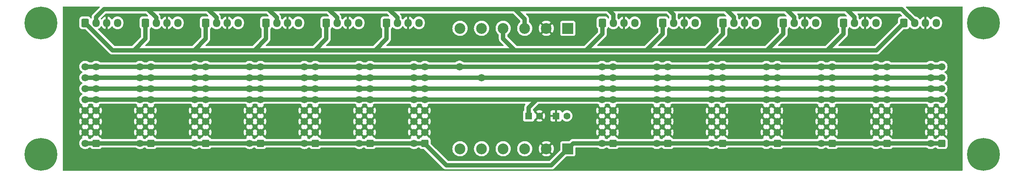
<source format=gbr>
%TF.GenerationSoftware,KiCad,Pcbnew,7.0.11+1*%
%TF.CreationDate,2024-03-07T04:51:48+08:00*%
%TF.ProjectId,EuroPowerBoard v2.0,4575726f-506f-4776-9572-426f61726420,rev?*%
%TF.SameCoordinates,Original*%
%TF.FileFunction,Copper,L2,Bot*%
%TF.FilePolarity,Positive*%
%FSLAX46Y46*%
G04 Gerber Fmt 4.6, Leading zero omitted, Abs format (unit mm)*
G04 Created by KiCad (PCBNEW 7.0.11+1) date 2024-03-07 04:51:48*
%MOMM*%
%LPD*%
G01*
G04 APERTURE LIST*
G04 Aperture macros list*
%AMRoundRect*
0 Rectangle with rounded corners*
0 $1 Rounding radius*
0 $2 $3 $4 $5 $6 $7 $8 $9 X,Y pos of 4 corners*
0 Add a 4 corners polygon primitive as box body*
4,1,4,$2,$3,$4,$5,$6,$7,$8,$9,$2,$3,0*
0 Add four circle primitives for the rounded corners*
1,1,$1+$1,$2,$3*
1,1,$1+$1,$4,$5*
1,1,$1+$1,$6,$7*
1,1,$1+$1,$8,$9*
0 Add four rect primitives between the rounded corners*
20,1,$1+$1,$2,$3,$4,$5,0*
20,1,$1+$1,$4,$5,$6,$7,0*
20,1,$1+$1,$6,$7,$8,$9,0*
20,1,$1+$1,$8,$9,$2,$3,0*%
G04 Aperture macros list end*
%TA.AperFunction,ComponentPad*%
%ADD10R,2.500000X2.500000*%
%TD*%
%TA.AperFunction,ComponentPad*%
%ADD11C,2.500000*%
%TD*%
%TA.AperFunction,ComponentPad*%
%ADD12RoundRect,0.250000X-0.600000X-0.725000X0.600000X-0.725000X0.600000X0.725000X-0.600000X0.725000X0*%
%TD*%
%TA.AperFunction,ComponentPad*%
%ADD13O,1.700000X1.950000*%
%TD*%
%TA.AperFunction,ComponentPad*%
%ADD14C,7.600000*%
%TD*%
%TA.AperFunction,ComponentPad*%
%ADD15RoundRect,0.250000X0.600000X0.600000X-0.600000X0.600000X-0.600000X-0.600000X0.600000X-0.600000X0*%
%TD*%
%TA.AperFunction,ComponentPad*%
%ADD16C,1.700000*%
%TD*%
%TA.AperFunction,ComponentPad*%
%ADD17R,1.600000X1.600000*%
%TD*%
%TA.AperFunction,ComponentPad*%
%ADD18C,1.600000*%
%TD*%
%TA.AperFunction,ViaPad*%
%ADD19C,0.800000*%
%TD*%
%TA.AperFunction,ViaPad*%
%ADD20C,1.750000*%
%TD*%
%TA.AperFunction,Conductor*%
%ADD21C,1.000000*%
%TD*%
G04 APERTURE END LIST*
D10*
%TO.P,J15,1,Pin_1*%
%TO.N,-12V*%
X160255000Y-67310000D03*
D11*
%TO.P,J15,2,Pin_2*%
%TO.N,GND*%
X155255000Y-67310000D03*
%TO.P,J15,3,Pin_3*%
%TO.N,+12V*%
X150255000Y-67310000D03*
%TO.P,J15,4,Pin_4*%
%TO.N,+5V*%
X145255000Y-67310000D03*
%TO.P,J15,5,Pin_5*%
%TO.N,CV*%
X140255000Y-67310000D03*
%TO.P,J15,6,Pin_6*%
%TO.N,GATE*%
X135255000Y-67310000D03*
%TD*%
D12*
%TO.P,J21,1,Pin_1*%
%TO.N,+5V*%
X104260000Y-66040000D03*
D13*
%TO.P,J21,2,Pin_2*%
%TO.N,+12V*%
X106760000Y-66040000D03*
%TO.P,J21,3,Pin_3*%
%TO.N,GND*%
X109260000Y-66040000D03*
%TO.P,J21,4,Pin_4*%
%TO.N,-12V*%
X111760000Y-66040000D03*
%TD*%
D12*
%TO.P,J27,1,Pin_1*%
%TO.N,+5V*%
X224155000Y-66040000D03*
D13*
%TO.P,J27,2,Pin_2*%
%TO.N,+12V*%
X226655000Y-66040000D03*
%TO.P,J27,3,Pin_3*%
%TO.N,GND*%
X229155000Y-66040000D03*
%TO.P,J27,4,Pin_4*%
%TO.N,-12V*%
X231655000Y-66040000D03*
%TD*%
D12*
%TO.P,J26,1,Pin_1*%
%TO.N,+5V*%
X210185000Y-66040000D03*
D13*
%TO.P,J26,2,Pin_2*%
%TO.N,+12V*%
X212685000Y-66040000D03*
%TO.P,J26,3,Pin_3*%
%TO.N,GND*%
X215185000Y-66040000D03*
%TO.P,J26,4,Pin_4*%
%TO.N,-12V*%
X217685000Y-66040000D03*
%TD*%
D12*
%TO.P,J25,1,Pin_1*%
%TO.N,+5V*%
X196215000Y-66040000D03*
D13*
%TO.P,J25,2,Pin_2*%
%TO.N,+12V*%
X198715000Y-66040000D03*
%TO.P,J25,3,Pin_3*%
%TO.N,GND*%
X201215000Y-66040000D03*
%TO.P,J25,4,Pin_4*%
%TO.N,-12V*%
X203715000Y-66040000D03*
%TD*%
D10*
%TO.P,J16,1,Pin_1*%
%TO.N,-12V*%
X160255000Y-95250000D03*
D11*
%TO.P,J16,2,Pin_2*%
%TO.N,GND*%
X155255000Y-95250000D03*
%TO.P,J16,3,Pin_3*%
%TO.N,+12V*%
X150255000Y-95250000D03*
%TO.P,J16,4,Pin_4*%
%TO.N,+5V*%
X145255000Y-95250000D03*
%TO.P,J16,5,Pin_5*%
%TO.N,CV*%
X140255000Y-95250000D03*
%TO.P,J16,6,Pin_6*%
%TO.N,GATE*%
X135255000Y-95250000D03*
%TD*%
D14*
%TO.P,H4,1*%
%TO.N,N/C*%
X256540000Y-96520000D03*
%TD*%
%TO.P,H3,1*%
%TO.N,N/C*%
X256540000Y-66040000D03*
%TD*%
%TO.P,H2,1*%
%TO.N,N/C*%
X38100000Y-96520000D03*
%TD*%
%TO.P,H1,1*%
%TO.N,N/C*%
X38100000Y-66040000D03*
%TD*%
D15*
%TO.P,J7,1,Pin_1*%
%TO.N,-12V*%
X127120000Y-93980000D03*
D16*
%TO.P,J7,2,Pin_2*%
X124580000Y-93980000D03*
%TO.P,J7,3,Pin_3*%
%TO.N,GND*%
X127120000Y-91440000D03*
%TO.P,J7,4,Pin_4*%
X124580000Y-91440000D03*
%TO.P,J7,5,Pin_5*%
X127120000Y-88900000D03*
%TO.P,J7,6,Pin_6*%
X124580000Y-88900000D03*
%TO.P,J7,7,Pin_7*%
X127120000Y-86360000D03*
%TO.P,J7,8,Pin_8*%
X124580000Y-86360000D03*
%TO.P,J7,9,Pin_9*%
%TO.N,+12V*%
X127120000Y-83820000D03*
%TO.P,J7,10,Pin_10*%
X124580000Y-83820000D03*
%TO.P,J7,11,Pin_11*%
%TO.N,+5V*%
X127120000Y-81280000D03*
%TO.P,J7,12,Pin_12*%
X124580000Y-81280000D03*
%TO.P,J7,13,Pin_13*%
%TO.N,CV*%
X127120000Y-78740000D03*
%TO.P,J7,14,Pin_14*%
X124580000Y-78740000D03*
%TO.P,J7,15,Pin_15*%
%TO.N,GATE*%
X127120000Y-76200000D03*
%TO.P,J7,16,Pin_16*%
X124580000Y-76200000D03*
%TD*%
D12*
%TO.P,J22,1,Pin_1*%
%TO.N,+5V*%
X118230000Y-66040000D03*
D13*
%TO.P,J22,2,Pin_2*%
%TO.N,+12V*%
X120730000Y-66040000D03*
%TO.P,J22,3,Pin_3*%
%TO.N,GND*%
X123230000Y-66040000D03*
%TO.P,J22,4,Pin_4*%
%TO.N,-12V*%
X125730000Y-66040000D03*
%TD*%
D15*
%TO.P,J12,1,Pin_1*%
%TO.N,-12V*%
X221495000Y-93980000D03*
D16*
%TO.P,J12,2,Pin_2*%
X218955000Y-93980000D03*
%TO.P,J12,3,Pin_3*%
%TO.N,GND*%
X221495000Y-91440000D03*
%TO.P,J12,4,Pin_4*%
X218955000Y-91440000D03*
%TO.P,J12,5,Pin_5*%
X221495000Y-88900000D03*
%TO.P,J12,6,Pin_6*%
X218955000Y-88900000D03*
%TO.P,J12,7,Pin_7*%
X221495000Y-86360000D03*
%TO.P,J12,8,Pin_8*%
X218955000Y-86360000D03*
%TO.P,J12,9,Pin_9*%
%TO.N,+12V*%
X221495000Y-83820000D03*
%TO.P,J12,10,Pin_10*%
X218955000Y-83820000D03*
%TO.P,J12,11,Pin_11*%
%TO.N,+5V*%
X221495000Y-81280000D03*
%TO.P,J12,12,Pin_12*%
X218955000Y-81280000D03*
%TO.P,J12,13,Pin_13*%
%TO.N,CV*%
X221495000Y-78740000D03*
%TO.P,J12,14,Pin_14*%
X218955000Y-78740000D03*
%TO.P,J12,15,Pin_15*%
%TO.N,GATE*%
X221495000Y-76200000D03*
%TO.P,J12,16,Pin_16*%
X218955000Y-76200000D03*
%TD*%
D17*
%TO.P,C1,1*%
%TO.N,+12V*%
X151170000Y-87630000D03*
D18*
%TO.P,C1,2*%
%TO.N,GND*%
X153670000Y-87630000D03*
%TD*%
D15*
%TO.P,J4,1,Pin_1*%
%TO.N,-12V*%
X89020000Y-93980000D03*
D16*
%TO.P,J4,2,Pin_2*%
X86480000Y-93980000D03*
%TO.P,J4,3,Pin_3*%
%TO.N,GND*%
X89020000Y-91440000D03*
%TO.P,J4,4,Pin_4*%
X86480000Y-91440000D03*
%TO.P,J4,5,Pin_5*%
X89020000Y-88900000D03*
%TO.P,J4,6,Pin_6*%
X86480000Y-88900000D03*
%TO.P,J4,7,Pin_7*%
X89020000Y-86360000D03*
%TO.P,J4,8,Pin_8*%
X86480000Y-86360000D03*
%TO.P,J4,9,Pin_9*%
%TO.N,+12V*%
X89020000Y-83820000D03*
%TO.P,J4,10,Pin_10*%
X86480000Y-83820000D03*
%TO.P,J4,11,Pin_11*%
%TO.N,+5V*%
X89020000Y-81280000D03*
%TO.P,J4,12,Pin_12*%
X86480000Y-81280000D03*
%TO.P,J4,13,Pin_13*%
%TO.N,CV*%
X89020000Y-78740000D03*
%TO.P,J4,14,Pin_14*%
X86480000Y-78740000D03*
%TO.P,J4,15,Pin_15*%
%TO.N,GATE*%
X89020000Y-76200000D03*
%TO.P,J4,16,Pin_16*%
X86480000Y-76200000D03*
%TD*%
D15*
%TO.P,J9,1,Pin_1*%
%TO.N,-12V*%
X183395000Y-93980000D03*
D16*
%TO.P,J9,2,Pin_2*%
X180855000Y-93980000D03*
%TO.P,J9,3,Pin_3*%
%TO.N,GND*%
X183395000Y-91440000D03*
%TO.P,J9,4,Pin_4*%
X180855000Y-91440000D03*
%TO.P,J9,5,Pin_5*%
X183395000Y-88900000D03*
%TO.P,J9,6,Pin_6*%
X180855000Y-88900000D03*
%TO.P,J9,7,Pin_7*%
X183395000Y-86360000D03*
%TO.P,J9,8,Pin_8*%
X180855000Y-86360000D03*
%TO.P,J9,9,Pin_9*%
%TO.N,+12V*%
X183395000Y-83820000D03*
%TO.P,J9,10,Pin_10*%
X180855000Y-83820000D03*
%TO.P,J9,11,Pin_11*%
%TO.N,+5V*%
X183395000Y-81280000D03*
%TO.P,J9,12,Pin_12*%
X180855000Y-81280000D03*
%TO.P,J9,13,Pin_13*%
%TO.N,CV*%
X183395000Y-78740000D03*
%TO.P,J9,14,Pin_14*%
X180855000Y-78740000D03*
%TO.P,J9,15,Pin_15*%
%TO.N,GATE*%
X183395000Y-76200000D03*
%TO.P,J9,16,Pin_16*%
X180855000Y-76200000D03*
%TD*%
D15*
%TO.P,J11,1,Pin_1*%
%TO.N,-12V*%
X208795000Y-93980000D03*
D16*
%TO.P,J11,2,Pin_2*%
X206255000Y-93980000D03*
%TO.P,J11,3,Pin_3*%
%TO.N,GND*%
X208795000Y-91440000D03*
%TO.P,J11,4,Pin_4*%
X206255000Y-91440000D03*
%TO.P,J11,5,Pin_5*%
X208795000Y-88900000D03*
%TO.P,J11,6,Pin_6*%
X206255000Y-88900000D03*
%TO.P,J11,7,Pin_7*%
X208795000Y-86360000D03*
%TO.P,J11,8,Pin_8*%
X206255000Y-86360000D03*
%TO.P,J11,9,Pin_9*%
%TO.N,+12V*%
X208795000Y-83820000D03*
%TO.P,J11,10,Pin_10*%
X206255000Y-83820000D03*
%TO.P,J11,11,Pin_11*%
%TO.N,+5V*%
X208795000Y-81280000D03*
%TO.P,J11,12,Pin_12*%
X206255000Y-81280000D03*
%TO.P,J11,13,Pin_13*%
%TO.N,CV*%
X208795000Y-78740000D03*
%TO.P,J11,14,Pin_14*%
X206255000Y-78740000D03*
%TO.P,J11,15,Pin_15*%
%TO.N,GATE*%
X208795000Y-76200000D03*
%TO.P,J11,16,Pin_16*%
X206255000Y-76200000D03*
%TD*%
D12*
%TO.P,J20,1,Pin_1*%
%TO.N,+5V*%
X90290000Y-66040000D03*
D13*
%TO.P,J20,2,Pin_2*%
%TO.N,+12V*%
X92790000Y-66040000D03*
%TO.P,J20,3,Pin_3*%
%TO.N,GND*%
X95290000Y-66040000D03*
%TO.P,J20,4,Pin_4*%
%TO.N,-12V*%
X97790000Y-66040000D03*
%TD*%
D17*
%TO.P,C2,1*%
%TO.N,GND*%
X157520000Y-87630000D03*
D18*
%TO.P,C2,2*%
%TO.N,-12V*%
X160020000Y-87630000D03*
%TD*%
D12*
%TO.P,J24,1,Pin_1*%
%TO.N,+5V*%
X182245000Y-66040000D03*
D13*
%TO.P,J24,2,Pin_2*%
%TO.N,+12V*%
X184745000Y-66040000D03*
%TO.P,J24,3,Pin_3*%
%TO.N,GND*%
X187245000Y-66040000D03*
%TO.P,J24,4,Pin_4*%
%TO.N,-12V*%
X189745000Y-66040000D03*
%TD*%
D12*
%TO.P,J18,1,Pin_1*%
%TO.N,+5V*%
X62350000Y-66040000D03*
D13*
%TO.P,J18,2,Pin_2*%
%TO.N,+12V*%
X64850000Y-66040000D03*
%TO.P,J18,3,Pin_3*%
%TO.N,GND*%
X67350000Y-66040000D03*
%TO.P,J18,4,Pin_4*%
%TO.N,-12V*%
X69850000Y-66040000D03*
%TD*%
D16*
%TO.P,J8,16,Pin_16*%
%TO.N,GATE*%
X168155000Y-76200000D03*
%TO.P,J8,15,Pin_15*%
X170695000Y-76200000D03*
%TO.P,J8,14,Pin_14*%
%TO.N,CV*%
X168155000Y-78740000D03*
%TO.P,J8,13,Pin_13*%
X170695000Y-78740000D03*
%TO.P,J8,12,Pin_12*%
%TO.N,+5V*%
X168155000Y-81280000D03*
%TO.P,J8,11,Pin_11*%
X170695000Y-81280000D03*
%TO.P,J8,10,Pin_10*%
%TO.N,+12V*%
X168155000Y-83820000D03*
%TO.P,J8,9,Pin_9*%
X170695000Y-83820000D03*
%TO.P,J8,8,Pin_8*%
%TO.N,GND*%
X168155000Y-86360000D03*
%TO.P,J8,7,Pin_7*%
X170695000Y-86360000D03*
%TO.P,J8,6,Pin_6*%
X168155000Y-88900000D03*
%TO.P,J8,5,Pin_5*%
X170695000Y-88900000D03*
%TO.P,J8,4,Pin_4*%
X168155000Y-91440000D03*
%TO.P,J8,3,Pin_3*%
X170695000Y-91440000D03*
%TO.P,J8,2,Pin_2*%
%TO.N,-12V*%
X168155000Y-93980000D03*
D15*
%TO.P,J8,1,Pin_1*%
X170695000Y-93980000D03*
%TD*%
D12*
%TO.P,J17,1,Pin_1*%
%TO.N,+5V*%
X48380000Y-66040000D03*
D13*
%TO.P,J17,2,Pin_2*%
%TO.N,+12V*%
X50880000Y-66040000D03*
%TO.P,J17,3,Pin_3*%
%TO.N,GND*%
X53380000Y-66040000D03*
%TO.P,J17,4,Pin_4*%
%TO.N,-12V*%
X55880000Y-66040000D03*
%TD*%
D15*
%TO.P,J1,1,Pin_1*%
%TO.N,-12V*%
X50920000Y-93980000D03*
D16*
%TO.P,J1,2,Pin_2*%
X48380000Y-93980000D03*
%TO.P,J1,3,Pin_3*%
%TO.N,GND*%
X50920000Y-91440000D03*
%TO.P,J1,4,Pin_4*%
X48380000Y-91440000D03*
%TO.P,J1,5,Pin_5*%
X50920000Y-88900000D03*
%TO.P,J1,6,Pin_6*%
X48380000Y-88900000D03*
%TO.P,J1,7,Pin_7*%
X50920000Y-86360000D03*
%TO.P,J1,8,Pin_8*%
X48380000Y-86360000D03*
%TO.P,J1,9,Pin_9*%
%TO.N,+12V*%
X50920000Y-83820000D03*
%TO.P,J1,10,Pin_10*%
X48380000Y-83820000D03*
%TO.P,J1,11,Pin_11*%
%TO.N,+5V*%
X50920000Y-81280000D03*
%TO.P,J1,12,Pin_12*%
X48380000Y-81280000D03*
%TO.P,J1,13,Pin_13*%
%TO.N,CV*%
X50920000Y-78740000D03*
%TO.P,J1,14,Pin_14*%
X48380000Y-78740000D03*
%TO.P,J1,15,Pin_15*%
%TO.N,GATE*%
X50920000Y-76200000D03*
%TO.P,J1,16,Pin_16*%
X48380000Y-76200000D03*
%TD*%
D15*
%TO.P,J2,1,Pin_1*%
%TO.N,-12V*%
X63620000Y-93980000D03*
D16*
%TO.P,J2,2,Pin_2*%
X61080000Y-93980000D03*
%TO.P,J2,3,Pin_3*%
%TO.N,GND*%
X63620000Y-91440000D03*
%TO.P,J2,4,Pin_4*%
X61080000Y-91440000D03*
%TO.P,J2,5,Pin_5*%
X63620000Y-88900000D03*
%TO.P,J2,6,Pin_6*%
X61080000Y-88900000D03*
%TO.P,J2,7,Pin_7*%
X63620000Y-86360000D03*
%TO.P,J2,8,Pin_8*%
X61080000Y-86360000D03*
%TO.P,J2,9,Pin_9*%
%TO.N,+12V*%
X63620000Y-83820000D03*
%TO.P,J2,10,Pin_10*%
X61080000Y-83820000D03*
%TO.P,J2,11,Pin_11*%
%TO.N,+5V*%
X63620000Y-81280000D03*
%TO.P,J2,12,Pin_12*%
X61080000Y-81280000D03*
%TO.P,J2,13,Pin_13*%
%TO.N,CV*%
X63620000Y-78740000D03*
%TO.P,J2,14,Pin_14*%
X61080000Y-78740000D03*
%TO.P,J2,15,Pin_15*%
%TO.N,GATE*%
X63620000Y-76200000D03*
%TO.P,J2,16,Pin_16*%
X61080000Y-76200000D03*
%TD*%
D15*
%TO.P,J13,1,Pin_1*%
%TO.N,-12V*%
X234195000Y-93980000D03*
D16*
%TO.P,J13,2,Pin_2*%
X231655000Y-93980000D03*
%TO.P,J13,3,Pin_3*%
%TO.N,GND*%
X234195000Y-91440000D03*
%TO.P,J13,4,Pin_4*%
X231655000Y-91440000D03*
%TO.P,J13,5,Pin_5*%
X234195000Y-88900000D03*
%TO.P,J13,6,Pin_6*%
X231655000Y-88900000D03*
%TO.P,J13,7,Pin_7*%
X234195000Y-86360000D03*
%TO.P,J13,8,Pin_8*%
X231655000Y-86360000D03*
%TO.P,J13,9,Pin_9*%
%TO.N,+12V*%
X234195000Y-83820000D03*
%TO.P,J13,10,Pin_10*%
X231655000Y-83820000D03*
%TO.P,J13,11,Pin_11*%
%TO.N,+5V*%
X234195000Y-81280000D03*
%TO.P,J13,12,Pin_12*%
X231655000Y-81280000D03*
%TO.P,J13,13,Pin_13*%
%TO.N,CV*%
X234195000Y-78740000D03*
%TO.P,J13,14,Pin_14*%
X231655000Y-78740000D03*
%TO.P,J13,15,Pin_15*%
%TO.N,GATE*%
X234195000Y-76200000D03*
%TO.P,J13,16,Pin_16*%
X231655000Y-76200000D03*
%TD*%
D15*
%TO.P,J10,1,Pin_1*%
%TO.N,-12V*%
X196095000Y-93980000D03*
D16*
%TO.P,J10,2,Pin_2*%
X193555000Y-93980000D03*
%TO.P,J10,3,Pin_3*%
%TO.N,GND*%
X196095000Y-91440000D03*
%TO.P,J10,4,Pin_4*%
X193555000Y-91440000D03*
%TO.P,J10,5,Pin_5*%
X196095000Y-88900000D03*
%TO.P,J10,6,Pin_6*%
X193555000Y-88900000D03*
%TO.P,J10,7,Pin_7*%
X196095000Y-86360000D03*
%TO.P,J10,8,Pin_8*%
X193555000Y-86360000D03*
%TO.P,J10,9,Pin_9*%
%TO.N,+12V*%
X196095000Y-83820000D03*
%TO.P,J10,10,Pin_10*%
X193555000Y-83820000D03*
%TO.P,J10,11,Pin_11*%
%TO.N,+5V*%
X196095000Y-81280000D03*
%TO.P,J10,12,Pin_12*%
X193555000Y-81280000D03*
%TO.P,J10,13,Pin_13*%
%TO.N,CV*%
X196095000Y-78740000D03*
%TO.P,J10,14,Pin_14*%
X193555000Y-78740000D03*
%TO.P,J10,15,Pin_15*%
%TO.N,GATE*%
X196095000Y-76200000D03*
%TO.P,J10,16,Pin_16*%
X193555000Y-76200000D03*
%TD*%
D15*
%TO.P,J3,1,Pin_1*%
%TO.N,-12V*%
X76320000Y-93980000D03*
D16*
%TO.P,J3,2,Pin_2*%
X73780000Y-93980000D03*
%TO.P,J3,3,Pin_3*%
%TO.N,GND*%
X76320000Y-91440000D03*
%TO.P,J3,4,Pin_4*%
X73780000Y-91440000D03*
%TO.P,J3,5,Pin_5*%
X76320000Y-88900000D03*
%TO.P,J3,6,Pin_6*%
X73780000Y-88900000D03*
%TO.P,J3,7,Pin_7*%
X76320000Y-86360000D03*
%TO.P,J3,8,Pin_8*%
X73780000Y-86360000D03*
%TO.P,J3,9,Pin_9*%
%TO.N,+12V*%
X76320000Y-83820000D03*
%TO.P,J3,10,Pin_10*%
X73780000Y-83820000D03*
%TO.P,J3,11,Pin_11*%
%TO.N,+5V*%
X76320000Y-81280000D03*
%TO.P,J3,12,Pin_12*%
X73780000Y-81280000D03*
%TO.P,J3,13,Pin_13*%
%TO.N,CV*%
X76320000Y-78740000D03*
%TO.P,J3,14,Pin_14*%
X73780000Y-78740000D03*
%TO.P,J3,15,Pin_15*%
%TO.N,GATE*%
X76320000Y-76200000D03*
%TO.P,J3,16,Pin_16*%
X73780000Y-76200000D03*
%TD*%
D12*
%TO.P,J31,1,Pin_1*%
%TO.N,+5V*%
X238125000Y-66040000D03*
D13*
%TO.P,J31,2,Pin_2*%
%TO.N,+12V*%
X240625000Y-66040000D03*
%TO.P,J31,3,Pin_3*%
%TO.N,GND*%
X243125000Y-66040000D03*
%TO.P,J31,4,Pin_4*%
%TO.N,-12V*%
X245625000Y-66040000D03*
%TD*%
D15*
%TO.P,J5,1,Pin_1*%
%TO.N,-12V*%
X101720000Y-93980000D03*
D16*
%TO.P,J5,2,Pin_2*%
X99180000Y-93980000D03*
%TO.P,J5,3,Pin_3*%
%TO.N,GND*%
X101720000Y-91440000D03*
%TO.P,J5,4,Pin_4*%
X99180000Y-91440000D03*
%TO.P,J5,5,Pin_5*%
X101720000Y-88900000D03*
%TO.P,J5,6,Pin_6*%
X99180000Y-88900000D03*
%TO.P,J5,7,Pin_7*%
X101720000Y-86360000D03*
%TO.P,J5,8,Pin_8*%
X99180000Y-86360000D03*
%TO.P,J5,9,Pin_9*%
%TO.N,+12V*%
X101720000Y-83820000D03*
%TO.P,J5,10,Pin_10*%
X99180000Y-83820000D03*
%TO.P,J5,11,Pin_11*%
%TO.N,+5V*%
X101720000Y-81280000D03*
%TO.P,J5,12,Pin_12*%
X99180000Y-81280000D03*
%TO.P,J5,13,Pin_13*%
%TO.N,CV*%
X101720000Y-78740000D03*
%TO.P,J5,14,Pin_14*%
X99180000Y-78740000D03*
%TO.P,J5,15,Pin_15*%
%TO.N,GATE*%
X101720000Y-76200000D03*
%TO.P,J5,16,Pin_16*%
X99180000Y-76200000D03*
%TD*%
D12*
%TO.P,J23,1,Pin_1*%
%TO.N,+5V*%
X168275000Y-66040000D03*
D13*
%TO.P,J23,2,Pin_2*%
%TO.N,+12V*%
X170775000Y-66040000D03*
%TO.P,J23,3,Pin_3*%
%TO.N,GND*%
X173275000Y-66040000D03*
%TO.P,J23,4,Pin_4*%
%TO.N,-12V*%
X175775000Y-66040000D03*
%TD*%
D15*
%TO.P,J6,1,Pin_1*%
%TO.N,-12V*%
X114420000Y-93980000D03*
D16*
%TO.P,J6,2,Pin_2*%
X111880000Y-93980000D03*
%TO.P,J6,3,Pin_3*%
%TO.N,GND*%
X114420000Y-91440000D03*
%TO.P,J6,4,Pin_4*%
X111880000Y-91440000D03*
%TO.P,J6,5,Pin_5*%
X114420000Y-88900000D03*
%TO.P,J6,6,Pin_6*%
X111880000Y-88900000D03*
%TO.P,J6,7,Pin_7*%
X114420000Y-86360000D03*
%TO.P,J6,8,Pin_8*%
X111880000Y-86360000D03*
%TO.P,J6,9,Pin_9*%
%TO.N,+12V*%
X114420000Y-83820000D03*
%TO.P,J6,10,Pin_10*%
X111880000Y-83820000D03*
%TO.P,J6,11,Pin_11*%
%TO.N,+5V*%
X114420000Y-81280000D03*
%TO.P,J6,12,Pin_12*%
X111880000Y-81280000D03*
%TO.P,J6,13,Pin_13*%
%TO.N,CV*%
X114420000Y-78740000D03*
%TO.P,J6,14,Pin_14*%
X111880000Y-78740000D03*
%TO.P,J6,15,Pin_15*%
%TO.N,GATE*%
X114420000Y-76200000D03*
%TO.P,J6,16,Pin_16*%
X111880000Y-76200000D03*
%TD*%
D15*
%TO.P,J14,1,Pin_1*%
%TO.N,-12V*%
X246895000Y-93980000D03*
D16*
%TO.P,J14,2,Pin_2*%
X244355000Y-93980000D03*
%TO.P,J14,3,Pin_3*%
%TO.N,GND*%
X246895000Y-91440000D03*
%TO.P,J14,4,Pin_4*%
X244355000Y-91440000D03*
%TO.P,J14,5,Pin_5*%
X246895000Y-88900000D03*
%TO.P,J14,6,Pin_6*%
X244355000Y-88900000D03*
%TO.P,J14,7,Pin_7*%
X246895000Y-86360000D03*
%TO.P,J14,8,Pin_8*%
X244355000Y-86360000D03*
%TO.P,J14,9,Pin_9*%
%TO.N,+12V*%
X246895000Y-83820000D03*
%TO.P,J14,10,Pin_10*%
X244355000Y-83820000D03*
%TO.P,J14,11,Pin_11*%
%TO.N,+5V*%
X246895000Y-81280000D03*
%TO.P,J14,12,Pin_12*%
X244355000Y-81280000D03*
%TO.P,J14,13,Pin_13*%
%TO.N,CV*%
X246895000Y-78740000D03*
%TO.P,J14,14,Pin_14*%
X244355000Y-78740000D03*
%TO.P,J14,15,Pin_15*%
%TO.N,GATE*%
X246895000Y-76200000D03*
%TO.P,J14,16,Pin_16*%
X244355000Y-76200000D03*
%TD*%
D12*
%TO.P,J19,1,Pin_1*%
%TO.N,+5V*%
X76320000Y-66040000D03*
D13*
%TO.P,J19,2,Pin_2*%
%TO.N,+12V*%
X78820000Y-66040000D03*
%TO.P,J19,3,Pin_3*%
%TO.N,GND*%
X81320000Y-66040000D03*
%TO.P,J19,4,Pin_4*%
%TO.N,-12V*%
X83820000Y-66040000D03*
%TD*%
D19*
%TO.N,GND*%
X153035000Y-91440000D03*
X154305000Y-91440000D03*
X153035000Y-92710000D03*
X137795000Y-90170000D03*
X137795000Y-88900000D03*
X137795000Y-87630000D03*
X137795000Y-86360000D03*
X169545000Y-74295000D03*
X168275000Y-74295000D03*
X167005000Y-74295000D03*
X165735000Y-74295000D03*
X164465000Y-74295000D03*
X129540000Y-74295000D03*
X130810000Y-74295000D03*
X132080000Y-74295000D03*
X133350000Y-74295000D03*
X129540000Y-64770000D03*
X129540000Y-66040000D03*
X129540000Y-67310000D03*
X129540000Y-68580000D03*
X129540000Y-69850000D03*
X130810000Y-69850000D03*
X130810000Y-68580000D03*
X130810000Y-67310000D03*
X130810000Y-66040000D03*
X130810000Y-64770000D03*
X164465000Y-69850000D03*
X164465000Y-68580000D03*
X164465000Y-67310000D03*
X164465000Y-66040000D03*
X164465000Y-64770000D03*
D20*
%TO.N,CV*%
X140208000Y-78740000D03*
%TO.N,GATE*%
X135128000Y-76200000D03*
D19*
%TO.N,GND*%
X155575000Y-86360000D03*
X155575000Y-87630000D03*
X155575000Y-88900000D03*
X154305000Y-92710000D03*
X155575000Y-92710000D03*
X156845000Y-92710000D03*
X158115000Y-92710000D03*
X158115000Y-90170000D03*
X156845000Y-90170000D03*
X155575000Y-90170000D03*
X154305000Y-90170000D03*
X153035000Y-90170000D03*
X158115000Y-91440000D03*
X156845000Y-91440000D03*
X155575000Y-91440000D03*
X146050000Y-90170000D03*
X146050000Y-88900000D03*
X146050000Y-87630000D03*
X146050000Y-86360000D03*
%TD*%
D21*
%TO.N,-12V*%
X160255000Y-95250000D02*
X156445000Y-99060000D01*
X156445000Y-99060000D02*
X132080000Y-99060000D01*
X132080000Y-99060000D02*
X127120000Y-94100000D01*
X127120000Y-94100000D02*
X127120000Y-93980000D01*
X127120000Y-93980000D02*
X48380000Y-93980000D01*
X168155000Y-93980000D02*
X246895000Y-93980000D01*
X160255000Y-95250000D02*
X161525000Y-93980000D01*
X161525000Y-93980000D02*
X168155000Y-93980000D01*
%TO.N,+12V*%
X246895000Y-83820000D02*
X153035000Y-83820000D01*
X151170000Y-85685000D02*
X153035000Y-83820000D01*
X153035000Y-83820000D02*
X48380000Y-83820000D01*
X151170000Y-87630000D02*
X151170000Y-85685000D01*
%TO.N,+5V*%
X150335000Y-72390000D02*
X147955000Y-72390000D01*
X147955000Y-72390000D02*
X115570000Y-72390000D01*
X145255000Y-67310000D02*
X145255000Y-69690000D01*
X145255000Y-69690000D02*
X147955000Y-72390000D01*
X178435000Y-72390000D02*
X164465000Y-72390000D01*
X164465000Y-72390000D02*
X150335000Y-72390000D01*
X168275000Y-66040000D02*
X168275000Y-68580000D01*
X168275000Y-68580000D02*
X164465000Y-72390000D01*
X192405000Y-72390000D02*
X178435000Y-72390000D01*
X182245000Y-66040000D02*
X182245000Y-68580000D01*
X182245000Y-68580000D02*
X178435000Y-72390000D01*
X206375000Y-72390000D02*
X192405000Y-72390000D01*
X196215000Y-66040000D02*
X196215000Y-68580000D01*
X196215000Y-68580000D02*
X192405000Y-72390000D01*
X220345000Y-72390000D02*
X206375000Y-72390000D01*
X210185000Y-68580000D02*
X206375000Y-72390000D01*
X210185000Y-66040000D02*
X210185000Y-68580000D01*
X231775000Y-72390000D02*
X220345000Y-72390000D01*
X224155000Y-66040000D02*
X224155000Y-68580000D01*
X224155000Y-68580000D02*
X220345000Y-72390000D01*
X115570000Y-72390000D02*
X101600000Y-72390000D01*
X118230000Y-66040000D02*
X118230000Y-69730000D01*
X118230000Y-69730000D02*
X115570000Y-72390000D01*
X101600000Y-72390000D02*
X87630000Y-72390000D01*
X104260000Y-66040000D02*
X104260000Y-69730000D01*
X104260000Y-69730000D02*
X101600000Y-72390000D01*
X87630000Y-72390000D02*
X73660000Y-72390000D01*
X90290000Y-66040000D02*
X90290000Y-69730000D01*
X90290000Y-69730000D02*
X87630000Y-72390000D01*
X73660000Y-72390000D02*
X59690000Y-72390000D01*
X76320000Y-69730000D02*
X73660000Y-72390000D01*
X76320000Y-66040000D02*
X76320000Y-69730000D01*
X59690000Y-72390000D02*
X54730000Y-72390000D01*
X62350000Y-66040000D02*
X62350000Y-69730000D01*
X62350000Y-69730000D02*
X59690000Y-72390000D01*
X54730000Y-72390000D02*
X48380000Y-66040000D01*
X238125000Y-66040000D02*
X231775000Y-72390000D01*
%TO.N,+12V*%
X237625430Y-62865000D02*
X224790000Y-62865000D01*
X224790000Y-62865000D02*
X210820000Y-62865000D01*
X226655000Y-66040000D02*
X226655000Y-64730000D01*
X226655000Y-64730000D02*
X224790000Y-62865000D01*
X210820000Y-62865000D02*
X196850000Y-62865000D01*
X212685000Y-66040000D02*
X212685000Y-64730000D01*
X212685000Y-64730000D02*
X210820000Y-62865000D01*
X196850000Y-62865000D02*
X183515000Y-62865000D01*
X198715000Y-66040000D02*
X198715000Y-64730000D01*
X198715000Y-64730000D02*
X196850000Y-62865000D01*
X183515000Y-62865000D02*
X169545000Y-62865000D01*
X184745000Y-66040000D02*
X184745000Y-64095000D01*
X184745000Y-64095000D02*
X183515000Y-62865000D01*
X169545000Y-62865000D02*
X147955000Y-62865000D01*
X170775000Y-66040000D02*
X170775000Y-64095000D01*
X170775000Y-64095000D02*
X169545000Y-62865000D01*
X147955000Y-62865000D02*
X118745000Y-62865000D01*
X150255000Y-67310000D02*
X150255000Y-65165000D01*
X150255000Y-65165000D02*
X147955000Y-62865000D01*
X118745000Y-62865000D02*
X104775000Y-62865000D01*
X120730000Y-66040000D02*
X120730000Y-64850000D01*
X120730000Y-64850000D02*
X118745000Y-62865000D01*
X106760000Y-64850000D02*
X104775000Y-62865000D01*
X104775000Y-62865000D02*
X90170000Y-62865000D01*
X106760000Y-66040000D02*
X106760000Y-64850000D01*
X92790000Y-66040000D02*
X92790000Y-64850000D01*
X92790000Y-64850000D02*
X90805000Y-62865000D01*
X90805000Y-62865000D02*
X90170000Y-62865000D01*
X90170000Y-62865000D02*
X76835000Y-62865000D01*
X76835000Y-62865000D02*
X62865000Y-62865000D01*
X78820000Y-66040000D02*
X78820000Y-64850000D01*
X78820000Y-64850000D02*
X76835000Y-62865000D01*
X62865000Y-62865000D02*
X52745000Y-62865000D01*
X64850000Y-66040000D02*
X64850000Y-64850000D01*
X64850000Y-64850000D02*
X62865000Y-62865000D01*
X240625000Y-66040000D02*
X240625000Y-65864570D01*
X240625000Y-65864570D02*
X237625430Y-62865000D01*
X50880000Y-64730000D02*
X50880000Y-66040000D01*
X52745000Y-62865000D02*
X50880000Y-64730000D01*
%TO.N,+5V*%
X48380000Y-81280000D02*
X246895000Y-81280000D01*
%TO.N,CV*%
X48380000Y-78740000D02*
X140208000Y-78740000D01*
%TO.N,GATE*%
X135128000Y-76200000D02*
X48380000Y-76200000D01*
%TO.N,CV*%
X140208000Y-78740000D02*
X246380000Y-78740000D01*
%TO.N,GATE*%
X135128000Y-76200000D02*
X246380000Y-76200000D01*
%TD*%
%TA.AperFunction,Conductor*%
%TO.N,GND*%
G36*
X150383910Y-84840185D02*
G01*
X150429665Y-84892989D01*
X150439609Y-84962147D01*
X150410955Y-85025272D01*
X150406950Y-85029936D01*
X150373245Y-85078361D01*
X150367574Y-85085882D01*
X150330302Y-85131592D01*
X150330298Y-85131598D01*
X150316209Y-85158568D01*
X150308082Y-85171983D01*
X150290702Y-85196955D01*
X150267438Y-85251165D01*
X150263398Y-85259672D01*
X150236090Y-85311951D01*
X150236090Y-85311952D01*
X150227720Y-85341201D01*
X150222459Y-85355979D01*
X150210459Y-85383943D01*
X150198588Y-85441711D01*
X150196342Y-85450860D01*
X150180113Y-85507577D01*
X150177802Y-85537926D01*
X150175622Y-85553466D01*
X150169500Y-85583258D01*
X150169500Y-85642240D01*
X150169142Y-85651656D01*
X150164662Y-85710474D01*
X150168506Y-85740649D01*
X150169500Y-85756317D01*
X150169500Y-86292819D01*
X150149815Y-86359858D01*
X150119812Y-86392085D01*
X150012452Y-86472455D01*
X149926206Y-86587664D01*
X149926202Y-86587671D01*
X149875908Y-86722517D01*
X149870359Y-86774135D01*
X149869501Y-86782123D01*
X149869500Y-86782135D01*
X149869500Y-88477870D01*
X149869501Y-88477876D01*
X149875908Y-88537483D01*
X149926202Y-88672328D01*
X149926206Y-88672335D01*
X150012452Y-88787544D01*
X150012455Y-88787547D01*
X150127664Y-88873793D01*
X150127671Y-88873797D01*
X150262517Y-88924091D01*
X150262516Y-88924091D01*
X150269444Y-88924835D01*
X150322127Y-88930500D01*
X152017872Y-88930499D01*
X152077483Y-88924091D01*
X152212331Y-88873796D01*
X152327546Y-88787546D01*
X152413796Y-88672331D01*
X152464091Y-88537483D01*
X152470500Y-88477873D01*
X152470500Y-88477844D01*
X152470678Y-88474547D01*
X152472183Y-88474627D01*
X152490112Y-88413326D01*
X152542868Y-88367514D01*
X152586465Y-88359981D01*
X153272046Y-87674400D01*
X153284835Y-87755148D01*
X153342359Y-87868045D01*
X153431955Y-87957641D01*
X153544852Y-88015165D01*
X153625599Y-88027953D01*
X152944526Y-88709025D01*
X153017513Y-88760132D01*
X153017521Y-88760136D01*
X153223668Y-88856264D01*
X153223682Y-88856269D01*
X153443389Y-88915139D01*
X153443400Y-88915141D01*
X153669998Y-88934966D01*
X153670002Y-88934966D01*
X153896599Y-88915141D01*
X153896610Y-88915139D01*
X154116317Y-88856269D01*
X154116331Y-88856264D01*
X154322478Y-88760136D01*
X154395471Y-88709024D01*
X154164291Y-88477844D01*
X156220000Y-88477844D01*
X156226401Y-88537372D01*
X156226403Y-88537379D01*
X156276645Y-88672086D01*
X156276649Y-88672093D01*
X156362809Y-88787187D01*
X156362812Y-88787190D01*
X156477906Y-88873350D01*
X156477913Y-88873354D01*
X156612620Y-88923596D01*
X156612627Y-88923598D01*
X156672155Y-88929999D01*
X156672172Y-88930000D01*
X157270000Y-88930000D01*
X157270000Y-87945686D01*
X157281955Y-87957641D01*
X157394852Y-88015165D01*
X157488519Y-88030000D01*
X157551481Y-88030000D01*
X157645148Y-88015165D01*
X157758045Y-87957641D01*
X157770000Y-87945686D01*
X157770000Y-88930000D01*
X158367828Y-88930000D01*
X158367844Y-88929999D01*
X158427372Y-88923598D01*
X158427379Y-88923596D01*
X158562086Y-88873354D01*
X158562093Y-88873350D01*
X158677187Y-88787190D01*
X158677190Y-88787187D01*
X158763350Y-88672093D01*
X158763354Y-88672086D01*
X158813595Y-88537381D01*
X158814946Y-88531667D01*
X158849516Y-88470948D01*
X158911424Y-88438558D01*
X158981017Y-88444781D01*
X159023306Y-88472493D01*
X159180858Y-88630045D01*
X159180861Y-88630047D01*
X159367266Y-88760568D01*
X159573504Y-88856739D01*
X159793308Y-88915635D01*
X159955230Y-88929801D01*
X160019998Y-88935468D01*
X160020000Y-88935468D01*
X160020002Y-88935468D01*
X160082511Y-88929999D01*
X160246692Y-88915635D01*
X160466496Y-88856739D01*
X160672734Y-88760568D01*
X160859139Y-88630047D01*
X161020047Y-88469139D01*
X161150568Y-88282734D01*
X161246739Y-88076496D01*
X161305635Y-87856692D01*
X161325468Y-87630000D01*
X161305635Y-87403308D01*
X161246739Y-87183504D01*
X161150568Y-86977266D01*
X161020047Y-86790861D01*
X161020045Y-86790858D01*
X160859141Y-86629954D01*
X160672734Y-86499432D01*
X160672732Y-86499431D01*
X160466497Y-86403261D01*
X160466488Y-86403258D01*
X160246697Y-86344366D01*
X160246693Y-86344365D01*
X160246692Y-86344365D01*
X160246691Y-86344364D01*
X160246686Y-86344364D01*
X160020002Y-86324532D01*
X160019998Y-86324532D01*
X159793313Y-86344364D01*
X159793302Y-86344366D01*
X159573511Y-86403258D01*
X159573502Y-86403261D01*
X159367267Y-86499431D01*
X159367265Y-86499432D01*
X159180862Y-86629951D01*
X159023306Y-86787507D01*
X158961983Y-86820991D01*
X158892291Y-86816007D01*
X158836358Y-86774135D01*
X158814947Y-86728334D01*
X158813597Y-86722622D01*
X158763354Y-86587913D01*
X158763350Y-86587906D01*
X158677190Y-86472812D01*
X158677187Y-86472809D01*
X158562093Y-86386649D01*
X158562086Y-86386645D01*
X158427379Y-86336403D01*
X158427372Y-86336401D01*
X158367844Y-86330000D01*
X157770000Y-86330000D01*
X157770000Y-87314314D01*
X157758045Y-87302359D01*
X157645148Y-87244835D01*
X157551481Y-87230000D01*
X157488519Y-87230000D01*
X157394852Y-87244835D01*
X157281955Y-87302359D01*
X157270000Y-87314314D01*
X157270000Y-86330000D01*
X156672155Y-86330000D01*
X156612627Y-86336401D01*
X156612620Y-86336403D01*
X156477913Y-86386645D01*
X156477906Y-86386649D01*
X156362812Y-86472809D01*
X156362809Y-86472812D01*
X156276649Y-86587906D01*
X156276645Y-86587913D01*
X156226403Y-86722620D01*
X156226401Y-86722627D01*
X156220000Y-86782155D01*
X156220000Y-87380000D01*
X157204314Y-87380000D01*
X157192359Y-87391955D01*
X157134835Y-87504852D01*
X157115014Y-87630000D01*
X157134835Y-87755148D01*
X157192359Y-87868045D01*
X157204314Y-87880000D01*
X156220000Y-87880000D01*
X156220000Y-88477844D01*
X154164291Y-88477844D01*
X153714400Y-88027953D01*
X153795148Y-88015165D01*
X153908045Y-87957641D01*
X153997641Y-87868045D01*
X154055165Y-87755148D01*
X154067953Y-87674400D01*
X154749024Y-88355471D01*
X154800136Y-88282478D01*
X154896264Y-88076331D01*
X154896269Y-88076317D01*
X154955139Y-87856610D01*
X154955141Y-87856599D01*
X154974966Y-87630002D01*
X154974966Y-87629997D01*
X154955141Y-87403400D01*
X154955139Y-87403389D01*
X154896269Y-87183682D01*
X154896264Y-87183668D01*
X154800136Y-86977521D01*
X154800132Y-86977513D01*
X154749025Y-86904526D01*
X154067953Y-87585598D01*
X154055165Y-87504852D01*
X153997641Y-87391955D01*
X153908045Y-87302359D01*
X153795148Y-87244835D01*
X153714401Y-87232046D01*
X154395472Y-86550974D01*
X154322478Y-86499863D01*
X154116331Y-86403735D01*
X154116317Y-86403730D01*
X153896610Y-86344860D01*
X153896599Y-86344858D01*
X153670002Y-86325034D01*
X153669998Y-86325034D01*
X153443400Y-86344858D01*
X153443389Y-86344860D01*
X153223682Y-86403730D01*
X153223673Y-86403734D01*
X153017516Y-86499866D01*
X153017512Y-86499868D01*
X152944526Y-86550973D01*
X152944526Y-86550974D01*
X153625599Y-87232046D01*
X153544852Y-87244835D01*
X153431955Y-87302359D01*
X153342359Y-87391955D01*
X153284835Y-87504852D01*
X153272046Y-87585598D01*
X152585799Y-86899351D01*
X152536805Y-86889505D01*
X152486622Y-86840889D01*
X152471981Y-86785366D01*
X152470900Y-86785423D01*
X152470854Y-86785429D01*
X152470853Y-86785426D01*
X152470676Y-86785436D01*
X152470499Y-86782135D01*
X152470499Y-86782128D01*
X152464091Y-86722517D01*
X152429567Y-86629954D01*
X152413797Y-86587671D01*
X152413793Y-86587664D01*
X152327547Y-86472455D01*
X152220188Y-86392085D01*
X152178318Y-86336151D01*
X152170500Y-86292819D01*
X152170500Y-86150783D01*
X152190185Y-86083744D01*
X152206819Y-86063102D01*
X153413102Y-84856819D01*
X153474425Y-84823334D01*
X153500783Y-84820500D01*
X167194242Y-84820500D01*
X167261281Y-84840185D01*
X167281923Y-84856819D01*
X167283599Y-84858495D01*
X167440771Y-84968548D01*
X167469594Y-84988730D01*
X167513218Y-85043307D01*
X167520411Y-85112806D01*
X167488889Y-85175160D01*
X167469593Y-85191880D01*
X167393626Y-85245072D01*
X167393625Y-85245072D01*
X168022466Y-85873913D01*
X168012685Y-85875320D01*
X167881900Y-85935048D01*
X167773239Y-86029202D01*
X167695507Y-86150156D01*
X167671923Y-86230475D01*
X167040072Y-85598625D01*
X166981401Y-85682419D01*
X166881570Y-85896507D01*
X166881566Y-85896516D01*
X166820432Y-86124673D01*
X166820430Y-86124684D01*
X166799843Y-86359998D01*
X166799843Y-86360001D01*
X166820430Y-86595315D01*
X166820432Y-86595326D01*
X166881566Y-86823483D01*
X166881570Y-86823492D01*
X166981400Y-87037579D01*
X166981402Y-87037583D01*
X167040072Y-87121373D01*
X167040073Y-87121373D01*
X167671923Y-86489523D01*
X167695507Y-86569844D01*
X167773239Y-86690798D01*
X167881900Y-86784952D01*
X168012685Y-86844680D01*
X168022466Y-86846086D01*
X167393625Y-87474925D01*
X167470031Y-87528425D01*
X167513655Y-87583002D01*
X167520848Y-87652501D01*
X167489326Y-87714855D01*
X167470029Y-87731576D01*
X167393625Y-87785072D01*
X168022466Y-88413913D01*
X168012685Y-88415320D01*
X167881900Y-88475048D01*
X167773239Y-88569202D01*
X167695507Y-88690156D01*
X167671923Y-88770475D01*
X167040073Y-88138625D01*
X167040072Y-88138625D01*
X166981401Y-88222419D01*
X166881570Y-88436507D01*
X166881566Y-88436516D01*
X166820432Y-88664673D01*
X166820430Y-88664684D01*
X166799843Y-88899998D01*
X166799843Y-88900001D01*
X166820430Y-89135315D01*
X166820432Y-89135326D01*
X166881566Y-89363483D01*
X166881570Y-89363492D01*
X166981400Y-89577579D01*
X166981402Y-89577583D01*
X167040072Y-89661373D01*
X167040073Y-89661373D01*
X167671923Y-89029523D01*
X167695507Y-89109844D01*
X167773239Y-89230798D01*
X167881900Y-89324952D01*
X168012685Y-89384680D01*
X168022466Y-89386086D01*
X167393625Y-90014925D01*
X167470031Y-90068425D01*
X167513655Y-90123002D01*
X167520848Y-90192501D01*
X167489326Y-90254855D01*
X167470029Y-90271576D01*
X167393625Y-90325072D01*
X168022466Y-90953913D01*
X168012685Y-90955320D01*
X167881900Y-91015048D01*
X167773239Y-91109202D01*
X167695507Y-91230156D01*
X167671923Y-91310475D01*
X167040073Y-90678625D01*
X167040072Y-90678625D01*
X166981401Y-90762419D01*
X166881570Y-90976507D01*
X166881566Y-90976516D01*
X166820432Y-91204673D01*
X166820430Y-91204684D01*
X166799843Y-91439998D01*
X166799843Y-91440001D01*
X166820430Y-91675315D01*
X166820432Y-91675326D01*
X166881566Y-91903483D01*
X166881570Y-91903492D01*
X166981400Y-92117579D01*
X166981402Y-92117583D01*
X167040072Y-92201373D01*
X167040073Y-92201373D01*
X167671923Y-91569523D01*
X167695507Y-91649844D01*
X167773239Y-91770798D01*
X167881900Y-91864952D01*
X168012685Y-91924680D01*
X168022466Y-91926086D01*
X167393625Y-92554925D01*
X167469594Y-92608119D01*
X167513219Y-92662696D01*
X167520413Y-92732194D01*
X167488890Y-92794549D01*
X167469595Y-92811269D01*
X167283594Y-92941508D01*
X167281922Y-92943181D01*
X167281000Y-92943684D01*
X167279449Y-92944986D01*
X167279187Y-92944674D01*
X167220599Y-92976666D01*
X167194241Y-92979500D01*
X161539238Y-92979500D01*
X161536098Y-92979460D01*
X161448637Y-92977244D01*
X161448625Y-92977245D01*
X161390589Y-92987646D01*
X161381265Y-92988954D01*
X161322563Y-92994925D01*
X161322554Y-92994927D01*
X161293528Y-93004034D01*
X161278288Y-93007775D01*
X161248349Y-93013141D01*
X161193567Y-93035022D01*
X161184698Y-93038179D01*
X161128414Y-93055840D01*
X161128410Y-93055842D01*
X161101811Y-93070605D01*
X161087638Y-93077336D01*
X161059382Y-93088623D01*
X161059378Y-93088625D01*
X161010122Y-93121086D01*
X161002069Y-93125965D01*
X160950501Y-93154588D01*
X160927413Y-93174408D01*
X160914887Y-93183852D01*
X160889485Y-93200594D01*
X160889478Y-93200600D01*
X160847774Y-93242303D01*
X160840869Y-93248703D01*
X160796102Y-93287136D01*
X160777480Y-93311193D01*
X160767108Y-93322969D01*
X160626896Y-93463181D01*
X160565573Y-93496666D01*
X160539215Y-93499500D01*
X158957129Y-93499500D01*
X158957123Y-93499501D01*
X158897516Y-93505908D01*
X158762671Y-93556202D01*
X158762664Y-93556206D01*
X158647455Y-93642452D01*
X158647452Y-93642455D01*
X158561206Y-93757664D01*
X158561202Y-93757671D01*
X158510908Y-93892517D01*
X158504501Y-93952116D01*
X158504500Y-93952135D01*
X158504500Y-95534217D01*
X158484815Y-95601256D01*
X158468181Y-95621898D01*
X156066899Y-98023181D01*
X156005576Y-98056666D01*
X155979218Y-98059500D01*
X132545783Y-98059500D01*
X132478744Y-98039815D01*
X132458102Y-98023181D01*
X129684925Y-95250004D01*
X133499592Y-95250004D01*
X133519196Y-95511620D01*
X133519197Y-95511625D01*
X133577576Y-95767402D01*
X133577578Y-95767411D01*
X133577580Y-95767416D01*
X133673432Y-96011643D01*
X133804614Y-96238857D01*
X133936736Y-96404533D01*
X133968198Y-96443985D01*
X134080164Y-96547873D01*
X134160521Y-96622433D01*
X134377296Y-96770228D01*
X134377301Y-96770230D01*
X134377302Y-96770231D01*
X134377303Y-96770232D01*
X134502843Y-96830688D01*
X134613673Y-96884061D01*
X134613674Y-96884061D01*
X134613677Y-96884063D01*
X134864385Y-96961396D01*
X135123818Y-97000500D01*
X135386182Y-97000500D01*
X135645615Y-96961396D01*
X135896323Y-96884063D01*
X136132704Y-96770228D01*
X136349479Y-96622433D01*
X136541805Y-96443981D01*
X136705386Y-96238857D01*
X136836568Y-96011643D01*
X136932420Y-95767416D01*
X136990802Y-95511630D01*
X136990808Y-95511550D01*
X137010408Y-95250004D01*
X138499592Y-95250004D01*
X138519196Y-95511620D01*
X138519197Y-95511625D01*
X138577576Y-95767402D01*
X138577578Y-95767411D01*
X138577580Y-95767416D01*
X138673432Y-96011643D01*
X138804614Y-96238857D01*
X138936736Y-96404533D01*
X138968198Y-96443985D01*
X139080164Y-96547873D01*
X139160521Y-96622433D01*
X139377296Y-96770228D01*
X139377301Y-96770230D01*
X139377302Y-96770231D01*
X139377303Y-96770232D01*
X139502843Y-96830688D01*
X139613673Y-96884061D01*
X139613674Y-96884061D01*
X139613677Y-96884063D01*
X139864385Y-96961396D01*
X140123818Y-97000500D01*
X140386182Y-97000500D01*
X140645615Y-96961396D01*
X140896323Y-96884063D01*
X141132704Y-96770228D01*
X141349479Y-96622433D01*
X141541805Y-96443981D01*
X141705386Y-96238857D01*
X141836568Y-96011643D01*
X141932420Y-95767416D01*
X141990802Y-95511630D01*
X141990808Y-95511550D01*
X142010408Y-95250004D01*
X143499592Y-95250004D01*
X143519196Y-95511620D01*
X143519197Y-95511625D01*
X143577576Y-95767402D01*
X143577578Y-95767411D01*
X143577580Y-95767416D01*
X143673432Y-96011643D01*
X143804614Y-96238857D01*
X143936736Y-96404533D01*
X143968198Y-96443985D01*
X144080164Y-96547873D01*
X144160521Y-96622433D01*
X144377296Y-96770228D01*
X144377301Y-96770230D01*
X144377302Y-96770231D01*
X144377303Y-96770232D01*
X144502843Y-96830688D01*
X144613673Y-96884061D01*
X144613674Y-96884061D01*
X144613677Y-96884063D01*
X144864385Y-96961396D01*
X145123818Y-97000500D01*
X145386182Y-97000500D01*
X145645615Y-96961396D01*
X145896323Y-96884063D01*
X146132704Y-96770228D01*
X146349479Y-96622433D01*
X146541805Y-96443981D01*
X146705386Y-96238857D01*
X146836568Y-96011643D01*
X146932420Y-95767416D01*
X146990802Y-95511630D01*
X146990808Y-95511550D01*
X147010408Y-95250004D01*
X148499592Y-95250004D01*
X148519196Y-95511620D01*
X148519197Y-95511625D01*
X148577576Y-95767402D01*
X148577578Y-95767411D01*
X148577580Y-95767416D01*
X148673432Y-96011643D01*
X148804614Y-96238857D01*
X148936736Y-96404533D01*
X148968198Y-96443985D01*
X149080164Y-96547873D01*
X149160521Y-96622433D01*
X149377296Y-96770228D01*
X149377301Y-96770230D01*
X149377302Y-96770231D01*
X149377303Y-96770232D01*
X149502843Y-96830688D01*
X149613673Y-96884061D01*
X149613674Y-96884061D01*
X149613677Y-96884063D01*
X149864385Y-96961396D01*
X150123818Y-97000500D01*
X150386182Y-97000500D01*
X150645615Y-96961396D01*
X150896323Y-96884063D01*
X151132704Y-96770228D01*
X151349479Y-96622433D01*
X151541805Y-96443981D01*
X151705386Y-96238857D01*
X151836568Y-96011643D01*
X151932420Y-95767416D01*
X151990802Y-95511630D01*
X151990808Y-95511550D01*
X152010408Y-95250004D01*
X153500093Y-95250004D01*
X153519692Y-95511545D01*
X153519693Y-95511550D01*
X153578058Y-95767270D01*
X153673883Y-96011426D01*
X153673882Y-96011426D01*
X153805027Y-96238573D01*
X153852874Y-96298571D01*
X154652452Y-95498993D01*
X154662188Y-95528956D01*
X154750186Y-95667619D01*
X154869903Y-95780040D01*
X155004510Y-95854041D01*
X154205830Y-96652720D01*
X154377546Y-96769793D01*
X154377550Y-96769795D01*
X154613854Y-96883594D01*
X154613858Y-96883595D01*
X154864494Y-96960907D01*
X154864500Y-96960909D01*
X155123848Y-96999999D01*
X155123857Y-97000000D01*
X155386143Y-97000000D01*
X155386151Y-96999999D01*
X155645499Y-96960909D01*
X155645505Y-96960907D01*
X155896143Y-96883595D01*
X156132445Y-96769798D01*
X156132447Y-96769797D01*
X156304168Y-96652720D01*
X155502534Y-95851086D01*
X155570629Y-95824126D01*
X155703492Y-95727595D01*
X155808175Y-95601055D01*
X155856631Y-95498078D01*
X156657125Y-96298572D01*
X156704971Y-96238573D01*
X156836116Y-96011426D01*
X156931941Y-95767270D01*
X156990306Y-95511550D01*
X156990307Y-95511545D01*
X157009907Y-95250004D01*
X157009907Y-95249995D01*
X156990307Y-94988454D01*
X156990306Y-94988449D01*
X156931941Y-94732729D01*
X156836116Y-94488573D01*
X156836117Y-94488573D01*
X156704972Y-94261426D01*
X156657124Y-94201427D01*
X155857546Y-95001004D01*
X155847812Y-94971044D01*
X155759814Y-94832381D01*
X155640097Y-94719960D01*
X155505489Y-94645958D01*
X156304168Y-93847278D01*
X156132454Y-93730206D01*
X156132445Y-93730201D01*
X155896142Y-93616404D01*
X155896144Y-93616404D01*
X155645505Y-93539092D01*
X155645499Y-93539090D01*
X155386151Y-93500000D01*
X155123848Y-93500000D01*
X154864500Y-93539090D01*
X154864494Y-93539092D01*
X154613858Y-93616404D01*
X154613854Y-93616405D01*
X154377547Y-93730205D01*
X154377539Y-93730210D01*
X154205830Y-93847277D01*
X155007466Y-94648913D01*
X154939371Y-94675874D01*
X154806508Y-94772405D01*
X154701825Y-94898945D01*
X154653368Y-95001920D01*
X153852874Y-94201427D01*
X153805028Y-94261425D01*
X153673883Y-94488573D01*
X153578058Y-94732729D01*
X153519693Y-94988449D01*
X153519692Y-94988454D01*
X153500093Y-95249995D01*
X153500093Y-95250004D01*
X152010408Y-95250004D01*
X152010408Y-95249995D01*
X151990803Y-94988379D01*
X151990802Y-94988374D01*
X151990802Y-94988370D01*
X151932420Y-94732584D01*
X151836568Y-94488357D01*
X151705386Y-94261143D01*
X151541805Y-94056019D01*
X151541804Y-94056018D01*
X151541801Y-94056014D01*
X151349479Y-93877567D01*
X151305052Y-93847277D01*
X151132704Y-93729772D01*
X151132700Y-93729770D01*
X151132697Y-93729768D01*
X151132696Y-93729767D01*
X150896325Y-93615938D01*
X150896327Y-93615938D01*
X150645623Y-93538606D01*
X150645619Y-93538605D01*
X150645615Y-93538604D01*
X150520823Y-93519794D01*
X150386187Y-93499500D01*
X150386182Y-93499500D01*
X150123818Y-93499500D01*
X150123812Y-93499500D01*
X149962247Y-93523853D01*
X149864385Y-93538604D01*
X149864382Y-93538605D01*
X149864376Y-93538606D01*
X149613673Y-93615938D01*
X149377303Y-93729767D01*
X149377302Y-93729768D01*
X149377296Y-93729771D01*
X149377296Y-93729772D01*
X149376654Y-93730210D01*
X149160520Y-93877567D01*
X148968198Y-94056014D01*
X148804614Y-94261143D01*
X148673432Y-94488356D01*
X148577582Y-94732578D01*
X148577576Y-94732597D01*
X148519197Y-94988374D01*
X148519196Y-94988379D01*
X148499592Y-95249995D01*
X148499592Y-95250004D01*
X147010408Y-95250004D01*
X147010408Y-95249995D01*
X146990803Y-94988379D01*
X146990802Y-94988374D01*
X146990802Y-94988370D01*
X146932420Y-94732584D01*
X146836568Y-94488357D01*
X146705386Y-94261143D01*
X146541805Y-94056019D01*
X146541804Y-94056018D01*
X146541801Y-94056014D01*
X146349479Y-93877567D01*
X146305052Y-93847277D01*
X146132704Y-93729772D01*
X146132700Y-93729770D01*
X146132697Y-93729768D01*
X146132696Y-93729767D01*
X145896325Y-93615938D01*
X145896327Y-93615938D01*
X145645623Y-93538606D01*
X145645619Y-93538605D01*
X145645615Y-93538604D01*
X145520823Y-93519794D01*
X145386187Y-93499500D01*
X145386182Y-93499500D01*
X145123818Y-93499500D01*
X145123812Y-93499500D01*
X144962247Y-93523853D01*
X144864385Y-93538604D01*
X144864382Y-93538605D01*
X144864376Y-93538606D01*
X144613673Y-93615938D01*
X144377303Y-93729767D01*
X144377302Y-93729768D01*
X144377296Y-93729771D01*
X144377296Y-93729772D01*
X144376654Y-93730210D01*
X144160520Y-93877567D01*
X143968198Y-94056014D01*
X143804614Y-94261143D01*
X143673432Y-94488356D01*
X143577582Y-94732578D01*
X143577576Y-94732597D01*
X143519197Y-94988374D01*
X143519196Y-94988379D01*
X143499592Y-95249995D01*
X143499592Y-95250004D01*
X142010408Y-95250004D01*
X142010408Y-95249995D01*
X141990803Y-94988379D01*
X141990802Y-94988374D01*
X141990802Y-94988370D01*
X141932420Y-94732584D01*
X141836568Y-94488357D01*
X141705386Y-94261143D01*
X141541805Y-94056019D01*
X141541804Y-94056018D01*
X141541801Y-94056014D01*
X141349479Y-93877567D01*
X141305052Y-93847277D01*
X141132704Y-93729772D01*
X141132700Y-93729770D01*
X141132697Y-93729768D01*
X141132696Y-93729767D01*
X140896325Y-93615938D01*
X140896327Y-93615938D01*
X140645623Y-93538606D01*
X140645619Y-93538605D01*
X140645615Y-93538604D01*
X140520823Y-93519794D01*
X140386187Y-93499500D01*
X140386182Y-93499500D01*
X140123818Y-93499500D01*
X140123812Y-93499500D01*
X139962247Y-93523853D01*
X139864385Y-93538604D01*
X139864382Y-93538605D01*
X139864376Y-93538606D01*
X139613673Y-93615938D01*
X139377303Y-93729767D01*
X139377302Y-93729768D01*
X139377296Y-93729771D01*
X139377296Y-93729772D01*
X139376654Y-93730210D01*
X139160520Y-93877567D01*
X138968198Y-94056014D01*
X138804614Y-94261143D01*
X138673432Y-94488356D01*
X138577582Y-94732578D01*
X138577576Y-94732597D01*
X138519197Y-94988374D01*
X138519196Y-94988379D01*
X138499592Y-95249995D01*
X138499592Y-95250004D01*
X137010408Y-95250004D01*
X137010408Y-95249995D01*
X136990803Y-94988379D01*
X136990802Y-94988374D01*
X136990802Y-94988370D01*
X136932420Y-94732584D01*
X136836568Y-94488357D01*
X136705386Y-94261143D01*
X136541805Y-94056019D01*
X136541804Y-94056018D01*
X136541801Y-94056014D01*
X136349479Y-93877567D01*
X136305052Y-93847277D01*
X136132704Y-93729772D01*
X136132700Y-93729770D01*
X136132697Y-93729768D01*
X136132696Y-93729767D01*
X135896325Y-93615938D01*
X135896327Y-93615938D01*
X135645623Y-93538606D01*
X135645619Y-93538605D01*
X135645615Y-93538604D01*
X135520823Y-93519794D01*
X135386187Y-93499500D01*
X135386182Y-93499500D01*
X135123818Y-93499500D01*
X135123812Y-93499500D01*
X134962247Y-93523853D01*
X134864385Y-93538604D01*
X134864382Y-93538605D01*
X134864376Y-93538606D01*
X134613673Y-93615938D01*
X134377303Y-93729767D01*
X134377302Y-93729768D01*
X134377296Y-93729771D01*
X134377296Y-93729772D01*
X134376654Y-93730210D01*
X134160520Y-93877567D01*
X133968198Y-94056014D01*
X133804614Y-94261143D01*
X133673432Y-94488356D01*
X133577582Y-94732578D01*
X133577576Y-94732597D01*
X133519197Y-94988374D01*
X133519196Y-94988379D01*
X133499592Y-95249995D01*
X133499592Y-95250004D01*
X129684925Y-95250004D01*
X128506818Y-94071897D01*
X128473333Y-94010574D01*
X128470499Y-93984216D01*
X128470499Y-93329998D01*
X128470498Y-93329981D01*
X128459999Y-93227203D01*
X128459998Y-93227200D01*
X128442504Y-93174408D01*
X128404814Y-93060666D01*
X128312712Y-92911344D01*
X128188656Y-92787288D01*
X128039334Y-92695186D01*
X127966966Y-92671205D01*
X127909522Y-92631433D01*
X127882699Y-92566917D01*
X127882585Y-92556137D01*
X127252533Y-91926086D01*
X127262315Y-91924680D01*
X127393100Y-91864952D01*
X127501761Y-91770798D01*
X127579493Y-91649844D01*
X127603076Y-91569524D01*
X128234925Y-92201373D01*
X128234926Y-92201373D01*
X128293598Y-92117582D01*
X128293600Y-92117578D01*
X128393429Y-91903492D01*
X128393433Y-91903483D01*
X128454567Y-91675326D01*
X128454569Y-91675315D01*
X128475157Y-91440001D01*
X128475157Y-91439998D01*
X128454569Y-91204684D01*
X128454567Y-91204673D01*
X128393433Y-90976516D01*
X128393429Y-90976507D01*
X128293600Y-90762423D01*
X128293599Y-90762421D01*
X128234925Y-90678626D01*
X128234925Y-90678625D01*
X127603076Y-91310475D01*
X127579493Y-91230156D01*
X127501761Y-91109202D01*
X127393100Y-91015048D01*
X127262315Y-90955320D01*
X127252533Y-90953913D01*
X127881373Y-90325073D01*
X127804969Y-90271576D01*
X127761344Y-90216999D01*
X127754150Y-90147501D01*
X127785672Y-90085146D01*
X127804968Y-90068425D01*
X127881373Y-90014925D01*
X127252533Y-89386086D01*
X127262315Y-89384680D01*
X127393100Y-89324952D01*
X127501761Y-89230798D01*
X127579493Y-89109844D01*
X127603076Y-89029524D01*
X128234925Y-89661373D01*
X128234926Y-89661373D01*
X128293598Y-89577582D01*
X128293600Y-89577578D01*
X128393429Y-89363492D01*
X128393433Y-89363483D01*
X128454567Y-89135326D01*
X128454569Y-89135315D01*
X128475157Y-88900001D01*
X128475157Y-88899998D01*
X128454569Y-88664684D01*
X128454567Y-88664673D01*
X128393433Y-88436516D01*
X128393429Y-88436507D01*
X128293600Y-88222423D01*
X128293599Y-88222421D01*
X128234925Y-88138626D01*
X128234925Y-88138625D01*
X127603076Y-88770475D01*
X127579493Y-88690156D01*
X127501761Y-88569202D01*
X127393100Y-88475048D01*
X127262315Y-88415320D01*
X127252533Y-88413913D01*
X127881373Y-87785073D01*
X127804969Y-87731576D01*
X127761344Y-87676999D01*
X127754150Y-87607501D01*
X127785672Y-87545146D01*
X127804968Y-87528425D01*
X127881373Y-87474925D01*
X127252533Y-86846086D01*
X127262315Y-86844680D01*
X127393100Y-86784952D01*
X127501761Y-86690798D01*
X127579493Y-86569844D01*
X127603076Y-86489524D01*
X128234925Y-87121373D01*
X128234926Y-87121373D01*
X128293598Y-87037582D01*
X128293600Y-87037578D01*
X128393429Y-86823492D01*
X128393433Y-86823483D01*
X128454567Y-86595326D01*
X128454569Y-86595315D01*
X128475157Y-86360001D01*
X128475157Y-86359998D01*
X128454569Y-86124684D01*
X128454567Y-86124673D01*
X128393433Y-85896516D01*
X128393429Y-85896507D01*
X128293600Y-85682423D01*
X128293599Y-85682421D01*
X128234925Y-85598626D01*
X128234925Y-85598625D01*
X127603076Y-86230475D01*
X127579493Y-86150156D01*
X127501761Y-86029202D01*
X127393100Y-85935048D01*
X127262315Y-85875320D01*
X127252533Y-85873913D01*
X127881373Y-85245073D01*
X127881373Y-85245072D01*
X127805405Y-85191880D01*
X127761780Y-85137304D01*
X127754586Y-85067805D01*
X127786108Y-85005451D01*
X127805399Y-84988734D01*
X127991401Y-84858495D01*
X127993077Y-84856819D01*
X127993995Y-84856317D01*
X127995544Y-84855018D01*
X127995805Y-84855329D01*
X128054400Y-84823334D01*
X128080758Y-84820500D01*
X150316871Y-84820500D01*
X150383910Y-84840185D01*
G37*
%TD.AperFunction*%
%TA.AperFunction,Conductor*%
G36*
X50460507Y-91649844D02*
G01*
X50538239Y-91770798D01*
X50646900Y-91864952D01*
X50777685Y-91924680D01*
X50787466Y-91926086D01*
X50154208Y-92559342D01*
X50143788Y-92611193D01*
X50095172Y-92661376D01*
X50073032Y-92671205D01*
X50000674Y-92695182D01*
X50000663Y-92695187D01*
X49851342Y-92787289D01*
X49727287Y-92911344D01*
X49721580Y-92920598D01*
X49669632Y-92967322D01*
X49616042Y-92979500D01*
X49340758Y-92979500D01*
X49273719Y-92959815D01*
X49253077Y-92943181D01*
X49251402Y-92941506D01*
X49251401Y-92941505D01*
X49065405Y-92811269D01*
X49021781Y-92756692D01*
X49014588Y-92687193D01*
X49046110Y-92624839D01*
X49065405Y-92608119D01*
X49141373Y-92554925D01*
X48512533Y-91926086D01*
X48522315Y-91924680D01*
X48653100Y-91864952D01*
X48761761Y-91770798D01*
X48839493Y-91649844D01*
X48863076Y-91569524D01*
X49494925Y-92201373D01*
X49548425Y-92124968D01*
X49603002Y-92081344D01*
X49672501Y-92074151D01*
X49734855Y-92105673D01*
X49751576Y-92124969D01*
X49805073Y-92201372D01*
X50436922Y-91569523D01*
X50460507Y-91649844D01*
G37*
%TD.AperFunction*%
%TA.AperFunction,Conductor*%
G36*
X60186281Y-84840185D02*
G01*
X60206923Y-84856819D01*
X60208599Y-84858495D01*
X60365771Y-84968548D01*
X60394594Y-84988730D01*
X60438218Y-85043307D01*
X60445411Y-85112806D01*
X60413889Y-85175160D01*
X60394593Y-85191880D01*
X60318626Y-85245072D01*
X60318625Y-85245072D01*
X60947466Y-85873913D01*
X60937685Y-85875320D01*
X60806900Y-85935048D01*
X60698239Y-86029202D01*
X60620507Y-86150156D01*
X60596923Y-86230476D01*
X59965072Y-85598625D01*
X59906401Y-85682419D01*
X59806570Y-85896507D01*
X59806566Y-85896516D01*
X59745432Y-86124673D01*
X59745430Y-86124684D01*
X59724843Y-86359998D01*
X59724843Y-86360001D01*
X59745430Y-86595315D01*
X59745432Y-86595326D01*
X59806566Y-86823483D01*
X59806570Y-86823492D01*
X59906400Y-87037579D01*
X59906402Y-87037583D01*
X59965072Y-87121373D01*
X59965073Y-87121373D01*
X60596923Y-86489523D01*
X60620507Y-86569844D01*
X60698239Y-86690798D01*
X60806900Y-86784952D01*
X60937685Y-86844680D01*
X60947466Y-86846086D01*
X60318625Y-87474925D01*
X60395031Y-87528425D01*
X60438655Y-87583002D01*
X60445848Y-87652501D01*
X60414326Y-87714855D01*
X60395029Y-87731576D01*
X60318625Y-87785072D01*
X60947466Y-88413913D01*
X60937685Y-88415320D01*
X60806900Y-88475048D01*
X60698239Y-88569202D01*
X60620507Y-88690156D01*
X60596923Y-88770476D01*
X59965072Y-88138625D01*
X59906401Y-88222419D01*
X59806570Y-88436507D01*
X59806566Y-88436516D01*
X59745432Y-88664673D01*
X59745430Y-88664684D01*
X59724843Y-88899998D01*
X59724843Y-88900001D01*
X59745430Y-89135315D01*
X59745432Y-89135326D01*
X59806566Y-89363483D01*
X59806570Y-89363492D01*
X59906400Y-89577579D01*
X59906402Y-89577583D01*
X59965072Y-89661373D01*
X59965073Y-89661373D01*
X60596923Y-89029523D01*
X60620507Y-89109844D01*
X60698239Y-89230798D01*
X60806900Y-89324952D01*
X60937685Y-89384680D01*
X60947466Y-89386086D01*
X60318625Y-90014925D01*
X60395031Y-90068425D01*
X60438655Y-90123002D01*
X60445848Y-90192501D01*
X60414326Y-90254855D01*
X60395029Y-90271576D01*
X60318625Y-90325072D01*
X60947466Y-90953913D01*
X60937685Y-90955320D01*
X60806900Y-91015048D01*
X60698239Y-91109202D01*
X60620507Y-91230156D01*
X60596923Y-91310476D01*
X59965072Y-90678625D01*
X59906401Y-90762419D01*
X59806570Y-90976507D01*
X59806566Y-90976516D01*
X59745432Y-91204673D01*
X59745430Y-91204684D01*
X59724843Y-91439998D01*
X59724843Y-91440001D01*
X59745430Y-91675315D01*
X59745432Y-91675326D01*
X59806566Y-91903483D01*
X59806570Y-91903492D01*
X59906400Y-92117579D01*
X59906402Y-92117583D01*
X59965072Y-92201373D01*
X59965073Y-92201373D01*
X60596923Y-91569523D01*
X60620507Y-91649844D01*
X60698239Y-91770798D01*
X60806900Y-91864952D01*
X60937685Y-91924680D01*
X60947466Y-91926086D01*
X60318625Y-92554925D01*
X60394594Y-92608119D01*
X60438219Y-92662696D01*
X60445413Y-92732194D01*
X60413890Y-92794549D01*
X60394595Y-92811269D01*
X60208594Y-92941508D01*
X60206922Y-92943181D01*
X60206000Y-92943684D01*
X60204449Y-92944986D01*
X60204187Y-92944674D01*
X60145599Y-92976666D01*
X60119241Y-92979500D01*
X52223958Y-92979500D01*
X52156919Y-92959815D01*
X52118420Y-92920598D01*
X52112712Y-92911344D01*
X51988657Y-92787289D01*
X51988656Y-92787288D01*
X51839334Y-92695186D01*
X51766966Y-92671205D01*
X51709522Y-92631433D01*
X51682699Y-92566917D01*
X51682585Y-92556137D01*
X51052533Y-91926086D01*
X51062315Y-91924680D01*
X51193100Y-91864952D01*
X51301761Y-91770798D01*
X51379493Y-91649844D01*
X51403076Y-91569524D01*
X52034925Y-92201373D01*
X52034926Y-92201373D01*
X52093598Y-92117582D01*
X52093600Y-92117578D01*
X52193429Y-91903492D01*
X52193433Y-91903483D01*
X52254567Y-91675326D01*
X52254569Y-91675315D01*
X52275157Y-91440001D01*
X52275157Y-91439998D01*
X52254569Y-91204684D01*
X52254567Y-91204673D01*
X52193433Y-90976516D01*
X52193429Y-90976507D01*
X52093600Y-90762423D01*
X52093599Y-90762421D01*
X52034925Y-90678626D01*
X52034925Y-90678625D01*
X51403076Y-91310475D01*
X51379493Y-91230156D01*
X51301761Y-91109202D01*
X51193100Y-91015048D01*
X51062315Y-90955320D01*
X51052533Y-90953913D01*
X51681373Y-90325073D01*
X51604969Y-90271576D01*
X51561344Y-90216999D01*
X51554150Y-90147501D01*
X51585672Y-90085146D01*
X51604968Y-90068425D01*
X51681373Y-90014925D01*
X51052533Y-89386086D01*
X51062315Y-89384680D01*
X51193100Y-89324952D01*
X51301761Y-89230798D01*
X51379493Y-89109844D01*
X51403076Y-89029524D01*
X52034925Y-89661373D01*
X52034926Y-89661373D01*
X52093598Y-89577582D01*
X52093600Y-89577578D01*
X52193429Y-89363492D01*
X52193433Y-89363483D01*
X52254567Y-89135326D01*
X52254569Y-89135315D01*
X52275157Y-88900001D01*
X52275157Y-88899998D01*
X52254569Y-88664684D01*
X52254567Y-88664673D01*
X52193433Y-88436516D01*
X52193429Y-88436507D01*
X52093600Y-88222423D01*
X52093599Y-88222421D01*
X52034925Y-88138626D01*
X52034925Y-88138625D01*
X51403076Y-88770475D01*
X51379493Y-88690156D01*
X51301761Y-88569202D01*
X51193100Y-88475048D01*
X51062315Y-88415320D01*
X51052533Y-88413913D01*
X51681373Y-87785073D01*
X51604969Y-87731576D01*
X51561344Y-87676999D01*
X51554150Y-87607501D01*
X51585672Y-87545146D01*
X51604968Y-87528425D01*
X51681373Y-87474925D01*
X51052533Y-86846086D01*
X51062315Y-86844680D01*
X51193100Y-86784952D01*
X51301761Y-86690798D01*
X51379493Y-86569844D01*
X51403076Y-86489524D01*
X52034925Y-87121373D01*
X52034926Y-87121373D01*
X52093598Y-87037582D01*
X52093600Y-87037578D01*
X52193429Y-86823492D01*
X52193433Y-86823483D01*
X52254567Y-86595326D01*
X52254569Y-86595315D01*
X52275157Y-86360001D01*
X52275157Y-86359998D01*
X52254569Y-86124684D01*
X52254567Y-86124673D01*
X52193433Y-85896516D01*
X52193429Y-85896507D01*
X52093600Y-85682423D01*
X52093599Y-85682421D01*
X52034925Y-85598626D01*
X52034925Y-85598625D01*
X51403076Y-86230475D01*
X51379493Y-86150156D01*
X51301761Y-86029202D01*
X51193100Y-85935048D01*
X51062315Y-85875320D01*
X51052533Y-85873913D01*
X51681373Y-85245073D01*
X51681373Y-85245072D01*
X51605405Y-85191880D01*
X51561780Y-85137304D01*
X51554586Y-85067805D01*
X51586108Y-85005451D01*
X51605399Y-84988734D01*
X51791401Y-84858495D01*
X51793077Y-84856819D01*
X51793995Y-84856317D01*
X51795544Y-84855018D01*
X51795805Y-84855329D01*
X51854400Y-84823334D01*
X51880758Y-84820500D01*
X60119242Y-84820500D01*
X60186281Y-84840185D01*
G37*
%TD.AperFunction*%
%TA.AperFunction,Conductor*%
G36*
X63160507Y-91649844D02*
G01*
X63238239Y-91770798D01*
X63346900Y-91864952D01*
X63477685Y-91924680D01*
X63487466Y-91926086D01*
X62854208Y-92559342D01*
X62843788Y-92611193D01*
X62795172Y-92661376D01*
X62773032Y-92671205D01*
X62700674Y-92695182D01*
X62700663Y-92695187D01*
X62551342Y-92787289D01*
X62427287Y-92911344D01*
X62421580Y-92920598D01*
X62369632Y-92967322D01*
X62316042Y-92979500D01*
X62040758Y-92979500D01*
X61973719Y-92959815D01*
X61953077Y-92943181D01*
X61951402Y-92941506D01*
X61951401Y-92941505D01*
X61765405Y-92811269D01*
X61721781Y-92756692D01*
X61714588Y-92687193D01*
X61746110Y-92624839D01*
X61765405Y-92608119D01*
X61841373Y-92554925D01*
X61212533Y-91926086D01*
X61222315Y-91924680D01*
X61353100Y-91864952D01*
X61461761Y-91770798D01*
X61539493Y-91649844D01*
X61563076Y-91569524D01*
X62194925Y-92201373D01*
X62248425Y-92124968D01*
X62303002Y-92081344D01*
X62372501Y-92074151D01*
X62434855Y-92105673D01*
X62451576Y-92124969D01*
X62505073Y-92201372D01*
X63136922Y-91569523D01*
X63160507Y-91649844D01*
G37*
%TD.AperFunction*%
%TA.AperFunction,Conductor*%
G36*
X72886281Y-84840185D02*
G01*
X72906923Y-84856819D01*
X72908599Y-84858495D01*
X73065771Y-84968548D01*
X73094594Y-84988730D01*
X73138218Y-85043307D01*
X73145411Y-85112806D01*
X73113889Y-85175160D01*
X73094593Y-85191880D01*
X73018626Y-85245072D01*
X73018625Y-85245072D01*
X73647466Y-85873913D01*
X73637685Y-85875320D01*
X73506900Y-85935048D01*
X73398239Y-86029202D01*
X73320507Y-86150156D01*
X73296923Y-86230476D01*
X72665072Y-85598625D01*
X72606401Y-85682419D01*
X72506570Y-85896507D01*
X72506566Y-85896516D01*
X72445432Y-86124673D01*
X72445430Y-86124684D01*
X72424843Y-86359998D01*
X72424843Y-86360001D01*
X72445430Y-86595315D01*
X72445432Y-86595326D01*
X72506566Y-86823483D01*
X72506570Y-86823492D01*
X72606400Y-87037579D01*
X72606402Y-87037583D01*
X72665072Y-87121373D01*
X72665073Y-87121373D01*
X73296923Y-86489523D01*
X73320507Y-86569844D01*
X73398239Y-86690798D01*
X73506900Y-86784952D01*
X73637685Y-86844680D01*
X73647466Y-86846086D01*
X73018625Y-87474925D01*
X73095031Y-87528425D01*
X73138655Y-87583002D01*
X73145848Y-87652501D01*
X73114326Y-87714855D01*
X73095029Y-87731576D01*
X73018625Y-87785072D01*
X73647466Y-88413913D01*
X73637685Y-88415320D01*
X73506900Y-88475048D01*
X73398239Y-88569202D01*
X73320507Y-88690156D01*
X73296923Y-88770476D01*
X72665072Y-88138625D01*
X72606401Y-88222419D01*
X72506570Y-88436507D01*
X72506566Y-88436516D01*
X72445432Y-88664673D01*
X72445430Y-88664684D01*
X72424843Y-88899998D01*
X72424843Y-88900001D01*
X72445430Y-89135315D01*
X72445432Y-89135326D01*
X72506566Y-89363483D01*
X72506570Y-89363492D01*
X72606400Y-89577579D01*
X72606402Y-89577583D01*
X72665072Y-89661373D01*
X72665073Y-89661373D01*
X73296923Y-89029523D01*
X73320507Y-89109844D01*
X73398239Y-89230798D01*
X73506900Y-89324952D01*
X73637685Y-89384680D01*
X73647466Y-89386086D01*
X73018625Y-90014925D01*
X73095031Y-90068425D01*
X73138655Y-90123002D01*
X73145848Y-90192501D01*
X73114326Y-90254855D01*
X73095029Y-90271576D01*
X73018625Y-90325072D01*
X73647466Y-90953913D01*
X73637685Y-90955320D01*
X73506900Y-91015048D01*
X73398239Y-91109202D01*
X73320507Y-91230156D01*
X73296923Y-91310476D01*
X72665072Y-90678625D01*
X72606401Y-90762419D01*
X72506570Y-90976507D01*
X72506566Y-90976516D01*
X72445432Y-91204673D01*
X72445430Y-91204684D01*
X72424843Y-91439998D01*
X72424843Y-91440001D01*
X72445430Y-91675315D01*
X72445432Y-91675326D01*
X72506566Y-91903483D01*
X72506570Y-91903492D01*
X72606400Y-92117579D01*
X72606402Y-92117583D01*
X72665072Y-92201373D01*
X72665073Y-92201373D01*
X73296923Y-91569523D01*
X73320507Y-91649844D01*
X73398239Y-91770798D01*
X73506900Y-91864952D01*
X73637685Y-91924680D01*
X73647466Y-91926086D01*
X73018625Y-92554925D01*
X73094594Y-92608119D01*
X73138219Y-92662696D01*
X73145413Y-92732194D01*
X73113890Y-92794549D01*
X73094595Y-92811269D01*
X72908594Y-92941508D01*
X72906922Y-92943181D01*
X72906000Y-92943684D01*
X72904449Y-92944986D01*
X72904187Y-92944674D01*
X72845599Y-92976666D01*
X72819241Y-92979500D01*
X64923958Y-92979500D01*
X64856919Y-92959815D01*
X64818420Y-92920598D01*
X64812712Y-92911344D01*
X64688657Y-92787289D01*
X64688656Y-92787288D01*
X64539334Y-92695186D01*
X64466966Y-92671205D01*
X64409522Y-92631433D01*
X64382699Y-92566917D01*
X64382585Y-92556137D01*
X63752533Y-91926086D01*
X63762315Y-91924680D01*
X63893100Y-91864952D01*
X64001761Y-91770798D01*
X64079493Y-91649844D01*
X64103076Y-91569523D01*
X64734926Y-92201373D01*
X64793598Y-92117582D01*
X64793600Y-92117578D01*
X64893429Y-91903492D01*
X64893433Y-91903483D01*
X64954567Y-91675326D01*
X64954569Y-91675315D01*
X64975157Y-91440001D01*
X64975157Y-91439998D01*
X64954569Y-91204684D01*
X64954567Y-91204673D01*
X64893433Y-90976516D01*
X64893429Y-90976507D01*
X64793600Y-90762423D01*
X64793599Y-90762421D01*
X64734925Y-90678626D01*
X64734925Y-90678625D01*
X64103076Y-91310475D01*
X64079493Y-91230156D01*
X64001761Y-91109202D01*
X63893100Y-91015048D01*
X63762315Y-90955320D01*
X63752533Y-90953913D01*
X64381373Y-90325073D01*
X64304969Y-90271576D01*
X64261344Y-90216999D01*
X64254150Y-90147501D01*
X64285672Y-90085146D01*
X64304968Y-90068425D01*
X64381373Y-90014925D01*
X63752533Y-89386086D01*
X63762315Y-89384680D01*
X63893100Y-89324952D01*
X64001761Y-89230798D01*
X64079493Y-89109844D01*
X64103076Y-89029523D01*
X64734926Y-89661373D01*
X64793598Y-89577582D01*
X64793600Y-89577578D01*
X64893429Y-89363492D01*
X64893433Y-89363483D01*
X64954567Y-89135326D01*
X64954569Y-89135315D01*
X64975157Y-88900001D01*
X64975157Y-88899998D01*
X64954569Y-88664684D01*
X64954567Y-88664673D01*
X64893433Y-88436516D01*
X64893429Y-88436507D01*
X64793600Y-88222423D01*
X64793599Y-88222421D01*
X64734925Y-88138626D01*
X64734925Y-88138625D01*
X64103076Y-88770475D01*
X64079493Y-88690156D01*
X64001761Y-88569202D01*
X63893100Y-88475048D01*
X63762315Y-88415320D01*
X63752533Y-88413913D01*
X64381373Y-87785073D01*
X64304969Y-87731576D01*
X64261344Y-87676999D01*
X64254150Y-87607501D01*
X64285672Y-87545146D01*
X64304968Y-87528425D01*
X64381373Y-87474925D01*
X63752533Y-86846086D01*
X63762315Y-86844680D01*
X63893100Y-86784952D01*
X64001761Y-86690798D01*
X64079493Y-86569844D01*
X64103076Y-86489523D01*
X64734926Y-87121373D01*
X64793598Y-87037582D01*
X64793600Y-87037578D01*
X64893429Y-86823492D01*
X64893433Y-86823483D01*
X64954567Y-86595326D01*
X64954569Y-86595315D01*
X64975157Y-86360001D01*
X64975157Y-86359998D01*
X64954569Y-86124684D01*
X64954567Y-86124673D01*
X64893433Y-85896516D01*
X64893429Y-85896507D01*
X64793600Y-85682423D01*
X64793599Y-85682421D01*
X64734925Y-85598626D01*
X64734925Y-85598625D01*
X64103076Y-86230475D01*
X64079493Y-86150156D01*
X64001761Y-86029202D01*
X63893100Y-85935048D01*
X63762315Y-85875320D01*
X63752533Y-85873913D01*
X64381373Y-85245073D01*
X64381373Y-85245072D01*
X64305405Y-85191880D01*
X64261780Y-85137304D01*
X64254586Y-85067805D01*
X64286108Y-85005451D01*
X64305399Y-84988734D01*
X64491401Y-84858495D01*
X64493077Y-84856819D01*
X64493995Y-84856317D01*
X64495544Y-84855018D01*
X64495805Y-84855329D01*
X64554400Y-84823334D01*
X64580758Y-84820500D01*
X72819242Y-84820500D01*
X72886281Y-84840185D01*
G37*
%TD.AperFunction*%
%TA.AperFunction,Conductor*%
G36*
X75860507Y-91649844D02*
G01*
X75938239Y-91770798D01*
X76046900Y-91864952D01*
X76177685Y-91924680D01*
X76187466Y-91926086D01*
X75554208Y-92559342D01*
X75543788Y-92611193D01*
X75495172Y-92661376D01*
X75473032Y-92671205D01*
X75400674Y-92695182D01*
X75400663Y-92695187D01*
X75251342Y-92787289D01*
X75127287Y-92911344D01*
X75121580Y-92920598D01*
X75069632Y-92967322D01*
X75016042Y-92979500D01*
X74740758Y-92979500D01*
X74673719Y-92959815D01*
X74653077Y-92943181D01*
X74651402Y-92941506D01*
X74651401Y-92941505D01*
X74465405Y-92811269D01*
X74421781Y-92756692D01*
X74414588Y-92687193D01*
X74446110Y-92624839D01*
X74465405Y-92608119D01*
X74541373Y-92554925D01*
X73912533Y-91926086D01*
X73922315Y-91924680D01*
X74053100Y-91864952D01*
X74161761Y-91770798D01*
X74239493Y-91649844D01*
X74263076Y-91569524D01*
X74894925Y-92201373D01*
X74948425Y-92124968D01*
X75003002Y-92081344D01*
X75072501Y-92074151D01*
X75134855Y-92105673D01*
X75151576Y-92124969D01*
X75205073Y-92201372D01*
X75836922Y-91569523D01*
X75860507Y-91649844D01*
G37*
%TD.AperFunction*%
%TA.AperFunction,Conductor*%
G36*
X85586281Y-84840185D02*
G01*
X85606923Y-84856819D01*
X85608599Y-84858495D01*
X85765771Y-84968548D01*
X85794594Y-84988730D01*
X85838218Y-85043307D01*
X85845411Y-85112806D01*
X85813889Y-85175160D01*
X85794593Y-85191880D01*
X85718626Y-85245072D01*
X85718625Y-85245072D01*
X86347466Y-85873913D01*
X86337685Y-85875320D01*
X86206900Y-85935048D01*
X86098239Y-86029202D01*
X86020507Y-86150156D01*
X85996923Y-86230476D01*
X85365072Y-85598625D01*
X85306401Y-85682419D01*
X85206570Y-85896507D01*
X85206566Y-85896516D01*
X85145432Y-86124673D01*
X85145430Y-86124684D01*
X85124843Y-86359998D01*
X85124843Y-86360001D01*
X85145430Y-86595315D01*
X85145432Y-86595326D01*
X85206566Y-86823483D01*
X85206570Y-86823492D01*
X85306400Y-87037579D01*
X85306402Y-87037583D01*
X85365072Y-87121373D01*
X85365073Y-87121373D01*
X85996923Y-86489523D01*
X86020507Y-86569844D01*
X86098239Y-86690798D01*
X86206900Y-86784952D01*
X86337685Y-86844680D01*
X86347466Y-86846086D01*
X85718625Y-87474925D01*
X85795031Y-87528425D01*
X85838655Y-87583002D01*
X85845848Y-87652501D01*
X85814326Y-87714855D01*
X85795029Y-87731576D01*
X85718625Y-87785072D01*
X86347466Y-88413913D01*
X86337685Y-88415320D01*
X86206900Y-88475048D01*
X86098239Y-88569202D01*
X86020507Y-88690156D01*
X85996923Y-88770476D01*
X85365072Y-88138625D01*
X85306401Y-88222419D01*
X85206570Y-88436507D01*
X85206566Y-88436516D01*
X85145432Y-88664673D01*
X85145430Y-88664684D01*
X85124843Y-88899998D01*
X85124843Y-88900001D01*
X85145430Y-89135315D01*
X85145432Y-89135326D01*
X85206566Y-89363483D01*
X85206570Y-89363492D01*
X85306400Y-89577579D01*
X85306402Y-89577583D01*
X85365072Y-89661373D01*
X85365073Y-89661373D01*
X85996923Y-89029523D01*
X86020507Y-89109844D01*
X86098239Y-89230798D01*
X86206900Y-89324952D01*
X86337685Y-89384680D01*
X86347466Y-89386086D01*
X85718625Y-90014925D01*
X85795031Y-90068425D01*
X85838655Y-90123002D01*
X85845848Y-90192501D01*
X85814326Y-90254855D01*
X85795029Y-90271576D01*
X85718625Y-90325072D01*
X86347466Y-90953913D01*
X86337685Y-90955320D01*
X86206900Y-91015048D01*
X86098239Y-91109202D01*
X86020507Y-91230156D01*
X85996923Y-91310476D01*
X85365072Y-90678625D01*
X85306401Y-90762419D01*
X85206570Y-90976507D01*
X85206566Y-90976516D01*
X85145432Y-91204673D01*
X85145430Y-91204684D01*
X85124843Y-91439998D01*
X85124843Y-91440001D01*
X85145430Y-91675315D01*
X85145432Y-91675326D01*
X85206566Y-91903483D01*
X85206570Y-91903492D01*
X85306400Y-92117579D01*
X85306402Y-92117583D01*
X85365072Y-92201373D01*
X85365073Y-92201373D01*
X85996923Y-91569523D01*
X86020507Y-91649844D01*
X86098239Y-91770798D01*
X86206900Y-91864952D01*
X86337685Y-91924680D01*
X86347466Y-91926086D01*
X85718625Y-92554925D01*
X85794594Y-92608119D01*
X85838219Y-92662696D01*
X85845413Y-92732194D01*
X85813890Y-92794549D01*
X85794595Y-92811269D01*
X85608594Y-92941508D01*
X85606922Y-92943181D01*
X85606000Y-92943684D01*
X85604449Y-92944986D01*
X85604187Y-92944674D01*
X85545599Y-92976666D01*
X85519241Y-92979500D01*
X77623958Y-92979500D01*
X77556919Y-92959815D01*
X77518420Y-92920598D01*
X77512712Y-92911344D01*
X77388657Y-92787289D01*
X77388656Y-92787288D01*
X77239334Y-92695186D01*
X77166966Y-92671205D01*
X77109522Y-92631433D01*
X77082699Y-92566917D01*
X77082585Y-92556137D01*
X76452533Y-91926086D01*
X76462315Y-91924680D01*
X76593100Y-91864952D01*
X76701761Y-91770798D01*
X76779493Y-91649844D01*
X76803076Y-91569524D01*
X77434925Y-92201373D01*
X77434926Y-92201373D01*
X77493598Y-92117582D01*
X77493600Y-92117578D01*
X77593429Y-91903492D01*
X77593433Y-91903483D01*
X77654567Y-91675326D01*
X77654569Y-91675315D01*
X77675157Y-91440001D01*
X77675157Y-91439998D01*
X77654569Y-91204684D01*
X77654567Y-91204673D01*
X77593433Y-90976516D01*
X77593429Y-90976507D01*
X77493600Y-90762423D01*
X77493599Y-90762421D01*
X77434925Y-90678626D01*
X77434925Y-90678625D01*
X76803076Y-91310475D01*
X76779493Y-91230156D01*
X76701761Y-91109202D01*
X76593100Y-91015048D01*
X76462315Y-90955320D01*
X76452533Y-90953913D01*
X77081373Y-90325073D01*
X77004969Y-90271576D01*
X76961344Y-90216999D01*
X76954150Y-90147501D01*
X76985672Y-90085146D01*
X77004968Y-90068425D01*
X77081373Y-90014925D01*
X76452533Y-89386086D01*
X76462315Y-89384680D01*
X76593100Y-89324952D01*
X76701761Y-89230798D01*
X76779493Y-89109844D01*
X76803076Y-89029524D01*
X77434925Y-89661373D01*
X77434926Y-89661373D01*
X77493598Y-89577582D01*
X77493600Y-89577578D01*
X77593429Y-89363492D01*
X77593433Y-89363483D01*
X77654567Y-89135326D01*
X77654569Y-89135315D01*
X77675157Y-88900001D01*
X77675157Y-88899998D01*
X77654569Y-88664684D01*
X77654567Y-88664673D01*
X77593433Y-88436516D01*
X77593429Y-88436507D01*
X77493600Y-88222423D01*
X77493599Y-88222421D01*
X77434925Y-88138626D01*
X77434925Y-88138625D01*
X76803076Y-88770475D01*
X76779493Y-88690156D01*
X76701761Y-88569202D01*
X76593100Y-88475048D01*
X76462315Y-88415320D01*
X76452533Y-88413913D01*
X77081373Y-87785073D01*
X77004969Y-87731576D01*
X76961344Y-87676999D01*
X76954150Y-87607501D01*
X76985672Y-87545146D01*
X77004968Y-87528425D01*
X77081373Y-87474925D01*
X76452533Y-86846086D01*
X76462315Y-86844680D01*
X76593100Y-86784952D01*
X76701761Y-86690798D01*
X76779493Y-86569844D01*
X76803076Y-86489524D01*
X77434925Y-87121373D01*
X77434926Y-87121373D01*
X77493598Y-87037582D01*
X77493600Y-87037578D01*
X77593429Y-86823492D01*
X77593433Y-86823483D01*
X77654567Y-86595326D01*
X77654569Y-86595315D01*
X77675157Y-86360001D01*
X77675157Y-86359998D01*
X77654569Y-86124684D01*
X77654567Y-86124673D01*
X77593433Y-85896516D01*
X77593429Y-85896507D01*
X77493600Y-85682423D01*
X77493599Y-85682421D01*
X77434925Y-85598626D01*
X77434925Y-85598625D01*
X76803076Y-86230475D01*
X76779493Y-86150156D01*
X76701761Y-86029202D01*
X76593100Y-85935048D01*
X76462315Y-85875320D01*
X76452533Y-85873913D01*
X77081373Y-85245073D01*
X77081373Y-85245072D01*
X77005405Y-85191880D01*
X76961780Y-85137304D01*
X76954586Y-85067805D01*
X76986108Y-85005451D01*
X77005399Y-84988734D01*
X77191401Y-84858495D01*
X77193077Y-84856819D01*
X77193995Y-84856317D01*
X77195544Y-84855018D01*
X77195805Y-84855329D01*
X77254400Y-84823334D01*
X77280758Y-84820500D01*
X85519242Y-84820500D01*
X85586281Y-84840185D01*
G37*
%TD.AperFunction*%
%TA.AperFunction,Conductor*%
G36*
X88560507Y-91649844D02*
G01*
X88638239Y-91770798D01*
X88746900Y-91864952D01*
X88877685Y-91924680D01*
X88887466Y-91926086D01*
X88254208Y-92559342D01*
X88243788Y-92611193D01*
X88195172Y-92661376D01*
X88173032Y-92671205D01*
X88100674Y-92695182D01*
X88100663Y-92695187D01*
X87951342Y-92787289D01*
X87827287Y-92911344D01*
X87821580Y-92920598D01*
X87769632Y-92967322D01*
X87716042Y-92979500D01*
X87440758Y-92979500D01*
X87373719Y-92959815D01*
X87353077Y-92943181D01*
X87351402Y-92941506D01*
X87351401Y-92941505D01*
X87165405Y-92811269D01*
X87121781Y-92756692D01*
X87114588Y-92687193D01*
X87146110Y-92624839D01*
X87165405Y-92608119D01*
X87241373Y-92554925D01*
X86612533Y-91926086D01*
X86622315Y-91924680D01*
X86753100Y-91864952D01*
X86861761Y-91770798D01*
X86939493Y-91649844D01*
X86963076Y-91569524D01*
X87594925Y-92201373D01*
X87648425Y-92124968D01*
X87703002Y-92081344D01*
X87772501Y-92074151D01*
X87834855Y-92105673D01*
X87851576Y-92124969D01*
X87905073Y-92201372D01*
X88536922Y-91569523D01*
X88560507Y-91649844D01*
G37*
%TD.AperFunction*%
%TA.AperFunction,Conductor*%
G36*
X98286281Y-84840185D02*
G01*
X98306923Y-84856819D01*
X98308599Y-84858495D01*
X98465771Y-84968548D01*
X98494594Y-84988730D01*
X98538218Y-85043307D01*
X98545411Y-85112806D01*
X98513889Y-85175160D01*
X98494593Y-85191880D01*
X98418626Y-85245072D01*
X98418625Y-85245072D01*
X99047466Y-85873913D01*
X99037685Y-85875320D01*
X98906900Y-85935048D01*
X98798239Y-86029202D01*
X98720507Y-86150156D01*
X98696923Y-86230476D01*
X98065072Y-85598625D01*
X98006401Y-85682419D01*
X97906570Y-85896507D01*
X97906566Y-85896516D01*
X97845432Y-86124673D01*
X97845430Y-86124684D01*
X97824843Y-86359998D01*
X97824843Y-86360001D01*
X97845430Y-86595315D01*
X97845432Y-86595326D01*
X97906566Y-86823483D01*
X97906570Y-86823492D01*
X98006400Y-87037579D01*
X98006402Y-87037583D01*
X98065072Y-87121373D01*
X98065073Y-87121373D01*
X98696923Y-86489523D01*
X98720507Y-86569844D01*
X98798239Y-86690798D01*
X98906900Y-86784952D01*
X99037685Y-86844680D01*
X99047466Y-86846086D01*
X98418625Y-87474925D01*
X98495031Y-87528425D01*
X98538655Y-87583002D01*
X98545848Y-87652501D01*
X98514326Y-87714855D01*
X98495029Y-87731576D01*
X98418625Y-87785072D01*
X99047466Y-88413913D01*
X99037685Y-88415320D01*
X98906900Y-88475048D01*
X98798239Y-88569202D01*
X98720507Y-88690156D01*
X98696923Y-88770476D01*
X98065072Y-88138625D01*
X98006401Y-88222419D01*
X97906570Y-88436507D01*
X97906566Y-88436516D01*
X97845432Y-88664673D01*
X97845430Y-88664684D01*
X97824843Y-88899998D01*
X97824843Y-88900001D01*
X97845430Y-89135315D01*
X97845432Y-89135326D01*
X97906566Y-89363483D01*
X97906570Y-89363492D01*
X98006400Y-89577579D01*
X98006402Y-89577583D01*
X98065072Y-89661373D01*
X98065073Y-89661373D01*
X98696923Y-89029523D01*
X98720507Y-89109844D01*
X98798239Y-89230798D01*
X98906900Y-89324952D01*
X99037685Y-89384680D01*
X99047466Y-89386086D01*
X98418625Y-90014925D01*
X98495031Y-90068425D01*
X98538655Y-90123002D01*
X98545848Y-90192501D01*
X98514326Y-90254855D01*
X98495029Y-90271576D01*
X98418625Y-90325072D01*
X99047466Y-90953913D01*
X99037685Y-90955320D01*
X98906900Y-91015048D01*
X98798239Y-91109202D01*
X98720507Y-91230156D01*
X98696923Y-91310476D01*
X98065072Y-90678625D01*
X98006401Y-90762419D01*
X97906570Y-90976507D01*
X97906566Y-90976516D01*
X97845432Y-91204673D01*
X97845430Y-91204684D01*
X97824843Y-91439998D01*
X97824843Y-91440001D01*
X97845430Y-91675315D01*
X97845432Y-91675326D01*
X97906566Y-91903483D01*
X97906570Y-91903492D01*
X98006400Y-92117579D01*
X98006402Y-92117583D01*
X98065072Y-92201373D01*
X98065073Y-92201373D01*
X98696923Y-91569523D01*
X98720507Y-91649844D01*
X98798239Y-91770798D01*
X98906900Y-91864952D01*
X99037685Y-91924680D01*
X99047466Y-91926086D01*
X98418625Y-92554925D01*
X98494594Y-92608119D01*
X98538219Y-92662696D01*
X98545413Y-92732194D01*
X98513890Y-92794549D01*
X98494595Y-92811269D01*
X98308594Y-92941508D01*
X98306922Y-92943181D01*
X98306000Y-92943684D01*
X98304449Y-92944986D01*
X98304187Y-92944674D01*
X98245599Y-92976666D01*
X98219241Y-92979500D01*
X90323958Y-92979500D01*
X90256919Y-92959815D01*
X90218420Y-92920598D01*
X90212712Y-92911344D01*
X90088657Y-92787289D01*
X90088656Y-92787288D01*
X89939334Y-92695186D01*
X89866966Y-92671205D01*
X89809522Y-92631433D01*
X89782699Y-92566917D01*
X89782585Y-92556137D01*
X89152533Y-91926086D01*
X89162315Y-91924680D01*
X89293100Y-91864952D01*
X89401761Y-91770798D01*
X89479493Y-91649844D01*
X89503076Y-91569524D01*
X90134925Y-92201373D01*
X90134926Y-92201373D01*
X90193598Y-92117582D01*
X90193600Y-92117578D01*
X90293429Y-91903492D01*
X90293433Y-91903483D01*
X90354567Y-91675326D01*
X90354569Y-91675315D01*
X90375157Y-91440001D01*
X90375157Y-91439998D01*
X90354569Y-91204684D01*
X90354567Y-91204673D01*
X90293433Y-90976516D01*
X90293429Y-90976507D01*
X90193600Y-90762423D01*
X90193599Y-90762421D01*
X90134925Y-90678626D01*
X90134925Y-90678625D01*
X89503076Y-91310475D01*
X89479493Y-91230156D01*
X89401761Y-91109202D01*
X89293100Y-91015048D01*
X89162315Y-90955320D01*
X89152533Y-90953913D01*
X89781373Y-90325073D01*
X89704969Y-90271576D01*
X89661344Y-90216999D01*
X89654150Y-90147501D01*
X89685672Y-90085146D01*
X89704968Y-90068425D01*
X89781373Y-90014925D01*
X89152533Y-89386086D01*
X89162315Y-89384680D01*
X89293100Y-89324952D01*
X89401761Y-89230798D01*
X89479493Y-89109844D01*
X89503076Y-89029524D01*
X90134925Y-89661373D01*
X90134926Y-89661373D01*
X90193598Y-89577582D01*
X90193600Y-89577578D01*
X90293429Y-89363492D01*
X90293433Y-89363483D01*
X90354567Y-89135326D01*
X90354569Y-89135315D01*
X90375157Y-88900001D01*
X90375157Y-88899998D01*
X90354569Y-88664684D01*
X90354567Y-88664673D01*
X90293433Y-88436516D01*
X90293429Y-88436507D01*
X90193600Y-88222423D01*
X90193599Y-88222421D01*
X90134925Y-88138626D01*
X90134925Y-88138625D01*
X89503076Y-88770475D01*
X89479493Y-88690156D01*
X89401761Y-88569202D01*
X89293100Y-88475048D01*
X89162315Y-88415320D01*
X89152533Y-88413913D01*
X89781373Y-87785073D01*
X89704969Y-87731576D01*
X89661344Y-87676999D01*
X89654150Y-87607501D01*
X89685672Y-87545146D01*
X89704968Y-87528425D01*
X89781373Y-87474925D01*
X89152533Y-86846086D01*
X89162315Y-86844680D01*
X89293100Y-86784952D01*
X89401761Y-86690798D01*
X89479493Y-86569844D01*
X89503076Y-86489524D01*
X90134925Y-87121373D01*
X90134926Y-87121373D01*
X90193598Y-87037582D01*
X90193600Y-87037578D01*
X90293429Y-86823492D01*
X90293433Y-86823483D01*
X90354567Y-86595326D01*
X90354569Y-86595315D01*
X90375157Y-86360001D01*
X90375157Y-86359998D01*
X90354569Y-86124684D01*
X90354567Y-86124673D01*
X90293433Y-85896516D01*
X90293429Y-85896507D01*
X90193600Y-85682423D01*
X90193599Y-85682421D01*
X90134925Y-85598626D01*
X90134925Y-85598625D01*
X89503076Y-86230475D01*
X89479493Y-86150156D01*
X89401761Y-86029202D01*
X89293100Y-85935048D01*
X89162315Y-85875320D01*
X89152533Y-85873913D01*
X89781373Y-85245073D01*
X89781373Y-85245072D01*
X89705405Y-85191880D01*
X89661780Y-85137304D01*
X89654586Y-85067805D01*
X89686108Y-85005451D01*
X89705399Y-84988734D01*
X89891401Y-84858495D01*
X89893077Y-84856819D01*
X89893995Y-84856317D01*
X89895544Y-84855018D01*
X89895805Y-84855329D01*
X89954400Y-84823334D01*
X89980758Y-84820500D01*
X98219242Y-84820500D01*
X98286281Y-84840185D01*
G37*
%TD.AperFunction*%
%TA.AperFunction,Conductor*%
G36*
X101260507Y-91649844D02*
G01*
X101338239Y-91770798D01*
X101446900Y-91864952D01*
X101577685Y-91924680D01*
X101587466Y-91926086D01*
X100954208Y-92559342D01*
X100943788Y-92611193D01*
X100895172Y-92661376D01*
X100873032Y-92671205D01*
X100800674Y-92695182D01*
X100800663Y-92695187D01*
X100651342Y-92787289D01*
X100527287Y-92911344D01*
X100521580Y-92920598D01*
X100469632Y-92967322D01*
X100416042Y-92979500D01*
X100140758Y-92979500D01*
X100073719Y-92959815D01*
X100053077Y-92943181D01*
X100051402Y-92941506D01*
X100051401Y-92941505D01*
X99865405Y-92811269D01*
X99821781Y-92756692D01*
X99814588Y-92687193D01*
X99846110Y-92624839D01*
X99865405Y-92608119D01*
X99941373Y-92554925D01*
X99312533Y-91926086D01*
X99322315Y-91924680D01*
X99453100Y-91864952D01*
X99561761Y-91770798D01*
X99639493Y-91649844D01*
X99663076Y-91569524D01*
X100294925Y-92201373D01*
X100348425Y-92124968D01*
X100403002Y-92081344D01*
X100472501Y-92074151D01*
X100534855Y-92105673D01*
X100551576Y-92124969D01*
X100605073Y-92201372D01*
X101236922Y-91569523D01*
X101260507Y-91649844D01*
G37*
%TD.AperFunction*%
%TA.AperFunction,Conductor*%
G36*
X110986281Y-84840185D02*
G01*
X111006923Y-84856819D01*
X111008599Y-84858495D01*
X111165771Y-84968548D01*
X111194594Y-84988730D01*
X111238218Y-85043307D01*
X111245411Y-85112806D01*
X111213889Y-85175160D01*
X111194593Y-85191880D01*
X111118626Y-85245072D01*
X111118625Y-85245072D01*
X111747466Y-85873913D01*
X111737685Y-85875320D01*
X111606900Y-85935048D01*
X111498239Y-86029202D01*
X111420507Y-86150156D01*
X111396923Y-86230476D01*
X110765072Y-85598625D01*
X110706401Y-85682419D01*
X110606570Y-85896507D01*
X110606566Y-85896516D01*
X110545432Y-86124673D01*
X110545430Y-86124684D01*
X110524843Y-86359998D01*
X110524843Y-86360001D01*
X110545430Y-86595315D01*
X110545432Y-86595326D01*
X110606566Y-86823483D01*
X110606570Y-86823492D01*
X110706400Y-87037579D01*
X110706402Y-87037583D01*
X110765072Y-87121373D01*
X110765073Y-87121373D01*
X111396923Y-86489523D01*
X111420507Y-86569844D01*
X111498239Y-86690798D01*
X111606900Y-86784952D01*
X111737685Y-86844680D01*
X111747466Y-86846086D01*
X111118625Y-87474925D01*
X111195031Y-87528425D01*
X111238655Y-87583002D01*
X111245848Y-87652501D01*
X111214326Y-87714855D01*
X111195029Y-87731576D01*
X111118625Y-87785072D01*
X111747466Y-88413913D01*
X111737685Y-88415320D01*
X111606900Y-88475048D01*
X111498239Y-88569202D01*
X111420507Y-88690156D01*
X111396923Y-88770476D01*
X110765072Y-88138625D01*
X110706401Y-88222419D01*
X110606570Y-88436507D01*
X110606566Y-88436516D01*
X110545432Y-88664673D01*
X110545430Y-88664684D01*
X110524843Y-88899998D01*
X110524843Y-88900001D01*
X110545430Y-89135315D01*
X110545432Y-89135326D01*
X110606566Y-89363483D01*
X110606570Y-89363492D01*
X110706400Y-89577579D01*
X110706402Y-89577583D01*
X110765072Y-89661373D01*
X110765073Y-89661373D01*
X111396923Y-89029523D01*
X111420507Y-89109844D01*
X111498239Y-89230798D01*
X111606900Y-89324952D01*
X111737685Y-89384680D01*
X111747466Y-89386086D01*
X111118625Y-90014925D01*
X111195031Y-90068425D01*
X111238655Y-90123002D01*
X111245848Y-90192501D01*
X111214326Y-90254855D01*
X111195029Y-90271576D01*
X111118625Y-90325072D01*
X111747466Y-90953913D01*
X111737685Y-90955320D01*
X111606900Y-91015048D01*
X111498239Y-91109202D01*
X111420507Y-91230156D01*
X111396923Y-91310476D01*
X110765072Y-90678625D01*
X110706401Y-90762419D01*
X110606570Y-90976507D01*
X110606566Y-90976516D01*
X110545432Y-91204673D01*
X110545430Y-91204684D01*
X110524843Y-91439998D01*
X110524843Y-91440001D01*
X110545430Y-91675315D01*
X110545432Y-91675326D01*
X110606566Y-91903483D01*
X110606570Y-91903492D01*
X110706400Y-92117579D01*
X110706402Y-92117583D01*
X110765072Y-92201373D01*
X110765073Y-92201373D01*
X111396923Y-91569523D01*
X111420507Y-91649844D01*
X111498239Y-91770798D01*
X111606900Y-91864952D01*
X111737685Y-91924680D01*
X111747466Y-91926086D01*
X111118625Y-92554925D01*
X111194594Y-92608119D01*
X111238219Y-92662696D01*
X111245413Y-92732194D01*
X111213890Y-92794549D01*
X111194595Y-92811269D01*
X111008594Y-92941508D01*
X111006922Y-92943181D01*
X111006000Y-92943684D01*
X111004449Y-92944986D01*
X111004187Y-92944674D01*
X110945599Y-92976666D01*
X110919241Y-92979500D01*
X103023958Y-92979500D01*
X102956919Y-92959815D01*
X102918420Y-92920598D01*
X102912712Y-92911344D01*
X102788657Y-92787289D01*
X102788656Y-92787288D01*
X102639334Y-92695186D01*
X102566966Y-92671205D01*
X102509522Y-92631433D01*
X102482699Y-92566917D01*
X102482585Y-92556137D01*
X101852533Y-91926086D01*
X101862315Y-91924680D01*
X101993100Y-91864952D01*
X102101761Y-91770798D01*
X102179493Y-91649844D01*
X102203076Y-91569524D01*
X102834925Y-92201373D01*
X102834926Y-92201373D01*
X102893598Y-92117582D01*
X102893600Y-92117578D01*
X102993429Y-91903492D01*
X102993433Y-91903483D01*
X103054567Y-91675326D01*
X103054569Y-91675315D01*
X103075157Y-91440001D01*
X103075157Y-91439998D01*
X103054569Y-91204684D01*
X103054567Y-91204673D01*
X102993433Y-90976516D01*
X102993429Y-90976507D01*
X102893600Y-90762423D01*
X102893599Y-90762421D01*
X102834925Y-90678626D01*
X102834925Y-90678625D01*
X102203076Y-91310475D01*
X102179493Y-91230156D01*
X102101761Y-91109202D01*
X101993100Y-91015048D01*
X101862315Y-90955320D01*
X101852533Y-90953913D01*
X102481373Y-90325073D01*
X102404969Y-90271576D01*
X102361344Y-90216999D01*
X102354150Y-90147501D01*
X102385672Y-90085146D01*
X102404968Y-90068425D01*
X102481373Y-90014925D01*
X101852533Y-89386086D01*
X101862315Y-89384680D01*
X101993100Y-89324952D01*
X102101761Y-89230798D01*
X102179493Y-89109844D01*
X102203076Y-89029524D01*
X102834925Y-89661373D01*
X102834926Y-89661373D01*
X102893598Y-89577582D01*
X102893600Y-89577578D01*
X102993429Y-89363492D01*
X102993433Y-89363483D01*
X103054567Y-89135326D01*
X103054569Y-89135315D01*
X103075157Y-88900001D01*
X103075157Y-88899998D01*
X103054569Y-88664684D01*
X103054567Y-88664673D01*
X102993433Y-88436516D01*
X102993429Y-88436507D01*
X102893600Y-88222423D01*
X102893599Y-88222421D01*
X102834925Y-88138626D01*
X102834925Y-88138625D01*
X102203076Y-88770475D01*
X102179493Y-88690156D01*
X102101761Y-88569202D01*
X101993100Y-88475048D01*
X101862315Y-88415320D01*
X101852533Y-88413913D01*
X102481373Y-87785073D01*
X102404969Y-87731576D01*
X102361344Y-87676999D01*
X102354150Y-87607501D01*
X102385672Y-87545146D01*
X102404968Y-87528425D01*
X102481373Y-87474925D01*
X101852533Y-86846086D01*
X101862315Y-86844680D01*
X101993100Y-86784952D01*
X102101761Y-86690798D01*
X102179493Y-86569844D01*
X102203076Y-86489524D01*
X102834925Y-87121373D01*
X102834926Y-87121373D01*
X102893598Y-87037582D01*
X102893600Y-87037578D01*
X102993429Y-86823492D01*
X102993433Y-86823483D01*
X103054567Y-86595326D01*
X103054569Y-86595315D01*
X103075157Y-86360001D01*
X103075157Y-86359998D01*
X103054569Y-86124684D01*
X103054567Y-86124673D01*
X102993433Y-85896516D01*
X102993429Y-85896507D01*
X102893600Y-85682423D01*
X102893599Y-85682421D01*
X102834925Y-85598626D01*
X102834925Y-85598625D01*
X102203076Y-86230475D01*
X102179493Y-86150156D01*
X102101761Y-86029202D01*
X101993100Y-85935048D01*
X101862315Y-85875320D01*
X101852533Y-85873913D01*
X102481373Y-85245073D01*
X102481373Y-85245072D01*
X102405405Y-85191880D01*
X102361780Y-85137304D01*
X102354586Y-85067805D01*
X102386108Y-85005451D01*
X102405399Y-84988734D01*
X102591401Y-84858495D01*
X102593077Y-84856819D01*
X102593995Y-84856317D01*
X102595544Y-84855018D01*
X102595805Y-84855329D01*
X102654400Y-84823334D01*
X102680758Y-84820500D01*
X110919242Y-84820500D01*
X110986281Y-84840185D01*
G37*
%TD.AperFunction*%
%TA.AperFunction,Conductor*%
G36*
X113960507Y-91649844D02*
G01*
X114038239Y-91770798D01*
X114146900Y-91864952D01*
X114277685Y-91924680D01*
X114287466Y-91926086D01*
X113654208Y-92559342D01*
X113643788Y-92611193D01*
X113595172Y-92661376D01*
X113573032Y-92671205D01*
X113500674Y-92695182D01*
X113500663Y-92695187D01*
X113351342Y-92787289D01*
X113227287Y-92911344D01*
X113221580Y-92920598D01*
X113169632Y-92967322D01*
X113116042Y-92979500D01*
X112840758Y-92979500D01*
X112773719Y-92959815D01*
X112753077Y-92943181D01*
X112751402Y-92941506D01*
X112751401Y-92941505D01*
X112565405Y-92811269D01*
X112521781Y-92756692D01*
X112514588Y-92687193D01*
X112546110Y-92624839D01*
X112565405Y-92608119D01*
X112641373Y-92554925D01*
X112012533Y-91926086D01*
X112022315Y-91924680D01*
X112153100Y-91864952D01*
X112261761Y-91770798D01*
X112339493Y-91649844D01*
X112363076Y-91569524D01*
X112994925Y-92201373D01*
X113048425Y-92124968D01*
X113103002Y-92081344D01*
X113172501Y-92074151D01*
X113234855Y-92105673D01*
X113251576Y-92124969D01*
X113305073Y-92201372D01*
X113936922Y-91569523D01*
X113960507Y-91649844D01*
G37*
%TD.AperFunction*%
%TA.AperFunction,Conductor*%
G36*
X123686281Y-84840185D02*
G01*
X123706923Y-84856819D01*
X123708599Y-84858495D01*
X123865771Y-84968548D01*
X123894594Y-84988730D01*
X123938218Y-85043307D01*
X123945411Y-85112806D01*
X123913889Y-85175160D01*
X123894593Y-85191880D01*
X123818626Y-85245072D01*
X123818625Y-85245072D01*
X124447466Y-85873913D01*
X124437685Y-85875320D01*
X124306900Y-85935048D01*
X124198239Y-86029202D01*
X124120507Y-86150156D01*
X124096923Y-86230476D01*
X123465072Y-85598625D01*
X123406401Y-85682419D01*
X123306570Y-85896507D01*
X123306566Y-85896516D01*
X123245432Y-86124673D01*
X123245430Y-86124684D01*
X123224843Y-86359998D01*
X123224843Y-86360001D01*
X123245430Y-86595315D01*
X123245432Y-86595326D01*
X123306566Y-86823483D01*
X123306570Y-86823492D01*
X123406400Y-87037579D01*
X123406402Y-87037583D01*
X123465072Y-87121373D01*
X123465073Y-87121373D01*
X124096923Y-86489523D01*
X124120507Y-86569844D01*
X124198239Y-86690798D01*
X124306900Y-86784952D01*
X124437685Y-86844680D01*
X124447466Y-86846086D01*
X123818625Y-87474925D01*
X123895031Y-87528425D01*
X123938655Y-87583002D01*
X123945848Y-87652501D01*
X123914326Y-87714855D01*
X123895029Y-87731576D01*
X123818625Y-87785072D01*
X124447466Y-88413913D01*
X124437685Y-88415320D01*
X124306900Y-88475048D01*
X124198239Y-88569202D01*
X124120507Y-88690156D01*
X124096923Y-88770476D01*
X123465072Y-88138625D01*
X123406401Y-88222419D01*
X123306570Y-88436507D01*
X123306566Y-88436516D01*
X123245432Y-88664673D01*
X123245430Y-88664684D01*
X123224843Y-88899998D01*
X123224843Y-88900001D01*
X123245430Y-89135315D01*
X123245432Y-89135326D01*
X123306566Y-89363483D01*
X123306570Y-89363492D01*
X123406400Y-89577579D01*
X123406402Y-89577583D01*
X123465072Y-89661373D01*
X123465073Y-89661373D01*
X124096923Y-89029523D01*
X124120507Y-89109844D01*
X124198239Y-89230798D01*
X124306900Y-89324952D01*
X124437685Y-89384680D01*
X124447466Y-89386086D01*
X123818625Y-90014925D01*
X123895031Y-90068425D01*
X123938655Y-90123002D01*
X123945848Y-90192501D01*
X123914326Y-90254855D01*
X123895029Y-90271576D01*
X123818625Y-90325072D01*
X124447466Y-90953913D01*
X124437685Y-90955320D01*
X124306900Y-91015048D01*
X124198239Y-91109202D01*
X124120507Y-91230156D01*
X124096923Y-91310476D01*
X123465072Y-90678625D01*
X123406401Y-90762419D01*
X123306570Y-90976507D01*
X123306566Y-90976516D01*
X123245432Y-91204673D01*
X123245430Y-91204684D01*
X123224843Y-91439998D01*
X123224843Y-91440001D01*
X123245430Y-91675315D01*
X123245432Y-91675326D01*
X123306566Y-91903483D01*
X123306570Y-91903492D01*
X123406400Y-92117579D01*
X123406402Y-92117583D01*
X123465072Y-92201373D01*
X123465073Y-92201373D01*
X124096923Y-91569523D01*
X124120507Y-91649844D01*
X124198239Y-91770798D01*
X124306900Y-91864952D01*
X124437685Y-91924680D01*
X124447466Y-91926086D01*
X123818625Y-92554925D01*
X123894594Y-92608119D01*
X123938219Y-92662696D01*
X123945413Y-92732194D01*
X123913890Y-92794549D01*
X123894595Y-92811269D01*
X123708594Y-92941508D01*
X123706922Y-92943181D01*
X123706000Y-92943684D01*
X123704449Y-92944986D01*
X123704187Y-92944674D01*
X123645599Y-92976666D01*
X123619241Y-92979500D01*
X115723958Y-92979500D01*
X115656919Y-92959815D01*
X115618420Y-92920598D01*
X115612712Y-92911344D01*
X115488657Y-92787289D01*
X115488656Y-92787288D01*
X115339334Y-92695186D01*
X115266966Y-92671205D01*
X115209522Y-92631433D01*
X115182699Y-92566917D01*
X115182585Y-92556137D01*
X114552533Y-91926086D01*
X114562315Y-91924680D01*
X114693100Y-91864952D01*
X114801761Y-91770798D01*
X114879493Y-91649844D01*
X114903076Y-91569524D01*
X115534925Y-92201373D01*
X115534926Y-92201373D01*
X115593598Y-92117582D01*
X115593600Y-92117578D01*
X115693429Y-91903492D01*
X115693433Y-91903483D01*
X115754567Y-91675326D01*
X115754569Y-91675315D01*
X115775157Y-91440001D01*
X115775157Y-91439998D01*
X115754569Y-91204684D01*
X115754567Y-91204673D01*
X115693433Y-90976516D01*
X115693429Y-90976507D01*
X115593600Y-90762423D01*
X115593599Y-90762421D01*
X115534925Y-90678626D01*
X115534925Y-90678625D01*
X114903076Y-91310475D01*
X114879493Y-91230156D01*
X114801761Y-91109202D01*
X114693100Y-91015048D01*
X114562315Y-90955320D01*
X114552533Y-90953913D01*
X115181373Y-90325073D01*
X115104969Y-90271576D01*
X115061344Y-90216999D01*
X115054150Y-90147501D01*
X115085672Y-90085146D01*
X115104968Y-90068425D01*
X115181373Y-90014925D01*
X114552533Y-89386086D01*
X114562315Y-89384680D01*
X114693100Y-89324952D01*
X114801761Y-89230798D01*
X114879493Y-89109844D01*
X114903076Y-89029524D01*
X115534925Y-89661373D01*
X115534926Y-89661373D01*
X115593598Y-89577582D01*
X115593600Y-89577578D01*
X115693429Y-89363492D01*
X115693433Y-89363483D01*
X115754567Y-89135326D01*
X115754569Y-89135315D01*
X115775157Y-88900001D01*
X115775157Y-88899998D01*
X115754569Y-88664684D01*
X115754567Y-88664673D01*
X115693433Y-88436516D01*
X115693429Y-88436507D01*
X115593600Y-88222423D01*
X115593599Y-88222421D01*
X115534925Y-88138626D01*
X115534925Y-88138625D01*
X114903076Y-88770475D01*
X114879493Y-88690156D01*
X114801761Y-88569202D01*
X114693100Y-88475048D01*
X114562315Y-88415320D01*
X114552533Y-88413913D01*
X115181373Y-87785073D01*
X115104969Y-87731576D01*
X115061344Y-87676999D01*
X115054150Y-87607501D01*
X115085672Y-87545146D01*
X115104968Y-87528425D01*
X115181373Y-87474925D01*
X114552533Y-86846086D01*
X114562315Y-86844680D01*
X114693100Y-86784952D01*
X114801761Y-86690798D01*
X114879493Y-86569844D01*
X114903076Y-86489524D01*
X115534925Y-87121373D01*
X115534926Y-87121373D01*
X115593598Y-87037582D01*
X115593600Y-87037578D01*
X115693429Y-86823492D01*
X115693433Y-86823483D01*
X115754567Y-86595326D01*
X115754569Y-86595315D01*
X115775157Y-86360001D01*
X115775157Y-86359998D01*
X115754569Y-86124684D01*
X115754567Y-86124673D01*
X115693433Y-85896516D01*
X115693429Y-85896507D01*
X115593600Y-85682423D01*
X115593599Y-85682421D01*
X115534925Y-85598626D01*
X115534925Y-85598625D01*
X114903076Y-86230475D01*
X114879493Y-86150156D01*
X114801761Y-86029202D01*
X114693100Y-85935048D01*
X114562315Y-85875320D01*
X114552533Y-85873913D01*
X115181373Y-85245073D01*
X115181373Y-85245072D01*
X115105405Y-85191880D01*
X115061780Y-85137304D01*
X115054586Y-85067805D01*
X115086108Y-85005451D01*
X115105399Y-84988734D01*
X115291401Y-84858495D01*
X115293077Y-84856819D01*
X115293995Y-84856317D01*
X115295544Y-84855018D01*
X115295805Y-84855329D01*
X115354400Y-84823334D01*
X115380758Y-84820500D01*
X123619242Y-84820500D01*
X123686281Y-84840185D01*
G37*
%TD.AperFunction*%
%TA.AperFunction,Conductor*%
G36*
X126660507Y-91649844D02*
G01*
X126738239Y-91770798D01*
X126846900Y-91864952D01*
X126977685Y-91924680D01*
X126987466Y-91926086D01*
X126354208Y-92559342D01*
X126343788Y-92611193D01*
X126295172Y-92661376D01*
X126273032Y-92671205D01*
X126200674Y-92695182D01*
X126200663Y-92695187D01*
X126051342Y-92787289D01*
X125927287Y-92911344D01*
X125921580Y-92920598D01*
X125869632Y-92967322D01*
X125816042Y-92979500D01*
X125540758Y-92979500D01*
X125473719Y-92959815D01*
X125453077Y-92943181D01*
X125451402Y-92941506D01*
X125451401Y-92941505D01*
X125265405Y-92811269D01*
X125221781Y-92756692D01*
X125214588Y-92687193D01*
X125246110Y-92624839D01*
X125265405Y-92608119D01*
X125341373Y-92554925D01*
X124712533Y-91926086D01*
X124722315Y-91924680D01*
X124853100Y-91864952D01*
X124961761Y-91770798D01*
X125039493Y-91649844D01*
X125063076Y-91569524D01*
X125694925Y-92201373D01*
X125748425Y-92124968D01*
X125803002Y-92081344D01*
X125872501Y-92074151D01*
X125934855Y-92105673D01*
X125951576Y-92124969D01*
X126005073Y-92201372D01*
X126636922Y-91569523D01*
X126660507Y-91649844D01*
G37*
%TD.AperFunction*%
%TA.AperFunction,Conductor*%
G36*
X170235507Y-91649844D02*
G01*
X170313239Y-91770798D01*
X170421900Y-91864952D01*
X170552685Y-91924680D01*
X170562466Y-91926086D01*
X169929208Y-92559342D01*
X169918788Y-92611193D01*
X169870172Y-92661376D01*
X169848032Y-92671205D01*
X169775674Y-92695182D01*
X169775663Y-92695187D01*
X169626342Y-92787289D01*
X169502287Y-92911344D01*
X169496580Y-92920598D01*
X169444632Y-92967322D01*
X169391042Y-92979500D01*
X169115758Y-92979500D01*
X169048719Y-92959815D01*
X169028077Y-92943181D01*
X169026402Y-92941506D01*
X169026401Y-92941505D01*
X168840405Y-92811269D01*
X168796781Y-92756692D01*
X168789588Y-92687193D01*
X168821110Y-92624839D01*
X168840405Y-92608119D01*
X168916373Y-92554925D01*
X168287533Y-91926086D01*
X168297315Y-91924680D01*
X168428100Y-91864952D01*
X168536761Y-91770798D01*
X168614493Y-91649844D01*
X168638076Y-91569524D01*
X169269925Y-92201373D01*
X169323425Y-92124968D01*
X169378002Y-92081344D01*
X169447501Y-92074151D01*
X169509855Y-92105673D01*
X169526576Y-92124969D01*
X169580073Y-92201372D01*
X170211922Y-91569523D01*
X170235507Y-91649844D01*
G37*
%TD.AperFunction*%
%TA.AperFunction,Conductor*%
G36*
X179961281Y-84840185D02*
G01*
X179981923Y-84856819D01*
X179983599Y-84858495D01*
X180140771Y-84968548D01*
X180169594Y-84988730D01*
X180213218Y-85043307D01*
X180220411Y-85112806D01*
X180188889Y-85175160D01*
X180169593Y-85191880D01*
X180093626Y-85245072D01*
X180093625Y-85245072D01*
X180722466Y-85873913D01*
X180712685Y-85875320D01*
X180581900Y-85935048D01*
X180473239Y-86029202D01*
X180395507Y-86150156D01*
X180371923Y-86230476D01*
X179740072Y-85598625D01*
X179681401Y-85682419D01*
X179581570Y-85896507D01*
X179581566Y-85896516D01*
X179520432Y-86124673D01*
X179520430Y-86124684D01*
X179499843Y-86359998D01*
X179499843Y-86360001D01*
X179520430Y-86595315D01*
X179520432Y-86595326D01*
X179581566Y-86823483D01*
X179581570Y-86823492D01*
X179681400Y-87037579D01*
X179681402Y-87037583D01*
X179740072Y-87121373D01*
X179740073Y-87121373D01*
X180371923Y-86489523D01*
X180395507Y-86569844D01*
X180473239Y-86690798D01*
X180581900Y-86784952D01*
X180712685Y-86844680D01*
X180722466Y-86846086D01*
X180093625Y-87474925D01*
X180170031Y-87528425D01*
X180213655Y-87583002D01*
X180220848Y-87652501D01*
X180189326Y-87714855D01*
X180170029Y-87731576D01*
X180093625Y-87785072D01*
X180722466Y-88413913D01*
X180712685Y-88415320D01*
X180581900Y-88475048D01*
X180473239Y-88569202D01*
X180395507Y-88690156D01*
X180371923Y-88770476D01*
X179740072Y-88138625D01*
X179681401Y-88222419D01*
X179581570Y-88436507D01*
X179581566Y-88436516D01*
X179520432Y-88664673D01*
X179520430Y-88664684D01*
X179499843Y-88899998D01*
X179499843Y-88900001D01*
X179520430Y-89135315D01*
X179520432Y-89135326D01*
X179581566Y-89363483D01*
X179581570Y-89363492D01*
X179681400Y-89577579D01*
X179681402Y-89577583D01*
X179740072Y-89661373D01*
X179740073Y-89661373D01*
X180371923Y-89029523D01*
X180395507Y-89109844D01*
X180473239Y-89230798D01*
X180581900Y-89324952D01*
X180712685Y-89384680D01*
X180722466Y-89386086D01*
X180093625Y-90014925D01*
X180170031Y-90068425D01*
X180213655Y-90123002D01*
X180220848Y-90192501D01*
X180189326Y-90254855D01*
X180170029Y-90271576D01*
X180093625Y-90325072D01*
X180722466Y-90953913D01*
X180712685Y-90955320D01*
X180581900Y-91015048D01*
X180473239Y-91109202D01*
X180395507Y-91230156D01*
X180371923Y-91310476D01*
X179740072Y-90678625D01*
X179681401Y-90762419D01*
X179581570Y-90976507D01*
X179581566Y-90976516D01*
X179520432Y-91204673D01*
X179520430Y-91204684D01*
X179499843Y-91439998D01*
X179499843Y-91440001D01*
X179520430Y-91675315D01*
X179520432Y-91675326D01*
X179581566Y-91903483D01*
X179581570Y-91903492D01*
X179681400Y-92117579D01*
X179681402Y-92117583D01*
X179740072Y-92201373D01*
X179740073Y-92201373D01*
X180371923Y-91569523D01*
X180395507Y-91649844D01*
X180473239Y-91770798D01*
X180581900Y-91864952D01*
X180712685Y-91924680D01*
X180722466Y-91926086D01*
X180093625Y-92554925D01*
X180169594Y-92608119D01*
X180213219Y-92662696D01*
X180220413Y-92732194D01*
X180188890Y-92794549D01*
X180169595Y-92811269D01*
X179983594Y-92941508D01*
X179981922Y-92943181D01*
X179981000Y-92943684D01*
X179979449Y-92944986D01*
X179979187Y-92944674D01*
X179920599Y-92976666D01*
X179894241Y-92979500D01*
X171998958Y-92979500D01*
X171931919Y-92959815D01*
X171893420Y-92920598D01*
X171887712Y-92911344D01*
X171763657Y-92787289D01*
X171763656Y-92787288D01*
X171614334Y-92695186D01*
X171541966Y-92671205D01*
X171484522Y-92631433D01*
X171457699Y-92566917D01*
X171457585Y-92556137D01*
X170827533Y-91926086D01*
X170837315Y-91924680D01*
X170968100Y-91864952D01*
X171076761Y-91770798D01*
X171154493Y-91649844D01*
X171178076Y-91569524D01*
X171809925Y-92201373D01*
X171809926Y-92201373D01*
X171868598Y-92117582D01*
X171868600Y-92117578D01*
X171968429Y-91903492D01*
X171968433Y-91903483D01*
X172029567Y-91675326D01*
X172029569Y-91675315D01*
X172050157Y-91440001D01*
X172050157Y-91439998D01*
X172029569Y-91204684D01*
X172029567Y-91204673D01*
X171968433Y-90976516D01*
X171968429Y-90976507D01*
X171868600Y-90762423D01*
X171868599Y-90762421D01*
X171809925Y-90678626D01*
X171809925Y-90678625D01*
X171178076Y-91310475D01*
X171154493Y-91230156D01*
X171076761Y-91109202D01*
X170968100Y-91015048D01*
X170837315Y-90955320D01*
X170827533Y-90953913D01*
X171456373Y-90325073D01*
X171379969Y-90271576D01*
X171336344Y-90216999D01*
X171329150Y-90147501D01*
X171360672Y-90085146D01*
X171379968Y-90068425D01*
X171456373Y-90014925D01*
X170827533Y-89386086D01*
X170837315Y-89384680D01*
X170968100Y-89324952D01*
X171076761Y-89230798D01*
X171154493Y-89109844D01*
X171178076Y-89029524D01*
X171809925Y-89661373D01*
X171809926Y-89661373D01*
X171868598Y-89577582D01*
X171868600Y-89577578D01*
X171968429Y-89363492D01*
X171968433Y-89363483D01*
X172029567Y-89135326D01*
X172029569Y-89135315D01*
X172050157Y-88900001D01*
X172050157Y-88899998D01*
X172029569Y-88664684D01*
X172029567Y-88664673D01*
X171968433Y-88436516D01*
X171968429Y-88436507D01*
X171868600Y-88222423D01*
X171868599Y-88222421D01*
X171809925Y-88138626D01*
X171809925Y-88138625D01*
X171178076Y-88770475D01*
X171154493Y-88690156D01*
X171076761Y-88569202D01*
X170968100Y-88475048D01*
X170837315Y-88415320D01*
X170827533Y-88413913D01*
X171456373Y-87785073D01*
X171379969Y-87731576D01*
X171336344Y-87676999D01*
X171329150Y-87607501D01*
X171360672Y-87545146D01*
X171379968Y-87528425D01*
X171456373Y-87474925D01*
X170827533Y-86846086D01*
X170837315Y-86844680D01*
X170968100Y-86784952D01*
X171076761Y-86690798D01*
X171154493Y-86569844D01*
X171178076Y-86489524D01*
X171809925Y-87121373D01*
X171809926Y-87121373D01*
X171868598Y-87037582D01*
X171868600Y-87037578D01*
X171968429Y-86823492D01*
X171968433Y-86823483D01*
X172029567Y-86595326D01*
X172029569Y-86595315D01*
X172050157Y-86360001D01*
X172050157Y-86359998D01*
X172029569Y-86124684D01*
X172029567Y-86124673D01*
X171968433Y-85896516D01*
X171968429Y-85896507D01*
X171868600Y-85682423D01*
X171868599Y-85682421D01*
X171809925Y-85598626D01*
X171809925Y-85598625D01*
X171178076Y-86230475D01*
X171154493Y-86150156D01*
X171076761Y-86029202D01*
X170968100Y-85935048D01*
X170837315Y-85875320D01*
X170827533Y-85873913D01*
X171456373Y-85245073D01*
X171456373Y-85245072D01*
X171380405Y-85191880D01*
X171336780Y-85137304D01*
X171329586Y-85067805D01*
X171361108Y-85005451D01*
X171380399Y-84988734D01*
X171566401Y-84858495D01*
X171568077Y-84856819D01*
X171568995Y-84856317D01*
X171570544Y-84855018D01*
X171570805Y-84855329D01*
X171629400Y-84823334D01*
X171655758Y-84820500D01*
X179894242Y-84820500D01*
X179961281Y-84840185D01*
G37*
%TD.AperFunction*%
%TA.AperFunction,Conductor*%
G36*
X182935507Y-91649844D02*
G01*
X183013239Y-91770798D01*
X183121900Y-91864952D01*
X183252685Y-91924680D01*
X183262466Y-91926086D01*
X182629208Y-92559342D01*
X182618788Y-92611193D01*
X182570172Y-92661376D01*
X182548032Y-92671205D01*
X182475674Y-92695182D01*
X182475663Y-92695187D01*
X182326342Y-92787289D01*
X182202287Y-92911344D01*
X182196580Y-92920598D01*
X182144632Y-92967322D01*
X182091042Y-92979500D01*
X181815758Y-92979500D01*
X181748719Y-92959815D01*
X181728077Y-92943181D01*
X181726402Y-92941506D01*
X181726401Y-92941505D01*
X181540405Y-92811269D01*
X181496781Y-92756692D01*
X181489588Y-92687193D01*
X181521110Y-92624839D01*
X181540405Y-92608119D01*
X181616373Y-92554925D01*
X180987533Y-91926086D01*
X180997315Y-91924680D01*
X181128100Y-91864952D01*
X181236761Y-91770798D01*
X181314493Y-91649844D01*
X181338076Y-91569524D01*
X181969925Y-92201373D01*
X182023425Y-92124968D01*
X182078002Y-92081344D01*
X182147501Y-92074151D01*
X182209855Y-92105673D01*
X182226576Y-92124969D01*
X182280073Y-92201372D01*
X182911922Y-91569523D01*
X182935507Y-91649844D01*
G37*
%TD.AperFunction*%
%TA.AperFunction,Conductor*%
G36*
X192661281Y-84840185D02*
G01*
X192681923Y-84856819D01*
X192683599Y-84858495D01*
X192840771Y-84968548D01*
X192869594Y-84988730D01*
X192913218Y-85043307D01*
X192920411Y-85112806D01*
X192888889Y-85175160D01*
X192869593Y-85191880D01*
X192793626Y-85245072D01*
X192793625Y-85245072D01*
X193422466Y-85873913D01*
X193412685Y-85875320D01*
X193281900Y-85935048D01*
X193173239Y-86029202D01*
X193095507Y-86150156D01*
X193071923Y-86230475D01*
X192440073Y-85598625D01*
X192440072Y-85598625D01*
X192381401Y-85682419D01*
X192281570Y-85896507D01*
X192281566Y-85896516D01*
X192220432Y-86124673D01*
X192220430Y-86124684D01*
X192199843Y-86359998D01*
X192199843Y-86360001D01*
X192220430Y-86595315D01*
X192220432Y-86595326D01*
X192281566Y-86823483D01*
X192281570Y-86823492D01*
X192381400Y-87037579D01*
X192381402Y-87037583D01*
X192440072Y-87121373D01*
X192440073Y-87121373D01*
X193071923Y-86489523D01*
X193095507Y-86569844D01*
X193173239Y-86690798D01*
X193281900Y-86784952D01*
X193412685Y-86844680D01*
X193422466Y-86846086D01*
X192793625Y-87474925D01*
X192870031Y-87528425D01*
X192913655Y-87583002D01*
X192920848Y-87652501D01*
X192889326Y-87714855D01*
X192870029Y-87731576D01*
X192793625Y-87785072D01*
X193422466Y-88413913D01*
X193412685Y-88415320D01*
X193281900Y-88475048D01*
X193173239Y-88569202D01*
X193095507Y-88690156D01*
X193071923Y-88770475D01*
X192440072Y-88138625D01*
X192381401Y-88222419D01*
X192281570Y-88436507D01*
X192281566Y-88436516D01*
X192220432Y-88664673D01*
X192220430Y-88664684D01*
X192199843Y-88899998D01*
X192199843Y-88900001D01*
X192220430Y-89135315D01*
X192220432Y-89135326D01*
X192281566Y-89363483D01*
X192281570Y-89363492D01*
X192381400Y-89577579D01*
X192381402Y-89577583D01*
X192440072Y-89661373D01*
X192440073Y-89661373D01*
X193071923Y-89029523D01*
X193095507Y-89109844D01*
X193173239Y-89230798D01*
X193281900Y-89324952D01*
X193412685Y-89384680D01*
X193422466Y-89386086D01*
X192793625Y-90014925D01*
X192870031Y-90068425D01*
X192913655Y-90123002D01*
X192920848Y-90192501D01*
X192889326Y-90254855D01*
X192870029Y-90271576D01*
X192793625Y-90325072D01*
X193422466Y-90953913D01*
X193412685Y-90955320D01*
X193281900Y-91015048D01*
X193173239Y-91109202D01*
X193095507Y-91230156D01*
X193071923Y-91310475D01*
X192440073Y-90678625D01*
X192440072Y-90678625D01*
X192381401Y-90762419D01*
X192281570Y-90976507D01*
X192281566Y-90976516D01*
X192220432Y-91204673D01*
X192220430Y-91204684D01*
X192199843Y-91439998D01*
X192199843Y-91440001D01*
X192220430Y-91675315D01*
X192220432Y-91675326D01*
X192281566Y-91903483D01*
X192281570Y-91903492D01*
X192381400Y-92117579D01*
X192381402Y-92117583D01*
X192440072Y-92201373D01*
X192440073Y-92201373D01*
X193071923Y-91569523D01*
X193095507Y-91649844D01*
X193173239Y-91770798D01*
X193281900Y-91864952D01*
X193412685Y-91924680D01*
X193422466Y-91926086D01*
X192793625Y-92554925D01*
X192869594Y-92608119D01*
X192913219Y-92662696D01*
X192920413Y-92732194D01*
X192888890Y-92794549D01*
X192869595Y-92811269D01*
X192683594Y-92941508D01*
X192681922Y-92943181D01*
X192681000Y-92943684D01*
X192679449Y-92944986D01*
X192679187Y-92944674D01*
X192620599Y-92976666D01*
X192594241Y-92979500D01*
X184698958Y-92979500D01*
X184631919Y-92959815D01*
X184593420Y-92920598D01*
X184587712Y-92911344D01*
X184463657Y-92787289D01*
X184463656Y-92787288D01*
X184314334Y-92695186D01*
X184241966Y-92671205D01*
X184184522Y-92631433D01*
X184157699Y-92566917D01*
X184157585Y-92556137D01*
X183527533Y-91926086D01*
X183537315Y-91924680D01*
X183668100Y-91864952D01*
X183776761Y-91770798D01*
X183854493Y-91649844D01*
X183878076Y-91569524D01*
X184509925Y-92201373D01*
X184509926Y-92201373D01*
X184568598Y-92117582D01*
X184568600Y-92117578D01*
X184668429Y-91903492D01*
X184668433Y-91903483D01*
X184729567Y-91675326D01*
X184729569Y-91675315D01*
X184750157Y-91440001D01*
X184750157Y-91439998D01*
X184729569Y-91204684D01*
X184729567Y-91204673D01*
X184668433Y-90976516D01*
X184668429Y-90976507D01*
X184568600Y-90762423D01*
X184568599Y-90762421D01*
X184509925Y-90678626D01*
X184509925Y-90678625D01*
X183878076Y-91310475D01*
X183854493Y-91230156D01*
X183776761Y-91109202D01*
X183668100Y-91015048D01*
X183537315Y-90955320D01*
X183527533Y-90953913D01*
X184156373Y-90325073D01*
X184079969Y-90271576D01*
X184036344Y-90216999D01*
X184029150Y-90147501D01*
X184060672Y-90085146D01*
X184079968Y-90068425D01*
X184156373Y-90014925D01*
X183527533Y-89386086D01*
X183537315Y-89384680D01*
X183668100Y-89324952D01*
X183776761Y-89230798D01*
X183854493Y-89109844D01*
X183878076Y-89029524D01*
X184509925Y-89661373D01*
X184509926Y-89661373D01*
X184568598Y-89577582D01*
X184568600Y-89577578D01*
X184668429Y-89363492D01*
X184668433Y-89363483D01*
X184729567Y-89135326D01*
X184729569Y-89135315D01*
X184750157Y-88900001D01*
X184750157Y-88899998D01*
X184729569Y-88664684D01*
X184729567Y-88664673D01*
X184668433Y-88436516D01*
X184668429Y-88436507D01*
X184568600Y-88222423D01*
X184568599Y-88222421D01*
X184509925Y-88138626D01*
X184509925Y-88138625D01*
X183878076Y-88770475D01*
X183854493Y-88690156D01*
X183776761Y-88569202D01*
X183668100Y-88475048D01*
X183537315Y-88415320D01*
X183527533Y-88413913D01*
X184156373Y-87785073D01*
X184079969Y-87731576D01*
X184036344Y-87676999D01*
X184029150Y-87607501D01*
X184060672Y-87545146D01*
X184079968Y-87528425D01*
X184156373Y-87474925D01*
X183527533Y-86846086D01*
X183537315Y-86844680D01*
X183668100Y-86784952D01*
X183776761Y-86690798D01*
X183854493Y-86569844D01*
X183878076Y-86489524D01*
X184509925Y-87121373D01*
X184509926Y-87121373D01*
X184568598Y-87037582D01*
X184568600Y-87037578D01*
X184668429Y-86823492D01*
X184668433Y-86823483D01*
X184729567Y-86595326D01*
X184729569Y-86595315D01*
X184750157Y-86360001D01*
X184750157Y-86359998D01*
X184729569Y-86124684D01*
X184729567Y-86124673D01*
X184668433Y-85896516D01*
X184668429Y-85896507D01*
X184568600Y-85682423D01*
X184568599Y-85682421D01*
X184509925Y-85598626D01*
X184509925Y-85598625D01*
X183878076Y-86230475D01*
X183854493Y-86150156D01*
X183776761Y-86029202D01*
X183668100Y-85935048D01*
X183537315Y-85875320D01*
X183527533Y-85873913D01*
X184156373Y-85245073D01*
X184156373Y-85245072D01*
X184080405Y-85191880D01*
X184036780Y-85137304D01*
X184029586Y-85067805D01*
X184061108Y-85005451D01*
X184080399Y-84988734D01*
X184266401Y-84858495D01*
X184268077Y-84856819D01*
X184268995Y-84856317D01*
X184270544Y-84855018D01*
X184270805Y-84855329D01*
X184329400Y-84823334D01*
X184355758Y-84820500D01*
X192594242Y-84820500D01*
X192661281Y-84840185D01*
G37*
%TD.AperFunction*%
%TA.AperFunction,Conductor*%
G36*
X195635507Y-91649844D02*
G01*
X195713239Y-91770798D01*
X195821900Y-91864952D01*
X195952685Y-91924680D01*
X195962466Y-91926086D01*
X195329208Y-92559342D01*
X195318788Y-92611193D01*
X195270172Y-92661376D01*
X195248032Y-92671205D01*
X195175674Y-92695182D01*
X195175663Y-92695187D01*
X195026342Y-92787289D01*
X194902287Y-92911344D01*
X194896580Y-92920598D01*
X194844632Y-92967322D01*
X194791042Y-92979500D01*
X194515758Y-92979500D01*
X194448719Y-92959815D01*
X194428077Y-92943181D01*
X194426402Y-92941506D01*
X194426401Y-92941505D01*
X194240405Y-92811269D01*
X194196781Y-92756692D01*
X194189588Y-92687193D01*
X194221110Y-92624839D01*
X194240405Y-92608119D01*
X194316373Y-92554925D01*
X193687533Y-91926086D01*
X193697315Y-91924680D01*
X193828100Y-91864952D01*
X193936761Y-91770798D01*
X194014493Y-91649844D01*
X194038076Y-91569524D01*
X194669925Y-92201373D01*
X194723425Y-92124968D01*
X194778002Y-92081344D01*
X194847501Y-92074151D01*
X194909855Y-92105673D01*
X194926576Y-92124969D01*
X194980073Y-92201372D01*
X195611922Y-91569523D01*
X195635507Y-91649844D01*
G37*
%TD.AperFunction*%
%TA.AperFunction,Conductor*%
G36*
X205361281Y-84840185D02*
G01*
X205381923Y-84856819D01*
X205383599Y-84858495D01*
X205540771Y-84968548D01*
X205569594Y-84988730D01*
X205613218Y-85043307D01*
X205620411Y-85112806D01*
X205588889Y-85175160D01*
X205569593Y-85191880D01*
X205493626Y-85245072D01*
X205493625Y-85245072D01*
X206122466Y-85873913D01*
X206112685Y-85875320D01*
X205981900Y-85935048D01*
X205873239Y-86029202D01*
X205795507Y-86150156D01*
X205771923Y-86230476D01*
X205140072Y-85598625D01*
X205081401Y-85682419D01*
X204981570Y-85896507D01*
X204981566Y-85896516D01*
X204920432Y-86124673D01*
X204920430Y-86124684D01*
X204899843Y-86359998D01*
X204899843Y-86360001D01*
X204920430Y-86595315D01*
X204920432Y-86595326D01*
X204981566Y-86823483D01*
X204981570Y-86823492D01*
X205081400Y-87037579D01*
X205081402Y-87037583D01*
X205140072Y-87121373D01*
X205140073Y-87121373D01*
X205771923Y-86489523D01*
X205795507Y-86569844D01*
X205873239Y-86690798D01*
X205981900Y-86784952D01*
X206112685Y-86844680D01*
X206122466Y-86846086D01*
X205493625Y-87474925D01*
X205570031Y-87528425D01*
X205613655Y-87583002D01*
X205620848Y-87652501D01*
X205589326Y-87714855D01*
X205570029Y-87731576D01*
X205493625Y-87785072D01*
X206122466Y-88413913D01*
X206112685Y-88415320D01*
X205981900Y-88475048D01*
X205873239Y-88569202D01*
X205795507Y-88690156D01*
X205771923Y-88770476D01*
X205140072Y-88138625D01*
X205081401Y-88222419D01*
X204981570Y-88436507D01*
X204981566Y-88436516D01*
X204920432Y-88664673D01*
X204920430Y-88664684D01*
X204899843Y-88899998D01*
X204899843Y-88900001D01*
X204920430Y-89135315D01*
X204920432Y-89135326D01*
X204981566Y-89363483D01*
X204981570Y-89363492D01*
X205081400Y-89577579D01*
X205081402Y-89577583D01*
X205140072Y-89661373D01*
X205140073Y-89661373D01*
X205771923Y-89029523D01*
X205795507Y-89109844D01*
X205873239Y-89230798D01*
X205981900Y-89324952D01*
X206112685Y-89384680D01*
X206122466Y-89386086D01*
X205493625Y-90014925D01*
X205570031Y-90068425D01*
X205613655Y-90123002D01*
X205620848Y-90192501D01*
X205589326Y-90254855D01*
X205570029Y-90271576D01*
X205493625Y-90325072D01*
X206122466Y-90953913D01*
X206112685Y-90955320D01*
X205981900Y-91015048D01*
X205873239Y-91109202D01*
X205795507Y-91230156D01*
X205771923Y-91310476D01*
X205140072Y-90678625D01*
X205081401Y-90762419D01*
X204981570Y-90976507D01*
X204981566Y-90976516D01*
X204920432Y-91204673D01*
X204920430Y-91204684D01*
X204899843Y-91439998D01*
X204899843Y-91440001D01*
X204920430Y-91675315D01*
X204920432Y-91675326D01*
X204981566Y-91903483D01*
X204981570Y-91903492D01*
X205081400Y-92117579D01*
X205081402Y-92117583D01*
X205140072Y-92201373D01*
X205140073Y-92201373D01*
X205771923Y-91569523D01*
X205795507Y-91649844D01*
X205873239Y-91770798D01*
X205981900Y-91864952D01*
X206112685Y-91924680D01*
X206122466Y-91926086D01*
X205493625Y-92554925D01*
X205569594Y-92608119D01*
X205613219Y-92662696D01*
X205620413Y-92732194D01*
X205588890Y-92794549D01*
X205569595Y-92811269D01*
X205383594Y-92941508D01*
X205381922Y-92943181D01*
X205381000Y-92943684D01*
X205379449Y-92944986D01*
X205379187Y-92944674D01*
X205320599Y-92976666D01*
X205294241Y-92979500D01*
X197398958Y-92979500D01*
X197331919Y-92959815D01*
X197293420Y-92920598D01*
X197287712Y-92911344D01*
X197163657Y-92787289D01*
X197163656Y-92787288D01*
X197014334Y-92695186D01*
X196941966Y-92671205D01*
X196884522Y-92631433D01*
X196857699Y-92566917D01*
X196857585Y-92556137D01*
X196227533Y-91926086D01*
X196237315Y-91924680D01*
X196368100Y-91864952D01*
X196476761Y-91770798D01*
X196554493Y-91649844D01*
X196578076Y-91569524D01*
X197209925Y-92201373D01*
X197209926Y-92201373D01*
X197268598Y-92117582D01*
X197268600Y-92117578D01*
X197368429Y-91903492D01*
X197368433Y-91903483D01*
X197429567Y-91675326D01*
X197429569Y-91675315D01*
X197450157Y-91440001D01*
X197450157Y-91439998D01*
X197429569Y-91204684D01*
X197429567Y-91204673D01*
X197368433Y-90976516D01*
X197368429Y-90976507D01*
X197268600Y-90762423D01*
X197268599Y-90762421D01*
X197209925Y-90678626D01*
X197209925Y-90678625D01*
X196578076Y-91310475D01*
X196554493Y-91230156D01*
X196476761Y-91109202D01*
X196368100Y-91015048D01*
X196237315Y-90955320D01*
X196227533Y-90953913D01*
X196856373Y-90325073D01*
X196779969Y-90271576D01*
X196736344Y-90216999D01*
X196729150Y-90147501D01*
X196760672Y-90085146D01*
X196779968Y-90068425D01*
X196856373Y-90014925D01*
X196227533Y-89386086D01*
X196237315Y-89384680D01*
X196368100Y-89324952D01*
X196476761Y-89230798D01*
X196554493Y-89109844D01*
X196578076Y-89029524D01*
X197209925Y-89661373D01*
X197209926Y-89661373D01*
X197268598Y-89577582D01*
X197268600Y-89577578D01*
X197368429Y-89363492D01*
X197368433Y-89363483D01*
X197429567Y-89135326D01*
X197429569Y-89135315D01*
X197450157Y-88900001D01*
X197450157Y-88899998D01*
X197429569Y-88664684D01*
X197429567Y-88664673D01*
X197368433Y-88436516D01*
X197368429Y-88436507D01*
X197268600Y-88222423D01*
X197268599Y-88222421D01*
X197209925Y-88138626D01*
X197209925Y-88138625D01*
X196578076Y-88770475D01*
X196554493Y-88690156D01*
X196476761Y-88569202D01*
X196368100Y-88475048D01*
X196237315Y-88415320D01*
X196227533Y-88413913D01*
X196856373Y-87785073D01*
X196779969Y-87731576D01*
X196736344Y-87676999D01*
X196729150Y-87607501D01*
X196760672Y-87545146D01*
X196779968Y-87528425D01*
X196856373Y-87474925D01*
X196227533Y-86846086D01*
X196237315Y-86844680D01*
X196368100Y-86784952D01*
X196476761Y-86690798D01*
X196554493Y-86569844D01*
X196578076Y-86489524D01*
X197209925Y-87121373D01*
X197209926Y-87121373D01*
X197268598Y-87037582D01*
X197268600Y-87037578D01*
X197368429Y-86823492D01*
X197368433Y-86823483D01*
X197429567Y-86595326D01*
X197429569Y-86595315D01*
X197450157Y-86360001D01*
X197450157Y-86359998D01*
X197429569Y-86124684D01*
X197429567Y-86124673D01*
X197368433Y-85896516D01*
X197368429Y-85896507D01*
X197268600Y-85682423D01*
X197268599Y-85682421D01*
X197209925Y-85598626D01*
X197209925Y-85598625D01*
X196578076Y-86230475D01*
X196554493Y-86150156D01*
X196476761Y-86029202D01*
X196368100Y-85935048D01*
X196237315Y-85875320D01*
X196227533Y-85873913D01*
X196856373Y-85245073D01*
X196856373Y-85245072D01*
X196780405Y-85191880D01*
X196736780Y-85137304D01*
X196729586Y-85067805D01*
X196761108Y-85005451D01*
X196780399Y-84988734D01*
X196966401Y-84858495D01*
X196968077Y-84856819D01*
X196968995Y-84856317D01*
X196970544Y-84855018D01*
X196970805Y-84855329D01*
X197029400Y-84823334D01*
X197055758Y-84820500D01*
X205294242Y-84820500D01*
X205361281Y-84840185D01*
G37*
%TD.AperFunction*%
%TA.AperFunction,Conductor*%
G36*
X208335507Y-91649844D02*
G01*
X208413239Y-91770798D01*
X208521900Y-91864952D01*
X208652685Y-91924680D01*
X208662466Y-91926086D01*
X208029208Y-92559342D01*
X208018788Y-92611193D01*
X207970172Y-92661376D01*
X207948032Y-92671205D01*
X207875674Y-92695182D01*
X207875663Y-92695187D01*
X207726342Y-92787289D01*
X207602287Y-92911344D01*
X207596580Y-92920598D01*
X207544632Y-92967322D01*
X207491042Y-92979500D01*
X207215758Y-92979500D01*
X207148719Y-92959815D01*
X207128077Y-92943181D01*
X207126402Y-92941506D01*
X207126401Y-92941505D01*
X206940405Y-92811269D01*
X206896781Y-92756692D01*
X206889588Y-92687193D01*
X206921110Y-92624839D01*
X206940405Y-92608119D01*
X207016373Y-92554925D01*
X206387533Y-91926086D01*
X206397315Y-91924680D01*
X206528100Y-91864952D01*
X206636761Y-91770798D01*
X206714493Y-91649844D01*
X206738076Y-91569524D01*
X207369925Y-92201373D01*
X207423425Y-92124968D01*
X207478002Y-92081344D01*
X207547501Y-92074151D01*
X207609855Y-92105673D01*
X207626576Y-92124969D01*
X207680073Y-92201372D01*
X208311922Y-91569523D01*
X208335507Y-91649844D01*
G37*
%TD.AperFunction*%
%TA.AperFunction,Conductor*%
G36*
X218061281Y-84840185D02*
G01*
X218081923Y-84856819D01*
X218083599Y-84858495D01*
X218240771Y-84968548D01*
X218269594Y-84988730D01*
X218313218Y-85043307D01*
X218320411Y-85112806D01*
X218288889Y-85175160D01*
X218269593Y-85191880D01*
X218193626Y-85245072D01*
X218193625Y-85245072D01*
X218822466Y-85873913D01*
X218812685Y-85875320D01*
X218681900Y-85935048D01*
X218573239Y-86029202D01*
X218495507Y-86150156D01*
X218471923Y-86230476D01*
X217840072Y-85598625D01*
X217781401Y-85682419D01*
X217681570Y-85896507D01*
X217681566Y-85896516D01*
X217620432Y-86124673D01*
X217620430Y-86124684D01*
X217599843Y-86359998D01*
X217599843Y-86360001D01*
X217620430Y-86595315D01*
X217620432Y-86595326D01*
X217681566Y-86823483D01*
X217681570Y-86823492D01*
X217781400Y-87037579D01*
X217781402Y-87037583D01*
X217840072Y-87121373D01*
X217840073Y-87121373D01*
X218471923Y-86489523D01*
X218495507Y-86569844D01*
X218573239Y-86690798D01*
X218681900Y-86784952D01*
X218812685Y-86844680D01*
X218822466Y-86846086D01*
X218193625Y-87474925D01*
X218270031Y-87528425D01*
X218313655Y-87583002D01*
X218320848Y-87652501D01*
X218289326Y-87714855D01*
X218270029Y-87731576D01*
X218193625Y-87785072D01*
X218822466Y-88413913D01*
X218812685Y-88415320D01*
X218681900Y-88475048D01*
X218573239Y-88569202D01*
X218495507Y-88690156D01*
X218471923Y-88770476D01*
X217840072Y-88138625D01*
X217781401Y-88222419D01*
X217681570Y-88436507D01*
X217681566Y-88436516D01*
X217620432Y-88664673D01*
X217620430Y-88664684D01*
X217599843Y-88899998D01*
X217599843Y-88900001D01*
X217620430Y-89135315D01*
X217620432Y-89135326D01*
X217681566Y-89363483D01*
X217681570Y-89363492D01*
X217781400Y-89577579D01*
X217781402Y-89577583D01*
X217840072Y-89661373D01*
X217840073Y-89661373D01*
X218471923Y-89029523D01*
X218495507Y-89109844D01*
X218573239Y-89230798D01*
X218681900Y-89324952D01*
X218812685Y-89384680D01*
X218822466Y-89386086D01*
X218193625Y-90014925D01*
X218270031Y-90068425D01*
X218313655Y-90123002D01*
X218320848Y-90192501D01*
X218289326Y-90254855D01*
X218270029Y-90271576D01*
X218193625Y-90325072D01*
X218822466Y-90953913D01*
X218812685Y-90955320D01*
X218681900Y-91015048D01*
X218573239Y-91109202D01*
X218495507Y-91230156D01*
X218471923Y-91310476D01*
X217840072Y-90678625D01*
X217781401Y-90762419D01*
X217681570Y-90976507D01*
X217681566Y-90976516D01*
X217620432Y-91204673D01*
X217620430Y-91204684D01*
X217599843Y-91439998D01*
X217599843Y-91440001D01*
X217620430Y-91675315D01*
X217620432Y-91675326D01*
X217681566Y-91903483D01*
X217681570Y-91903492D01*
X217781400Y-92117579D01*
X217781402Y-92117583D01*
X217840072Y-92201373D01*
X217840073Y-92201373D01*
X218471923Y-91569523D01*
X218495507Y-91649844D01*
X218573239Y-91770798D01*
X218681900Y-91864952D01*
X218812685Y-91924680D01*
X218822466Y-91926086D01*
X218193625Y-92554925D01*
X218269594Y-92608119D01*
X218313219Y-92662696D01*
X218320413Y-92732194D01*
X218288890Y-92794549D01*
X218269595Y-92811269D01*
X218083594Y-92941508D01*
X218081922Y-92943181D01*
X218081000Y-92943684D01*
X218079449Y-92944986D01*
X218079187Y-92944674D01*
X218020599Y-92976666D01*
X217994241Y-92979500D01*
X210098958Y-92979500D01*
X210031919Y-92959815D01*
X209993420Y-92920598D01*
X209987712Y-92911344D01*
X209863657Y-92787289D01*
X209863656Y-92787288D01*
X209714334Y-92695186D01*
X209641966Y-92671205D01*
X209584522Y-92631433D01*
X209557699Y-92566917D01*
X209557585Y-92556137D01*
X208927533Y-91926086D01*
X208937315Y-91924680D01*
X209068100Y-91864952D01*
X209176761Y-91770798D01*
X209254493Y-91649844D01*
X209278076Y-91569524D01*
X209909925Y-92201373D01*
X209909926Y-92201373D01*
X209968598Y-92117582D01*
X209968600Y-92117578D01*
X210068429Y-91903492D01*
X210068433Y-91903483D01*
X210129567Y-91675326D01*
X210129569Y-91675315D01*
X210150157Y-91440001D01*
X210150157Y-91439998D01*
X210129569Y-91204684D01*
X210129567Y-91204673D01*
X210068433Y-90976516D01*
X210068429Y-90976507D01*
X209968600Y-90762423D01*
X209968599Y-90762421D01*
X209909925Y-90678626D01*
X209909925Y-90678625D01*
X209278076Y-91310475D01*
X209254493Y-91230156D01*
X209176761Y-91109202D01*
X209068100Y-91015048D01*
X208937315Y-90955320D01*
X208927533Y-90953913D01*
X209556373Y-90325073D01*
X209479969Y-90271576D01*
X209436344Y-90216999D01*
X209429150Y-90147501D01*
X209460672Y-90085146D01*
X209479968Y-90068425D01*
X209556373Y-90014925D01*
X208927533Y-89386086D01*
X208937315Y-89384680D01*
X209068100Y-89324952D01*
X209176761Y-89230798D01*
X209254493Y-89109844D01*
X209278076Y-89029524D01*
X209909925Y-89661373D01*
X209909926Y-89661373D01*
X209968598Y-89577582D01*
X209968600Y-89577578D01*
X210068429Y-89363492D01*
X210068433Y-89363483D01*
X210129567Y-89135326D01*
X210129569Y-89135315D01*
X210150157Y-88900001D01*
X210150157Y-88899998D01*
X210129569Y-88664684D01*
X210129567Y-88664673D01*
X210068433Y-88436516D01*
X210068429Y-88436507D01*
X209968600Y-88222423D01*
X209968599Y-88222421D01*
X209909925Y-88138626D01*
X209909925Y-88138625D01*
X209278076Y-88770475D01*
X209254493Y-88690156D01*
X209176761Y-88569202D01*
X209068100Y-88475048D01*
X208937315Y-88415320D01*
X208927533Y-88413913D01*
X209556373Y-87785073D01*
X209479969Y-87731576D01*
X209436344Y-87676999D01*
X209429150Y-87607501D01*
X209460672Y-87545146D01*
X209479968Y-87528425D01*
X209556373Y-87474925D01*
X208927533Y-86846086D01*
X208937315Y-86844680D01*
X209068100Y-86784952D01*
X209176761Y-86690798D01*
X209254493Y-86569844D01*
X209278076Y-86489524D01*
X209909925Y-87121373D01*
X209909926Y-87121373D01*
X209968598Y-87037582D01*
X209968600Y-87037578D01*
X210068429Y-86823492D01*
X210068433Y-86823483D01*
X210129567Y-86595326D01*
X210129569Y-86595315D01*
X210150157Y-86360001D01*
X210150157Y-86359998D01*
X210129569Y-86124684D01*
X210129567Y-86124673D01*
X210068433Y-85896516D01*
X210068429Y-85896507D01*
X209968600Y-85682423D01*
X209968599Y-85682421D01*
X209909925Y-85598626D01*
X209909925Y-85598625D01*
X209278076Y-86230475D01*
X209254493Y-86150156D01*
X209176761Y-86029202D01*
X209068100Y-85935048D01*
X208937315Y-85875320D01*
X208927533Y-85873913D01*
X209556373Y-85245073D01*
X209556373Y-85245072D01*
X209480405Y-85191880D01*
X209436780Y-85137304D01*
X209429586Y-85067805D01*
X209461108Y-85005451D01*
X209480399Y-84988734D01*
X209666401Y-84858495D01*
X209668077Y-84856819D01*
X209668995Y-84856317D01*
X209670544Y-84855018D01*
X209670805Y-84855329D01*
X209729400Y-84823334D01*
X209755758Y-84820500D01*
X217994242Y-84820500D01*
X218061281Y-84840185D01*
G37*
%TD.AperFunction*%
%TA.AperFunction,Conductor*%
G36*
X221035507Y-91649844D02*
G01*
X221113239Y-91770798D01*
X221221900Y-91864952D01*
X221352685Y-91924680D01*
X221362466Y-91926086D01*
X220729208Y-92559342D01*
X220718788Y-92611193D01*
X220670172Y-92661376D01*
X220648032Y-92671205D01*
X220575674Y-92695182D01*
X220575663Y-92695187D01*
X220426342Y-92787289D01*
X220302287Y-92911344D01*
X220296580Y-92920598D01*
X220244632Y-92967322D01*
X220191042Y-92979500D01*
X219915758Y-92979500D01*
X219848719Y-92959815D01*
X219828077Y-92943181D01*
X219826402Y-92941506D01*
X219826401Y-92941505D01*
X219640405Y-92811269D01*
X219596781Y-92756692D01*
X219589588Y-92687193D01*
X219621110Y-92624839D01*
X219640405Y-92608119D01*
X219716373Y-92554925D01*
X219087533Y-91926086D01*
X219097315Y-91924680D01*
X219228100Y-91864952D01*
X219336761Y-91770798D01*
X219414493Y-91649844D01*
X219438076Y-91569524D01*
X220069925Y-92201373D01*
X220123425Y-92124968D01*
X220178002Y-92081344D01*
X220247501Y-92074151D01*
X220309855Y-92105673D01*
X220326576Y-92124969D01*
X220380073Y-92201372D01*
X221011922Y-91569523D01*
X221035507Y-91649844D01*
G37*
%TD.AperFunction*%
%TA.AperFunction,Conductor*%
G36*
X230761281Y-84840185D02*
G01*
X230781923Y-84856819D01*
X230783599Y-84858495D01*
X230940771Y-84968548D01*
X230969594Y-84988730D01*
X231013218Y-85043307D01*
X231020411Y-85112806D01*
X230988889Y-85175160D01*
X230969593Y-85191880D01*
X230893626Y-85245072D01*
X230893625Y-85245072D01*
X231522466Y-85873913D01*
X231512685Y-85875320D01*
X231381900Y-85935048D01*
X231273239Y-86029202D01*
X231195507Y-86150156D01*
X231171923Y-86230475D01*
X230540072Y-85598625D01*
X230481401Y-85682419D01*
X230381570Y-85896507D01*
X230381566Y-85896516D01*
X230320432Y-86124673D01*
X230320430Y-86124684D01*
X230299843Y-86359998D01*
X230299843Y-86360001D01*
X230320430Y-86595315D01*
X230320432Y-86595326D01*
X230381566Y-86823483D01*
X230381570Y-86823492D01*
X230481400Y-87037579D01*
X230481402Y-87037583D01*
X230540072Y-87121373D01*
X230540073Y-87121373D01*
X231171923Y-86489523D01*
X231195507Y-86569844D01*
X231273239Y-86690798D01*
X231381900Y-86784952D01*
X231512685Y-86844680D01*
X231522466Y-86846086D01*
X230893625Y-87474925D01*
X230970031Y-87528425D01*
X231013655Y-87583002D01*
X231020848Y-87652501D01*
X230989326Y-87714855D01*
X230970029Y-87731576D01*
X230893625Y-87785072D01*
X231522466Y-88413913D01*
X231512685Y-88415320D01*
X231381900Y-88475048D01*
X231273239Y-88569202D01*
X231195507Y-88690156D01*
X231171923Y-88770475D01*
X230540073Y-88138625D01*
X230540072Y-88138625D01*
X230481401Y-88222419D01*
X230381570Y-88436507D01*
X230381566Y-88436516D01*
X230320432Y-88664673D01*
X230320430Y-88664684D01*
X230299843Y-88899998D01*
X230299843Y-88900001D01*
X230320430Y-89135315D01*
X230320432Y-89135326D01*
X230381566Y-89363483D01*
X230381570Y-89363492D01*
X230481400Y-89577579D01*
X230481402Y-89577583D01*
X230540072Y-89661373D01*
X230540073Y-89661373D01*
X231171923Y-89029523D01*
X231195507Y-89109844D01*
X231273239Y-89230798D01*
X231381900Y-89324952D01*
X231512685Y-89384680D01*
X231522466Y-89386086D01*
X230893625Y-90014925D01*
X230970031Y-90068425D01*
X231013655Y-90123002D01*
X231020848Y-90192501D01*
X230989326Y-90254855D01*
X230970029Y-90271576D01*
X230893625Y-90325072D01*
X231522466Y-90953913D01*
X231512685Y-90955320D01*
X231381900Y-91015048D01*
X231273239Y-91109202D01*
X231195507Y-91230156D01*
X231171923Y-91310475D01*
X230540073Y-90678625D01*
X230540072Y-90678625D01*
X230481401Y-90762419D01*
X230381570Y-90976507D01*
X230381566Y-90976516D01*
X230320432Y-91204673D01*
X230320430Y-91204684D01*
X230299843Y-91439998D01*
X230299843Y-91440001D01*
X230320430Y-91675315D01*
X230320432Y-91675326D01*
X230381566Y-91903483D01*
X230381570Y-91903492D01*
X230481400Y-92117579D01*
X230481402Y-92117583D01*
X230540072Y-92201373D01*
X230540073Y-92201373D01*
X231171923Y-91569523D01*
X231195507Y-91649844D01*
X231273239Y-91770798D01*
X231381900Y-91864952D01*
X231512685Y-91924680D01*
X231522466Y-91926086D01*
X230893625Y-92554925D01*
X230969594Y-92608119D01*
X231013219Y-92662696D01*
X231020413Y-92732194D01*
X230988890Y-92794549D01*
X230969595Y-92811269D01*
X230783594Y-92941508D01*
X230781922Y-92943181D01*
X230781000Y-92943684D01*
X230779449Y-92944986D01*
X230779187Y-92944674D01*
X230720599Y-92976666D01*
X230694241Y-92979500D01*
X222798958Y-92979500D01*
X222731919Y-92959815D01*
X222693420Y-92920598D01*
X222687712Y-92911344D01*
X222563657Y-92787289D01*
X222563656Y-92787288D01*
X222414334Y-92695186D01*
X222341966Y-92671205D01*
X222284522Y-92631433D01*
X222257699Y-92566917D01*
X222257585Y-92556137D01*
X221627533Y-91926086D01*
X221637315Y-91924680D01*
X221768100Y-91864952D01*
X221876761Y-91770798D01*
X221954493Y-91649844D01*
X221978076Y-91569524D01*
X222609925Y-92201373D01*
X222609926Y-92201373D01*
X222668598Y-92117582D01*
X222668600Y-92117578D01*
X222768429Y-91903492D01*
X222768433Y-91903483D01*
X222829567Y-91675326D01*
X222829569Y-91675315D01*
X222850157Y-91440001D01*
X222850157Y-91439998D01*
X222829569Y-91204684D01*
X222829567Y-91204673D01*
X222768433Y-90976516D01*
X222768429Y-90976507D01*
X222668600Y-90762423D01*
X222668599Y-90762421D01*
X222609925Y-90678626D01*
X222609925Y-90678625D01*
X221978076Y-91310475D01*
X221954493Y-91230156D01*
X221876761Y-91109202D01*
X221768100Y-91015048D01*
X221637315Y-90955320D01*
X221627533Y-90953913D01*
X222256373Y-90325073D01*
X222179969Y-90271576D01*
X222136344Y-90216999D01*
X222129150Y-90147501D01*
X222160672Y-90085146D01*
X222179968Y-90068425D01*
X222256373Y-90014925D01*
X221627533Y-89386086D01*
X221637315Y-89384680D01*
X221768100Y-89324952D01*
X221876761Y-89230798D01*
X221954493Y-89109844D01*
X221978076Y-89029524D01*
X222609925Y-89661373D01*
X222609926Y-89661373D01*
X222668598Y-89577582D01*
X222668600Y-89577578D01*
X222768429Y-89363492D01*
X222768433Y-89363483D01*
X222829567Y-89135326D01*
X222829569Y-89135315D01*
X222850157Y-88900001D01*
X222850157Y-88899998D01*
X222829569Y-88664684D01*
X222829567Y-88664673D01*
X222768433Y-88436516D01*
X222768429Y-88436507D01*
X222668600Y-88222423D01*
X222668599Y-88222421D01*
X222609925Y-88138626D01*
X222609925Y-88138625D01*
X221978076Y-88770475D01*
X221954493Y-88690156D01*
X221876761Y-88569202D01*
X221768100Y-88475048D01*
X221637315Y-88415320D01*
X221627533Y-88413913D01*
X222256373Y-87785073D01*
X222179969Y-87731576D01*
X222136344Y-87676999D01*
X222129150Y-87607501D01*
X222160672Y-87545146D01*
X222179968Y-87528425D01*
X222256373Y-87474925D01*
X221627533Y-86846086D01*
X221637315Y-86844680D01*
X221768100Y-86784952D01*
X221876761Y-86690798D01*
X221954493Y-86569844D01*
X221978076Y-86489524D01*
X222609925Y-87121373D01*
X222609926Y-87121373D01*
X222668598Y-87037582D01*
X222668600Y-87037578D01*
X222768429Y-86823492D01*
X222768433Y-86823483D01*
X222829567Y-86595326D01*
X222829569Y-86595315D01*
X222850157Y-86360001D01*
X222850157Y-86359998D01*
X222829569Y-86124684D01*
X222829567Y-86124673D01*
X222768433Y-85896516D01*
X222768429Y-85896507D01*
X222668600Y-85682423D01*
X222668599Y-85682421D01*
X222609925Y-85598626D01*
X222609925Y-85598625D01*
X221978076Y-86230475D01*
X221954493Y-86150156D01*
X221876761Y-86029202D01*
X221768100Y-85935048D01*
X221637315Y-85875320D01*
X221627533Y-85873913D01*
X222256373Y-85245073D01*
X222256373Y-85245072D01*
X222180405Y-85191880D01*
X222136780Y-85137304D01*
X222129586Y-85067805D01*
X222161108Y-85005451D01*
X222180399Y-84988734D01*
X222366401Y-84858495D01*
X222368077Y-84856819D01*
X222368995Y-84856317D01*
X222370544Y-84855018D01*
X222370805Y-84855329D01*
X222429400Y-84823334D01*
X222455758Y-84820500D01*
X230694242Y-84820500D01*
X230761281Y-84840185D01*
G37*
%TD.AperFunction*%
%TA.AperFunction,Conductor*%
G36*
X233735507Y-91649844D02*
G01*
X233813239Y-91770798D01*
X233921900Y-91864952D01*
X234052685Y-91924680D01*
X234062466Y-91926086D01*
X233429208Y-92559342D01*
X233418788Y-92611193D01*
X233370172Y-92661376D01*
X233348032Y-92671205D01*
X233275674Y-92695182D01*
X233275663Y-92695187D01*
X233126342Y-92787289D01*
X233002287Y-92911344D01*
X232996580Y-92920598D01*
X232944632Y-92967322D01*
X232891042Y-92979500D01*
X232615758Y-92979500D01*
X232548719Y-92959815D01*
X232528077Y-92943181D01*
X232526402Y-92941506D01*
X232526401Y-92941505D01*
X232340405Y-92811269D01*
X232296781Y-92756692D01*
X232289588Y-92687193D01*
X232321110Y-92624839D01*
X232340405Y-92608119D01*
X232416373Y-92554925D01*
X231787533Y-91926086D01*
X231797315Y-91924680D01*
X231928100Y-91864952D01*
X232036761Y-91770798D01*
X232114493Y-91649844D01*
X232138076Y-91569524D01*
X232769925Y-92201373D01*
X232823425Y-92124968D01*
X232878002Y-92081344D01*
X232947501Y-92074151D01*
X233009855Y-92105673D01*
X233026576Y-92124969D01*
X233080073Y-92201372D01*
X233711922Y-91569523D01*
X233735507Y-91649844D01*
G37*
%TD.AperFunction*%
%TA.AperFunction,Conductor*%
G36*
X243461281Y-84840185D02*
G01*
X243481923Y-84856819D01*
X243483599Y-84858495D01*
X243640771Y-84968548D01*
X243669594Y-84988730D01*
X243713218Y-85043307D01*
X243720411Y-85112806D01*
X243688889Y-85175160D01*
X243669593Y-85191880D01*
X243593626Y-85245072D01*
X243593625Y-85245072D01*
X244222466Y-85873913D01*
X244212685Y-85875320D01*
X244081900Y-85935048D01*
X243973239Y-86029202D01*
X243895507Y-86150156D01*
X243871923Y-86230475D01*
X243240072Y-85598625D01*
X243181401Y-85682419D01*
X243081570Y-85896507D01*
X243081566Y-85896516D01*
X243020432Y-86124673D01*
X243020430Y-86124684D01*
X242999843Y-86359998D01*
X242999843Y-86360001D01*
X243020430Y-86595315D01*
X243020432Y-86595326D01*
X243081566Y-86823483D01*
X243081570Y-86823492D01*
X243181400Y-87037579D01*
X243181402Y-87037583D01*
X243240072Y-87121373D01*
X243240073Y-87121373D01*
X243871923Y-86489523D01*
X243895507Y-86569844D01*
X243973239Y-86690798D01*
X244081900Y-86784952D01*
X244212685Y-86844680D01*
X244222466Y-86846086D01*
X243593625Y-87474925D01*
X243670031Y-87528425D01*
X243713655Y-87583002D01*
X243720848Y-87652501D01*
X243689326Y-87714855D01*
X243670029Y-87731576D01*
X243593625Y-87785072D01*
X244222466Y-88413913D01*
X244212685Y-88415320D01*
X244081900Y-88475048D01*
X243973239Y-88569202D01*
X243895507Y-88690156D01*
X243871923Y-88770475D01*
X243240072Y-88138625D01*
X243181401Y-88222419D01*
X243081570Y-88436507D01*
X243081566Y-88436516D01*
X243020432Y-88664673D01*
X243020430Y-88664684D01*
X242999843Y-88899998D01*
X242999843Y-88900001D01*
X243020430Y-89135315D01*
X243020432Y-89135326D01*
X243081566Y-89363483D01*
X243081570Y-89363492D01*
X243181400Y-89577579D01*
X243181402Y-89577583D01*
X243240072Y-89661373D01*
X243240073Y-89661373D01*
X243871923Y-89029523D01*
X243895507Y-89109844D01*
X243973239Y-89230798D01*
X244081900Y-89324952D01*
X244212685Y-89384680D01*
X244222466Y-89386086D01*
X243593625Y-90014925D01*
X243670031Y-90068425D01*
X243713655Y-90123002D01*
X243720848Y-90192501D01*
X243689326Y-90254855D01*
X243670029Y-90271576D01*
X243593625Y-90325072D01*
X244222466Y-90953913D01*
X244212685Y-90955320D01*
X244081900Y-91015048D01*
X243973239Y-91109202D01*
X243895507Y-91230156D01*
X243871923Y-91310475D01*
X243240072Y-90678625D01*
X243181401Y-90762419D01*
X243081570Y-90976507D01*
X243081566Y-90976516D01*
X243020432Y-91204673D01*
X243020430Y-91204684D01*
X242999843Y-91439998D01*
X242999843Y-91440001D01*
X243020430Y-91675315D01*
X243020432Y-91675326D01*
X243081566Y-91903483D01*
X243081570Y-91903492D01*
X243181400Y-92117579D01*
X243181402Y-92117583D01*
X243240072Y-92201373D01*
X243240073Y-92201373D01*
X243871923Y-91569523D01*
X243895507Y-91649844D01*
X243973239Y-91770798D01*
X244081900Y-91864952D01*
X244212685Y-91924680D01*
X244222466Y-91926086D01*
X243593625Y-92554925D01*
X243669594Y-92608119D01*
X243713219Y-92662696D01*
X243720413Y-92732194D01*
X243688890Y-92794549D01*
X243669595Y-92811269D01*
X243483594Y-92941508D01*
X243481922Y-92943181D01*
X243481000Y-92943684D01*
X243479449Y-92944986D01*
X243479187Y-92944674D01*
X243420599Y-92976666D01*
X243394241Y-92979500D01*
X235498958Y-92979500D01*
X235431919Y-92959815D01*
X235393420Y-92920598D01*
X235387712Y-92911344D01*
X235263657Y-92787289D01*
X235263656Y-92787288D01*
X235114334Y-92695186D01*
X235041966Y-92671205D01*
X234984522Y-92631433D01*
X234957699Y-92566917D01*
X234957585Y-92556137D01*
X234327533Y-91926086D01*
X234337315Y-91924680D01*
X234468100Y-91864952D01*
X234576761Y-91770798D01*
X234654493Y-91649844D01*
X234678076Y-91569523D01*
X235309926Y-92201373D01*
X235368598Y-92117582D01*
X235368600Y-92117578D01*
X235468429Y-91903492D01*
X235468433Y-91903483D01*
X235529567Y-91675326D01*
X235529569Y-91675315D01*
X235550157Y-91440001D01*
X235550157Y-91439998D01*
X235529569Y-91204684D01*
X235529567Y-91204673D01*
X235468433Y-90976516D01*
X235468429Y-90976507D01*
X235368600Y-90762423D01*
X235368599Y-90762421D01*
X235309925Y-90678626D01*
X235309925Y-90678625D01*
X234678076Y-91310475D01*
X234654493Y-91230156D01*
X234576761Y-91109202D01*
X234468100Y-91015048D01*
X234337315Y-90955320D01*
X234327533Y-90953913D01*
X234956373Y-90325073D01*
X234879969Y-90271576D01*
X234836344Y-90216999D01*
X234829150Y-90147501D01*
X234860672Y-90085146D01*
X234879968Y-90068425D01*
X234956373Y-90014925D01*
X234327533Y-89386086D01*
X234337315Y-89384680D01*
X234468100Y-89324952D01*
X234576761Y-89230798D01*
X234654493Y-89109844D01*
X234678076Y-89029523D01*
X235309926Y-89661373D01*
X235368598Y-89577582D01*
X235368600Y-89577578D01*
X235468429Y-89363492D01*
X235468433Y-89363483D01*
X235529567Y-89135326D01*
X235529569Y-89135315D01*
X235550157Y-88900001D01*
X235550157Y-88899998D01*
X235529569Y-88664684D01*
X235529567Y-88664673D01*
X235468433Y-88436516D01*
X235468429Y-88436507D01*
X235368600Y-88222423D01*
X235368599Y-88222421D01*
X235309925Y-88138626D01*
X235309925Y-88138625D01*
X234678076Y-88770475D01*
X234654493Y-88690156D01*
X234576761Y-88569202D01*
X234468100Y-88475048D01*
X234337315Y-88415320D01*
X234327533Y-88413913D01*
X234956373Y-87785073D01*
X234879969Y-87731576D01*
X234836344Y-87676999D01*
X234829150Y-87607501D01*
X234860672Y-87545146D01*
X234879968Y-87528425D01*
X234956373Y-87474925D01*
X234327533Y-86846086D01*
X234337315Y-86844680D01*
X234468100Y-86784952D01*
X234576761Y-86690798D01*
X234654493Y-86569844D01*
X234678076Y-86489523D01*
X235309926Y-87121373D01*
X235368598Y-87037582D01*
X235368600Y-87037578D01*
X235468429Y-86823492D01*
X235468433Y-86823483D01*
X235529567Y-86595326D01*
X235529569Y-86595315D01*
X235550157Y-86360001D01*
X235550157Y-86359998D01*
X235529569Y-86124684D01*
X235529567Y-86124673D01*
X235468433Y-85896516D01*
X235468429Y-85896507D01*
X235368600Y-85682423D01*
X235368599Y-85682421D01*
X235309925Y-85598626D01*
X235309925Y-85598625D01*
X234678076Y-86230475D01*
X234654493Y-86150156D01*
X234576761Y-86029202D01*
X234468100Y-85935048D01*
X234337315Y-85875320D01*
X234327533Y-85873913D01*
X234956373Y-85245073D01*
X234956373Y-85245072D01*
X234880405Y-85191880D01*
X234836780Y-85137304D01*
X234829586Y-85067805D01*
X234861108Y-85005451D01*
X234880399Y-84988734D01*
X235066401Y-84858495D01*
X235068077Y-84856819D01*
X235068995Y-84856317D01*
X235070544Y-84855018D01*
X235070805Y-84855329D01*
X235129400Y-84823334D01*
X235155758Y-84820500D01*
X243394242Y-84820500D01*
X243461281Y-84840185D01*
G37*
%TD.AperFunction*%
%TA.AperFunction,Conductor*%
G36*
X246435507Y-91649844D02*
G01*
X246513239Y-91770798D01*
X246621900Y-91864952D01*
X246752685Y-91924680D01*
X246762466Y-91926086D01*
X246129208Y-92559342D01*
X246118788Y-92611193D01*
X246070172Y-92661376D01*
X246048032Y-92671205D01*
X245975674Y-92695182D01*
X245975663Y-92695187D01*
X245826342Y-92787289D01*
X245702287Y-92911344D01*
X245696580Y-92920598D01*
X245644632Y-92967322D01*
X245591042Y-92979500D01*
X245315758Y-92979500D01*
X245248719Y-92959815D01*
X245228077Y-92943181D01*
X245226402Y-92941506D01*
X245226401Y-92941505D01*
X245040405Y-92811269D01*
X244996781Y-92756692D01*
X244989588Y-92687193D01*
X245021110Y-92624839D01*
X245040405Y-92608119D01*
X245116373Y-92554925D01*
X244487533Y-91926086D01*
X244497315Y-91924680D01*
X244628100Y-91864952D01*
X244736761Y-91770798D01*
X244814493Y-91649844D01*
X244838076Y-91569524D01*
X245469925Y-92201373D01*
X245523425Y-92124968D01*
X245578002Y-92081344D01*
X245647501Y-92074151D01*
X245709855Y-92105673D01*
X245726576Y-92124969D01*
X245780073Y-92201372D01*
X246411922Y-91569523D01*
X246435507Y-91649844D01*
G37*
%TD.AperFunction*%
%TA.AperFunction,Conductor*%
G36*
X50460507Y-89109844D02*
G01*
X50538239Y-89230798D01*
X50646900Y-89324952D01*
X50777685Y-89384680D01*
X50787466Y-89386086D01*
X50158625Y-90014925D01*
X50235031Y-90068425D01*
X50278655Y-90123002D01*
X50285848Y-90192501D01*
X50254326Y-90254855D01*
X50235029Y-90271576D01*
X50158625Y-90325072D01*
X50787466Y-90953913D01*
X50777685Y-90955320D01*
X50646900Y-91015048D01*
X50538239Y-91109202D01*
X50460507Y-91230156D01*
X50436923Y-91310476D01*
X49805072Y-90678625D01*
X49805072Y-90678626D01*
X49751574Y-90755030D01*
X49696998Y-90798655D01*
X49627499Y-90805849D01*
X49565144Y-90774326D01*
X49548424Y-90755030D01*
X49494925Y-90678626D01*
X49494925Y-90678625D01*
X48863076Y-91310475D01*
X48839493Y-91230156D01*
X48761761Y-91109202D01*
X48653100Y-91015048D01*
X48522315Y-90955320D01*
X48512533Y-90953913D01*
X49141373Y-90325073D01*
X49064969Y-90271576D01*
X49021344Y-90216999D01*
X49014150Y-90147501D01*
X49045672Y-90085146D01*
X49064968Y-90068425D01*
X49141373Y-90014925D01*
X48512533Y-89386086D01*
X48522315Y-89384680D01*
X48653100Y-89324952D01*
X48761761Y-89230798D01*
X48839493Y-89109844D01*
X48863076Y-89029524D01*
X49494925Y-89661373D01*
X49548425Y-89584968D01*
X49603002Y-89541344D01*
X49672501Y-89534151D01*
X49734855Y-89565673D01*
X49751576Y-89584969D01*
X49805073Y-89661372D01*
X50436922Y-89029523D01*
X50460507Y-89109844D01*
G37*
%TD.AperFunction*%
%TA.AperFunction,Conductor*%
G36*
X63160507Y-89109844D02*
G01*
X63238239Y-89230798D01*
X63346900Y-89324952D01*
X63477685Y-89384680D01*
X63487466Y-89386086D01*
X62858625Y-90014925D01*
X62935031Y-90068425D01*
X62978655Y-90123002D01*
X62985848Y-90192501D01*
X62954326Y-90254855D01*
X62935029Y-90271576D01*
X62858625Y-90325072D01*
X63487466Y-90953913D01*
X63477685Y-90955320D01*
X63346900Y-91015048D01*
X63238239Y-91109202D01*
X63160507Y-91230156D01*
X63136923Y-91310476D01*
X62505072Y-90678625D01*
X62505072Y-90678626D01*
X62451574Y-90755030D01*
X62396998Y-90798655D01*
X62327499Y-90805849D01*
X62265144Y-90774326D01*
X62248424Y-90755030D01*
X62194925Y-90678626D01*
X62194925Y-90678625D01*
X61563076Y-91310475D01*
X61539493Y-91230156D01*
X61461761Y-91109202D01*
X61353100Y-91015048D01*
X61222315Y-90955320D01*
X61212533Y-90953913D01*
X61841373Y-90325073D01*
X61764969Y-90271576D01*
X61721344Y-90216999D01*
X61714150Y-90147501D01*
X61745672Y-90085146D01*
X61764968Y-90068425D01*
X61841373Y-90014925D01*
X61212533Y-89386086D01*
X61222315Y-89384680D01*
X61353100Y-89324952D01*
X61461761Y-89230798D01*
X61539493Y-89109844D01*
X61563076Y-89029524D01*
X62194925Y-89661373D01*
X62248425Y-89584968D01*
X62303002Y-89541344D01*
X62372501Y-89534151D01*
X62434855Y-89565673D01*
X62451576Y-89584969D01*
X62505073Y-89661372D01*
X63136922Y-89029523D01*
X63160507Y-89109844D01*
G37*
%TD.AperFunction*%
%TA.AperFunction,Conductor*%
G36*
X75860507Y-89109844D02*
G01*
X75938239Y-89230798D01*
X76046900Y-89324952D01*
X76177685Y-89384680D01*
X76187466Y-89386086D01*
X75558625Y-90014925D01*
X75635031Y-90068425D01*
X75678655Y-90123002D01*
X75685848Y-90192501D01*
X75654326Y-90254855D01*
X75635029Y-90271576D01*
X75558625Y-90325072D01*
X76187466Y-90953913D01*
X76177685Y-90955320D01*
X76046900Y-91015048D01*
X75938239Y-91109202D01*
X75860507Y-91230156D01*
X75836923Y-91310476D01*
X75205072Y-90678625D01*
X75205072Y-90678626D01*
X75151574Y-90755030D01*
X75096998Y-90798655D01*
X75027499Y-90805849D01*
X74965144Y-90774326D01*
X74948424Y-90755030D01*
X74894925Y-90678626D01*
X74894925Y-90678625D01*
X74263076Y-91310475D01*
X74239493Y-91230156D01*
X74161761Y-91109202D01*
X74053100Y-91015048D01*
X73922315Y-90955320D01*
X73912533Y-90953913D01*
X74541373Y-90325073D01*
X74464969Y-90271576D01*
X74421344Y-90216999D01*
X74414150Y-90147501D01*
X74445672Y-90085146D01*
X74464968Y-90068425D01*
X74541373Y-90014925D01*
X73912533Y-89386086D01*
X73922315Y-89384680D01*
X74053100Y-89324952D01*
X74161761Y-89230798D01*
X74239493Y-89109844D01*
X74263076Y-89029524D01*
X74894925Y-89661373D01*
X74948425Y-89584968D01*
X75003002Y-89541344D01*
X75072501Y-89534151D01*
X75134855Y-89565673D01*
X75151576Y-89584969D01*
X75205073Y-89661372D01*
X75836922Y-89029523D01*
X75860507Y-89109844D01*
G37*
%TD.AperFunction*%
%TA.AperFunction,Conductor*%
G36*
X88560507Y-89109844D02*
G01*
X88638239Y-89230798D01*
X88746900Y-89324952D01*
X88877685Y-89384680D01*
X88887466Y-89386086D01*
X88258625Y-90014925D01*
X88335031Y-90068425D01*
X88378655Y-90123002D01*
X88385848Y-90192501D01*
X88354326Y-90254855D01*
X88335029Y-90271576D01*
X88258625Y-90325072D01*
X88887466Y-90953913D01*
X88877685Y-90955320D01*
X88746900Y-91015048D01*
X88638239Y-91109202D01*
X88560507Y-91230156D01*
X88536923Y-91310476D01*
X87905072Y-90678625D01*
X87905072Y-90678626D01*
X87851574Y-90755030D01*
X87796998Y-90798655D01*
X87727499Y-90805849D01*
X87665144Y-90774326D01*
X87648424Y-90755030D01*
X87594925Y-90678626D01*
X87594925Y-90678625D01*
X86963076Y-91310475D01*
X86939493Y-91230156D01*
X86861761Y-91109202D01*
X86753100Y-91015048D01*
X86622315Y-90955320D01*
X86612533Y-90953913D01*
X87241373Y-90325073D01*
X87164969Y-90271576D01*
X87121344Y-90216999D01*
X87114150Y-90147501D01*
X87145672Y-90085146D01*
X87164968Y-90068425D01*
X87241373Y-90014925D01*
X86612533Y-89386086D01*
X86622315Y-89384680D01*
X86753100Y-89324952D01*
X86861761Y-89230798D01*
X86939493Y-89109844D01*
X86963076Y-89029524D01*
X87594925Y-89661373D01*
X87648425Y-89584968D01*
X87703002Y-89541344D01*
X87772501Y-89534151D01*
X87834855Y-89565673D01*
X87851576Y-89584969D01*
X87905073Y-89661372D01*
X88536922Y-89029523D01*
X88560507Y-89109844D01*
G37*
%TD.AperFunction*%
%TA.AperFunction,Conductor*%
G36*
X101260507Y-89109844D02*
G01*
X101338239Y-89230798D01*
X101446900Y-89324952D01*
X101577685Y-89384680D01*
X101587466Y-89386086D01*
X100958625Y-90014925D01*
X101035031Y-90068425D01*
X101078655Y-90123002D01*
X101085848Y-90192501D01*
X101054326Y-90254855D01*
X101035029Y-90271576D01*
X100958625Y-90325072D01*
X101587466Y-90953913D01*
X101577685Y-90955320D01*
X101446900Y-91015048D01*
X101338239Y-91109202D01*
X101260507Y-91230156D01*
X101236923Y-91310476D01*
X100605072Y-90678625D01*
X100605072Y-90678626D01*
X100551574Y-90755030D01*
X100496998Y-90798655D01*
X100427499Y-90805849D01*
X100365144Y-90774326D01*
X100348424Y-90755030D01*
X100294925Y-90678626D01*
X100294925Y-90678625D01*
X99663076Y-91310475D01*
X99639493Y-91230156D01*
X99561761Y-91109202D01*
X99453100Y-91015048D01*
X99322315Y-90955320D01*
X99312533Y-90953913D01*
X99941373Y-90325073D01*
X99864969Y-90271576D01*
X99821344Y-90216999D01*
X99814150Y-90147501D01*
X99845672Y-90085146D01*
X99864968Y-90068425D01*
X99941373Y-90014925D01*
X99312533Y-89386086D01*
X99322315Y-89384680D01*
X99453100Y-89324952D01*
X99561761Y-89230798D01*
X99639493Y-89109844D01*
X99663076Y-89029524D01*
X100294925Y-89661373D01*
X100348425Y-89584968D01*
X100403002Y-89541344D01*
X100472501Y-89534151D01*
X100534855Y-89565673D01*
X100551576Y-89584969D01*
X100605073Y-89661372D01*
X101236922Y-89029523D01*
X101260507Y-89109844D01*
G37*
%TD.AperFunction*%
%TA.AperFunction,Conductor*%
G36*
X113960507Y-89109844D02*
G01*
X114038239Y-89230798D01*
X114146900Y-89324952D01*
X114277685Y-89384680D01*
X114287466Y-89386086D01*
X113658625Y-90014925D01*
X113735031Y-90068425D01*
X113778655Y-90123002D01*
X113785848Y-90192501D01*
X113754326Y-90254855D01*
X113735029Y-90271576D01*
X113658625Y-90325072D01*
X114287466Y-90953913D01*
X114277685Y-90955320D01*
X114146900Y-91015048D01*
X114038239Y-91109202D01*
X113960507Y-91230156D01*
X113936923Y-91310476D01*
X113305072Y-90678625D01*
X113305072Y-90678626D01*
X113251574Y-90755030D01*
X113196998Y-90798655D01*
X113127499Y-90805849D01*
X113065144Y-90774326D01*
X113048424Y-90755030D01*
X112994925Y-90678626D01*
X112994925Y-90678625D01*
X112363076Y-91310475D01*
X112339493Y-91230156D01*
X112261761Y-91109202D01*
X112153100Y-91015048D01*
X112022315Y-90955320D01*
X112012533Y-90953913D01*
X112641373Y-90325073D01*
X112564969Y-90271576D01*
X112521344Y-90216999D01*
X112514150Y-90147501D01*
X112545672Y-90085146D01*
X112564968Y-90068425D01*
X112641373Y-90014925D01*
X112012533Y-89386086D01*
X112022315Y-89384680D01*
X112153100Y-89324952D01*
X112261761Y-89230798D01*
X112339493Y-89109844D01*
X112363076Y-89029524D01*
X112994925Y-89661373D01*
X113048425Y-89584968D01*
X113103002Y-89541344D01*
X113172501Y-89534151D01*
X113234855Y-89565673D01*
X113251576Y-89584969D01*
X113305073Y-89661372D01*
X113936922Y-89029523D01*
X113960507Y-89109844D01*
G37*
%TD.AperFunction*%
%TA.AperFunction,Conductor*%
G36*
X126660507Y-89109844D02*
G01*
X126738239Y-89230798D01*
X126846900Y-89324952D01*
X126977685Y-89384680D01*
X126987466Y-89386086D01*
X126358625Y-90014925D01*
X126435031Y-90068425D01*
X126478655Y-90123002D01*
X126485848Y-90192501D01*
X126454326Y-90254855D01*
X126435029Y-90271576D01*
X126358625Y-90325072D01*
X126987466Y-90953913D01*
X126977685Y-90955320D01*
X126846900Y-91015048D01*
X126738239Y-91109202D01*
X126660507Y-91230156D01*
X126636923Y-91310476D01*
X126005072Y-90678625D01*
X126005072Y-90678626D01*
X125951574Y-90755030D01*
X125896998Y-90798655D01*
X125827499Y-90805849D01*
X125765144Y-90774326D01*
X125748424Y-90755030D01*
X125694925Y-90678626D01*
X125694925Y-90678625D01*
X125063076Y-91310475D01*
X125039493Y-91230156D01*
X124961761Y-91109202D01*
X124853100Y-91015048D01*
X124722315Y-90955320D01*
X124712533Y-90953913D01*
X125341373Y-90325073D01*
X125264969Y-90271576D01*
X125221344Y-90216999D01*
X125214150Y-90147501D01*
X125245672Y-90085146D01*
X125264968Y-90068425D01*
X125341373Y-90014925D01*
X124712533Y-89386086D01*
X124722315Y-89384680D01*
X124853100Y-89324952D01*
X124961761Y-89230798D01*
X125039493Y-89109844D01*
X125063076Y-89029524D01*
X125694925Y-89661373D01*
X125748425Y-89584968D01*
X125803002Y-89541344D01*
X125872501Y-89534151D01*
X125934855Y-89565673D01*
X125951576Y-89584969D01*
X126005073Y-89661372D01*
X126636922Y-89029523D01*
X126660507Y-89109844D01*
G37*
%TD.AperFunction*%
%TA.AperFunction,Conductor*%
G36*
X170235507Y-89109844D02*
G01*
X170313239Y-89230798D01*
X170421900Y-89324952D01*
X170552685Y-89384680D01*
X170562466Y-89386086D01*
X169933625Y-90014925D01*
X170010031Y-90068425D01*
X170053655Y-90123002D01*
X170060848Y-90192501D01*
X170029326Y-90254855D01*
X170010029Y-90271576D01*
X169933625Y-90325072D01*
X170562466Y-90953913D01*
X170552685Y-90955320D01*
X170421900Y-91015048D01*
X170313239Y-91109202D01*
X170235507Y-91230156D01*
X170211923Y-91310476D01*
X169580072Y-90678625D01*
X169580072Y-90678626D01*
X169526574Y-90755030D01*
X169471998Y-90798655D01*
X169402499Y-90805849D01*
X169340144Y-90774326D01*
X169323424Y-90755030D01*
X169269925Y-90678626D01*
X169269925Y-90678625D01*
X168638076Y-91310475D01*
X168614493Y-91230156D01*
X168536761Y-91109202D01*
X168428100Y-91015048D01*
X168297315Y-90955320D01*
X168287533Y-90953913D01*
X168916373Y-90325073D01*
X168839969Y-90271576D01*
X168796344Y-90216999D01*
X168789150Y-90147501D01*
X168820672Y-90085146D01*
X168839968Y-90068425D01*
X168916373Y-90014925D01*
X168287533Y-89386086D01*
X168297315Y-89384680D01*
X168428100Y-89324952D01*
X168536761Y-89230798D01*
X168614493Y-89109844D01*
X168638076Y-89029524D01*
X169269925Y-89661373D01*
X169323425Y-89584968D01*
X169378002Y-89541344D01*
X169447501Y-89534151D01*
X169509855Y-89565673D01*
X169526576Y-89584969D01*
X169580073Y-89661372D01*
X170211922Y-89029523D01*
X170235507Y-89109844D01*
G37*
%TD.AperFunction*%
%TA.AperFunction,Conductor*%
G36*
X195635507Y-89109844D02*
G01*
X195713239Y-89230798D01*
X195821900Y-89324952D01*
X195952685Y-89384680D01*
X195962466Y-89386086D01*
X195333625Y-90014925D01*
X195410031Y-90068425D01*
X195453655Y-90123002D01*
X195460848Y-90192501D01*
X195429326Y-90254855D01*
X195410029Y-90271576D01*
X195333625Y-90325072D01*
X195962466Y-90953913D01*
X195952685Y-90955320D01*
X195821900Y-91015048D01*
X195713239Y-91109202D01*
X195635507Y-91230156D01*
X195611923Y-91310476D01*
X194980072Y-90678625D01*
X194980072Y-90678626D01*
X194926574Y-90755030D01*
X194871998Y-90798655D01*
X194802499Y-90805849D01*
X194740144Y-90774326D01*
X194723424Y-90755030D01*
X194669925Y-90678626D01*
X194669925Y-90678625D01*
X194038076Y-91310475D01*
X194014493Y-91230156D01*
X193936761Y-91109202D01*
X193828100Y-91015048D01*
X193697315Y-90955320D01*
X193687533Y-90953913D01*
X194316373Y-90325073D01*
X194239969Y-90271576D01*
X194196344Y-90216999D01*
X194189150Y-90147501D01*
X194220672Y-90085146D01*
X194239968Y-90068425D01*
X194316373Y-90014925D01*
X193687533Y-89386086D01*
X193697315Y-89384680D01*
X193828100Y-89324952D01*
X193936761Y-89230798D01*
X194014493Y-89109844D01*
X194038076Y-89029524D01*
X194669925Y-89661373D01*
X194723425Y-89584968D01*
X194778002Y-89541344D01*
X194847501Y-89534151D01*
X194909855Y-89565673D01*
X194926576Y-89584969D01*
X194980073Y-89661372D01*
X195611922Y-89029523D01*
X195635507Y-89109844D01*
G37*
%TD.AperFunction*%
%TA.AperFunction,Conductor*%
G36*
X221035507Y-89109844D02*
G01*
X221113239Y-89230798D01*
X221221900Y-89324952D01*
X221352685Y-89384680D01*
X221362466Y-89386086D01*
X220733625Y-90014925D01*
X220810031Y-90068425D01*
X220853655Y-90123002D01*
X220860848Y-90192501D01*
X220829326Y-90254855D01*
X220810029Y-90271576D01*
X220733625Y-90325072D01*
X221362466Y-90953913D01*
X221352685Y-90955320D01*
X221221900Y-91015048D01*
X221113239Y-91109202D01*
X221035507Y-91230156D01*
X221011923Y-91310476D01*
X220380072Y-90678625D01*
X220380072Y-90678626D01*
X220326574Y-90755030D01*
X220271998Y-90798655D01*
X220202499Y-90805849D01*
X220140144Y-90774326D01*
X220123424Y-90755030D01*
X220069925Y-90678626D01*
X220069925Y-90678625D01*
X219438076Y-91310475D01*
X219414493Y-91230156D01*
X219336761Y-91109202D01*
X219228100Y-91015048D01*
X219097315Y-90955320D01*
X219087533Y-90953913D01*
X219716373Y-90325073D01*
X219639969Y-90271576D01*
X219596344Y-90216999D01*
X219589150Y-90147501D01*
X219620672Y-90085146D01*
X219639968Y-90068425D01*
X219716373Y-90014925D01*
X219087533Y-89386086D01*
X219097315Y-89384680D01*
X219228100Y-89324952D01*
X219336761Y-89230798D01*
X219414493Y-89109844D01*
X219438076Y-89029524D01*
X220069925Y-89661373D01*
X220123425Y-89584968D01*
X220178002Y-89541344D01*
X220247501Y-89534151D01*
X220309855Y-89565673D01*
X220326576Y-89584969D01*
X220380073Y-89661372D01*
X221011922Y-89029523D01*
X221035507Y-89109844D01*
G37*
%TD.AperFunction*%
%TA.AperFunction,Conductor*%
G36*
X182935507Y-89109844D02*
G01*
X183013239Y-89230798D01*
X183121900Y-89324952D01*
X183252685Y-89384680D01*
X183262466Y-89386086D01*
X182633625Y-90014925D01*
X182710031Y-90068425D01*
X182753655Y-90123002D01*
X182760848Y-90192501D01*
X182729326Y-90254855D01*
X182710029Y-90271576D01*
X182633625Y-90325072D01*
X183262466Y-90953913D01*
X183252685Y-90955320D01*
X183121900Y-91015048D01*
X183013239Y-91109202D01*
X182935507Y-91230156D01*
X182911923Y-91310475D01*
X182280073Y-90678625D01*
X182280072Y-90678626D01*
X182226574Y-90755030D01*
X182171998Y-90798655D01*
X182102499Y-90805849D01*
X182040144Y-90774326D01*
X182023424Y-90755030D01*
X181969925Y-90678626D01*
X181969925Y-90678625D01*
X181338076Y-91310475D01*
X181314493Y-91230156D01*
X181236761Y-91109202D01*
X181128100Y-91015048D01*
X180997315Y-90955320D01*
X180987533Y-90953913D01*
X181616373Y-90325073D01*
X181539969Y-90271576D01*
X181496344Y-90216999D01*
X181489150Y-90147501D01*
X181520672Y-90085146D01*
X181539968Y-90068425D01*
X181616373Y-90014925D01*
X180987533Y-89386086D01*
X180997315Y-89384680D01*
X181128100Y-89324952D01*
X181236761Y-89230798D01*
X181314493Y-89109844D01*
X181338076Y-89029524D01*
X181969925Y-89661373D01*
X182023425Y-89584968D01*
X182078002Y-89541344D01*
X182147501Y-89534151D01*
X182209855Y-89565673D01*
X182226576Y-89584969D01*
X182280073Y-89661372D01*
X182911922Y-89029523D01*
X182935507Y-89109844D01*
G37*
%TD.AperFunction*%
%TA.AperFunction,Conductor*%
G36*
X208335507Y-89109844D02*
G01*
X208413239Y-89230798D01*
X208521900Y-89324952D01*
X208652685Y-89384680D01*
X208662466Y-89386086D01*
X208033625Y-90014925D01*
X208110031Y-90068425D01*
X208153655Y-90123002D01*
X208160848Y-90192501D01*
X208129326Y-90254855D01*
X208110029Y-90271576D01*
X208033625Y-90325072D01*
X208662466Y-90953913D01*
X208652685Y-90955320D01*
X208521900Y-91015048D01*
X208413239Y-91109202D01*
X208335507Y-91230156D01*
X208311923Y-91310475D01*
X207680073Y-90678625D01*
X207680072Y-90678626D01*
X207626574Y-90755030D01*
X207571998Y-90798655D01*
X207502499Y-90805849D01*
X207440144Y-90774326D01*
X207423424Y-90755030D01*
X207369925Y-90678626D01*
X207369925Y-90678625D01*
X206738076Y-91310475D01*
X206714493Y-91230156D01*
X206636761Y-91109202D01*
X206528100Y-91015048D01*
X206397315Y-90955320D01*
X206387533Y-90953913D01*
X207016373Y-90325073D01*
X206939969Y-90271576D01*
X206896344Y-90216999D01*
X206889150Y-90147501D01*
X206920672Y-90085146D01*
X206939968Y-90068425D01*
X207016373Y-90014925D01*
X206387533Y-89386086D01*
X206397315Y-89384680D01*
X206528100Y-89324952D01*
X206636761Y-89230798D01*
X206714493Y-89109844D01*
X206738076Y-89029524D01*
X207369925Y-89661373D01*
X207423425Y-89584968D01*
X207478002Y-89541344D01*
X207547501Y-89534151D01*
X207609855Y-89565673D01*
X207626576Y-89584969D01*
X207680073Y-89661372D01*
X208311922Y-89029523D01*
X208335507Y-89109844D01*
G37*
%TD.AperFunction*%
%TA.AperFunction,Conductor*%
G36*
X233735507Y-89109844D02*
G01*
X233813239Y-89230798D01*
X233921900Y-89324952D01*
X234052685Y-89384680D01*
X234062466Y-89386086D01*
X233433625Y-90014925D01*
X233510031Y-90068425D01*
X233553655Y-90123002D01*
X233560848Y-90192501D01*
X233529326Y-90254855D01*
X233510029Y-90271576D01*
X233433625Y-90325072D01*
X234062466Y-90953913D01*
X234052685Y-90955320D01*
X233921900Y-91015048D01*
X233813239Y-91109202D01*
X233735507Y-91230156D01*
X233711923Y-91310475D01*
X233080073Y-90678625D01*
X233080072Y-90678626D01*
X233026574Y-90755030D01*
X232971998Y-90798655D01*
X232902499Y-90805849D01*
X232840144Y-90774326D01*
X232823424Y-90755030D01*
X232769925Y-90678626D01*
X232769925Y-90678625D01*
X232138076Y-91310475D01*
X232114493Y-91230156D01*
X232036761Y-91109202D01*
X231928100Y-91015048D01*
X231797315Y-90955320D01*
X231787533Y-90953913D01*
X232416373Y-90325073D01*
X232339969Y-90271576D01*
X232296344Y-90216999D01*
X232289150Y-90147501D01*
X232320672Y-90085146D01*
X232339968Y-90068425D01*
X232416373Y-90014925D01*
X231787533Y-89386086D01*
X231797315Y-89384680D01*
X231928100Y-89324952D01*
X232036761Y-89230798D01*
X232114493Y-89109844D01*
X232138076Y-89029524D01*
X232769925Y-89661373D01*
X232823425Y-89584968D01*
X232878002Y-89541344D01*
X232947501Y-89534151D01*
X233009855Y-89565673D01*
X233026576Y-89584969D01*
X233080073Y-89661372D01*
X233711922Y-89029523D01*
X233735507Y-89109844D01*
G37*
%TD.AperFunction*%
%TA.AperFunction,Conductor*%
G36*
X246435507Y-89109844D02*
G01*
X246513239Y-89230798D01*
X246621900Y-89324952D01*
X246752685Y-89384680D01*
X246762466Y-89386086D01*
X246133625Y-90014925D01*
X246210031Y-90068425D01*
X246253655Y-90123002D01*
X246260848Y-90192501D01*
X246229326Y-90254855D01*
X246210029Y-90271576D01*
X246133625Y-90325072D01*
X246762466Y-90953913D01*
X246752685Y-90955320D01*
X246621900Y-91015048D01*
X246513239Y-91109202D01*
X246435507Y-91230156D01*
X246411923Y-91310475D01*
X245780073Y-90678625D01*
X245780072Y-90678626D01*
X245726574Y-90755030D01*
X245671998Y-90798655D01*
X245602499Y-90805849D01*
X245540144Y-90774326D01*
X245523424Y-90755030D01*
X245469925Y-90678626D01*
X245469925Y-90678625D01*
X244838076Y-91310475D01*
X244814493Y-91230156D01*
X244736761Y-91109202D01*
X244628100Y-91015048D01*
X244497315Y-90955320D01*
X244487533Y-90953913D01*
X245116373Y-90325073D01*
X245039969Y-90271576D01*
X244996344Y-90216999D01*
X244989150Y-90147501D01*
X245020672Y-90085146D01*
X245039968Y-90068425D01*
X245116373Y-90014925D01*
X244487533Y-89386086D01*
X244497315Y-89384680D01*
X244628100Y-89324952D01*
X244736761Y-89230798D01*
X244814493Y-89109844D01*
X244838076Y-89029524D01*
X245469925Y-89661373D01*
X245523425Y-89584968D01*
X245578002Y-89541344D01*
X245647501Y-89534151D01*
X245709855Y-89565673D01*
X245726576Y-89584969D01*
X245780073Y-89661372D01*
X246411922Y-89029523D01*
X246435507Y-89109844D01*
G37*
%TD.AperFunction*%
%TA.AperFunction,Conductor*%
G36*
X50460507Y-86569844D02*
G01*
X50538239Y-86690798D01*
X50646900Y-86784952D01*
X50777685Y-86844680D01*
X50787466Y-86846086D01*
X50158625Y-87474925D01*
X50235031Y-87528425D01*
X50278655Y-87583002D01*
X50285848Y-87652501D01*
X50254326Y-87714855D01*
X50235029Y-87731576D01*
X50158625Y-87785072D01*
X50787466Y-88413913D01*
X50777685Y-88415320D01*
X50646900Y-88475048D01*
X50538239Y-88569202D01*
X50460507Y-88690156D01*
X50436923Y-88770476D01*
X49805072Y-88138625D01*
X49805072Y-88138626D01*
X49751574Y-88215030D01*
X49696998Y-88258655D01*
X49627499Y-88265849D01*
X49565144Y-88234326D01*
X49548424Y-88215030D01*
X49494925Y-88138626D01*
X49494925Y-88138625D01*
X48863076Y-88770475D01*
X48839493Y-88690156D01*
X48761761Y-88569202D01*
X48653100Y-88475048D01*
X48522315Y-88415320D01*
X48512533Y-88413913D01*
X49141373Y-87785073D01*
X49064969Y-87731576D01*
X49021344Y-87676999D01*
X49014150Y-87607501D01*
X49045672Y-87545146D01*
X49064968Y-87528425D01*
X49141373Y-87474925D01*
X48512533Y-86846086D01*
X48522315Y-86844680D01*
X48653100Y-86784952D01*
X48761761Y-86690798D01*
X48839493Y-86569844D01*
X48863076Y-86489524D01*
X49494925Y-87121373D01*
X49548425Y-87044968D01*
X49603002Y-87001344D01*
X49672501Y-86994151D01*
X49734855Y-87025673D01*
X49751576Y-87044969D01*
X49805073Y-87121372D01*
X50436922Y-86489523D01*
X50460507Y-86569844D01*
G37*
%TD.AperFunction*%
%TA.AperFunction,Conductor*%
G36*
X63160507Y-86569844D02*
G01*
X63238239Y-86690798D01*
X63346900Y-86784952D01*
X63477685Y-86844680D01*
X63487466Y-86846086D01*
X62858625Y-87474925D01*
X62935031Y-87528425D01*
X62978655Y-87583002D01*
X62985848Y-87652501D01*
X62954326Y-87714855D01*
X62935029Y-87731576D01*
X62858625Y-87785072D01*
X63487466Y-88413913D01*
X63477685Y-88415320D01*
X63346900Y-88475048D01*
X63238239Y-88569202D01*
X63160507Y-88690156D01*
X63136923Y-88770476D01*
X62505072Y-88138625D01*
X62505072Y-88138626D01*
X62451574Y-88215030D01*
X62396998Y-88258655D01*
X62327499Y-88265849D01*
X62265144Y-88234326D01*
X62248424Y-88215030D01*
X62194925Y-88138626D01*
X62194925Y-88138625D01*
X61563076Y-88770475D01*
X61539493Y-88690156D01*
X61461761Y-88569202D01*
X61353100Y-88475048D01*
X61222315Y-88415320D01*
X61212533Y-88413913D01*
X61841373Y-87785073D01*
X61764969Y-87731576D01*
X61721344Y-87676999D01*
X61714150Y-87607501D01*
X61745672Y-87545146D01*
X61764968Y-87528425D01*
X61841373Y-87474925D01*
X61212533Y-86846086D01*
X61222315Y-86844680D01*
X61353100Y-86784952D01*
X61461761Y-86690798D01*
X61539493Y-86569844D01*
X61563076Y-86489524D01*
X62194925Y-87121373D01*
X62248425Y-87044968D01*
X62303002Y-87001344D01*
X62372501Y-86994151D01*
X62434855Y-87025673D01*
X62451576Y-87044969D01*
X62505073Y-87121372D01*
X63136922Y-86489523D01*
X63160507Y-86569844D01*
G37*
%TD.AperFunction*%
%TA.AperFunction,Conductor*%
G36*
X75860507Y-86569844D02*
G01*
X75938239Y-86690798D01*
X76046900Y-86784952D01*
X76177685Y-86844680D01*
X76187466Y-86846086D01*
X75558625Y-87474925D01*
X75635031Y-87528425D01*
X75678655Y-87583002D01*
X75685848Y-87652501D01*
X75654326Y-87714855D01*
X75635029Y-87731576D01*
X75558625Y-87785072D01*
X76187466Y-88413913D01*
X76177685Y-88415320D01*
X76046900Y-88475048D01*
X75938239Y-88569202D01*
X75860507Y-88690156D01*
X75836923Y-88770476D01*
X75205072Y-88138625D01*
X75205072Y-88138626D01*
X75151574Y-88215030D01*
X75096998Y-88258655D01*
X75027499Y-88265849D01*
X74965144Y-88234326D01*
X74948424Y-88215030D01*
X74894925Y-88138626D01*
X74894925Y-88138625D01*
X74263076Y-88770475D01*
X74239493Y-88690156D01*
X74161761Y-88569202D01*
X74053100Y-88475048D01*
X73922315Y-88415320D01*
X73912533Y-88413913D01*
X74541373Y-87785073D01*
X74464969Y-87731576D01*
X74421344Y-87676999D01*
X74414150Y-87607501D01*
X74445672Y-87545146D01*
X74464968Y-87528425D01*
X74541373Y-87474925D01*
X73912533Y-86846086D01*
X73922315Y-86844680D01*
X74053100Y-86784952D01*
X74161761Y-86690798D01*
X74239493Y-86569844D01*
X74263076Y-86489524D01*
X74894925Y-87121373D01*
X74948425Y-87044968D01*
X75003002Y-87001344D01*
X75072501Y-86994151D01*
X75134855Y-87025673D01*
X75151576Y-87044969D01*
X75205073Y-87121372D01*
X75836922Y-86489523D01*
X75860507Y-86569844D01*
G37*
%TD.AperFunction*%
%TA.AperFunction,Conductor*%
G36*
X88560507Y-86569844D02*
G01*
X88638239Y-86690798D01*
X88746900Y-86784952D01*
X88877685Y-86844680D01*
X88887466Y-86846086D01*
X88258625Y-87474925D01*
X88335031Y-87528425D01*
X88378655Y-87583002D01*
X88385848Y-87652501D01*
X88354326Y-87714855D01*
X88335029Y-87731576D01*
X88258625Y-87785072D01*
X88887466Y-88413913D01*
X88877685Y-88415320D01*
X88746900Y-88475048D01*
X88638239Y-88569202D01*
X88560507Y-88690156D01*
X88536923Y-88770476D01*
X87905072Y-88138625D01*
X87905072Y-88138626D01*
X87851574Y-88215030D01*
X87796998Y-88258655D01*
X87727499Y-88265849D01*
X87665144Y-88234326D01*
X87648424Y-88215030D01*
X87594925Y-88138626D01*
X87594925Y-88138625D01*
X86963076Y-88770475D01*
X86939493Y-88690156D01*
X86861761Y-88569202D01*
X86753100Y-88475048D01*
X86622315Y-88415320D01*
X86612533Y-88413913D01*
X87241373Y-87785073D01*
X87164969Y-87731576D01*
X87121344Y-87676999D01*
X87114150Y-87607501D01*
X87145672Y-87545146D01*
X87164968Y-87528425D01*
X87241373Y-87474925D01*
X86612533Y-86846086D01*
X86622315Y-86844680D01*
X86753100Y-86784952D01*
X86861761Y-86690798D01*
X86939493Y-86569844D01*
X86963076Y-86489524D01*
X87594925Y-87121373D01*
X87648425Y-87044968D01*
X87703002Y-87001344D01*
X87772501Y-86994151D01*
X87834855Y-87025673D01*
X87851576Y-87044969D01*
X87905073Y-87121372D01*
X88536922Y-86489523D01*
X88560507Y-86569844D01*
G37*
%TD.AperFunction*%
%TA.AperFunction,Conductor*%
G36*
X101260507Y-86569844D02*
G01*
X101338239Y-86690798D01*
X101446900Y-86784952D01*
X101577685Y-86844680D01*
X101587466Y-86846086D01*
X100958625Y-87474925D01*
X101035031Y-87528425D01*
X101078655Y-87583002D01*
X101085848Y-87652501D01*
X101054326Y-87714855D01*
X101035029Y-87731576D01*
X100958625Y-87785072D01*
X101587466Y-88413913D01*
X101577685Y-88415320D01*
X101446900Y-88475048D01*
X101338239Y-88569202D01*
X101260507Y-88690156D01*
X101236923Y-88770476D01*
X100605072Y-88138625D01*
X100605072Y-88138626D01*
X100551574Y-88215030D01*
X100496998Y-88258655D01*
X100427499Y-88265849D01*
X100365144Y-88234326D01*
X100348424Y-88215030D01*
X100294925Y-88138626D01*
X100294925Y-88138625D01*
X99663076Y-88770475D01*
X99639493Y-88690156D01*
X99561761Y-88569202D01*
X99453100Y-88475048D01*
X99322315Y-88415320D01*
X99312533Y-88413913D01*
X99941373Y-87785073D01*
X99864969Y-87731576D01*
X99821344Y-87676999D01*
X99814150Y-87607501D01*
X99845672Y-87545146D01*
X99864968Y-87528425D01*
X99941373Y-87474925D01*
X99312533Y-86846086D01*
X99322315Y-86844680D01*
X99453100Y-86784952D01*
X99561761Y-86690798D01*
X99639493Y-86569844D01*
X99663076Y-86489524D01*
X100294925Y-87121373D01*
X100348425Y-87044968D01*
X100403002Y-87001344D01*
X100472501Y-86994151D01*
X100534855Y-87025673D01*
X100551576Y-87044969D01*
X100605073Y-87121372D01*
X101236922Y-86489523D01*
X101260507Y-86569844D01*
G37*
%TD.AperFunction*%
%TA.AperFunction,Conductor*%
G36*
X113960507Y-86569844D02*
G01*
X114038239Y-86690798D01*
X114146900Y-86784952D01*
X114277685Y-86844680D01*
X114287466Y-86846086D01*
X113658625Y-87474925D01*
X113735031Y-87528425D01*
X113778655Y-87583002D01*
X113785848Y-87652501D01*
X113754326Y-87714855D01*
X113735029Y-87731576D01*
X113658625Y-87785072D01*
X114287466Y-88413913D01*
X114277685Y-88415320D01*
X114146900Y-88475048D01*
X114038239Y-88569202D01*
X113960507Y-88690156D01*
X113936923Y-88770476D01*
X113305072Y-88138625D01*
X113305072Y-88138626D01*
X113251574Y-88215030D01*
X113196998Y-88258655D01*
X113127499Y-88265849D01*
X113065144Y-88234326D01*
X113048424Y-88215030D01*
X112994925Y-88138626D01*
X112994925Y-88138625D01*
X112363076Y-88770475D01*
X112339493Y-88690156D01*
X112261761Y-88569202D01*
X112153100Y-88475048D01*
X112022315Y-88415320D01*
X112012533Y-88413913D01*
X112641373Y-87785073D01*
X112564969Y-87731576D01*
X112521344Y-87676999D01*
X112514150Y-87607501D01*
X112545672Y-87545146D01*
X112564968Y-87528425D01*
X112641373Y-87474925D01*
X112012533Y-86846086D01*
X112022315Y-86844680D01*
X112153100Y-86784952D01*
X112261761Y-86690798D01*
X112339493Y-86569844D01*
X112363076Y-86489524D01*
X112994925Y-87121373D01*
X113048425Y-87044968D01*
X113103002Y-87001344D01*
X113172501Y-86994151D01*
X113234855Y-87025673D01*
X113251576Y-87044969D01*
X113305073Y-87121372D01*
X113936922Y-86489523D01*
X113960507Y-86569844D01*
G37*
%TD.AperFunction*%
%TA.AperFunction,Conductor*%
G36*
X126660507Y-86569844D02*
G01*
X126738239Y-86690798D01*
X126846900Y-86784952D01*
X126977685Y-86844680D01*
X126987466Y-86846086D01*
X126358625Y-87474925D01*
X126435031Y-87528425D01*
X126478655Y-87583002D01*
X126485848Y-87652501D01*
X126454326Y-87714855D01*
X126435029Y-87731576D01*
X126358625Y-87785072D01*
X126987466Y-88413913D01*
X126977685Y-88415320D01*
X126846900Y-88475048D01*
X126738239Y-88569202D01*
X126660507Y-88690156D01*
X126636923Y-88770476D01*
X126005072Y-88138625D01*
X126005072Y-88138626D01*
X125951574Y-88215030D01*
X125896998Y-88258655D01*
X125827499Y-88265849D01*
X125765144Y-88234326D01*
X125748424Y-88215030D01*
X125694925Y-88138626D01*
X125694925Y-88138625D01*
X125063076Y-88770475D01*
X125039493Y-88690156D01*
X124961761Y-88569202D01*
X124853100Y-88475048D01*
X124722315Y-88415320D01*
X124712533Y-88413913D01*
X125341373Y-87785073D01*
X125264969Y-87731576D01*
X125221344Y-87676999D01*
X125214150Y-87607501D01*
X125245672Y-87545146D01*
X125264968Y-87528425D01*
X125341373Y-87474925D01*
X124712533Y-86846086D01*
X124722315Y-86844680D01*
X124853100Y-86784952D01*
X124961761Y-86690798D01*
X125039493Y-86569844D01*
X125063076Y-86489524D01*
X125694925Y-87121373D01*
X125748425Y-87044968D01*
X125803002Y-87001344D01*
X125872501Y-86994151D01*
X125934855Y-87025673D01*
X125951576Y-87044969D01*
X126005073Y-87121372D01*
X126636922Y-86489523D01*
X126660507Y-86569844D01*
G37*
%TD.AperFunction*%
%TA.AperFunction,Conductor*%
G36*
X170235507Y-86569844D02*
G01*
X170313239Y-86690798D01*
X170421900Y-86784952D01*
X170552685Y-86844680D01*
X170562466Y-86846086D01*
X169933625Y-87474925D01*
X170010031Y-87528425D01*
X170053655Y-87583002D01*
X170060848Y-87652501D01*
X170029326Y-87714855D01*
X170010029Y-87731576D01*
X169933625Y-87785072D01*
X170562466Y-88413913D01*
X170552685Y-88415320D01*
X170421900Y-88475048D01*
X170313239Y-88569202D01*
X170235507Y-88690156D01*
X170211923Y-88770476D01*
X169580072Y-88138625D01*
X169580072Y-88138626D01*
X169526574Y-88215030D01*
X169471998Y-88258655D01*
X169402499Y-88265849D01*
X169340144Y-88234326D01*
X169323424Y-88215030D01*
X169269925Y-88138626D01*
X169269925Y-88138625D01*
X168638076Y-88770475D01*
X168614493Y-88690156D01*
X168536761Y-88569202D01*
X168428100Y-88475048D01*
X168297315Y-88415320D01*
X168287533Y-88413913D01*
X168916373Y-87785073D01*
X168839969Y-87731576D01*
X168796344Y-87676999D01*
X168789150Y-87607501D01*
X168820672Y-87545146D01*
X168839968Y-87528425D01*
X168916373Y-87474925D01*
X168287533Y-86846086D01*
X168297315Y-86844680D01*
X168428100Y-86784952D01*
X168536761Y-86690798D01*
X168614493Y-86569844D01*
X168638076Y-86489524D01*
X169269925Y-87121373D01*
X169323425Y-87044968D01*
X169378002Y-87001344D01*
X169447501Y-86994151D01*
X169509855Y-87025673D01*
X169526576Y-87044969D01*
X169580073Y-87121372D01*
X170211922Y-86489523D01*
X170235507Y-86569844D01*
G37*
%TD.AperFunction*%
%TA.AperFunction,Conductor*%
G36*
X195635507Y-86569844D02*
G01*
X195713239Y-86690798D01*
X195821900Y-86784952D01*
X195952685Y-86844680D01*
X195962466Y-86846086D01*
X195333625Y-87474925D01*
X195410031Y-87528425D01*
X195453655Y-87583002D01*
X195460848Y-87652501D01*
X195429326Y-87714855D01*
X195410029Y-87731576D01*
X195333625Y-87785072D01*
X195962466Y-88413913D01*
X195952685Y-88415320D01*
X195821900Y-88475048D01*
X195713239Y-88569202D01*
X195635507Y-88690156D01*
X195611923Y-88770476D01*
X194980072Y-88138625D01*
X194980072Y-88138626D01*
X194926574Y-88215030D01*
X194871998Y-88258655D01*
X194802499Y-88265849D01*
X194740144Y-88234326D01*
X194723424Y-88215030D01*
X194669925Y-88138626D01*
X194669925Y-88138625D01*
X194038076Y-88770475D01*
X194014493Y-88690156D01*
X193936761Y-88569202D01*
X193828100Y-88475048D01*
X193697315Y-88415320D01*
X193687533Y-88413913D01*
X194316373Y-87785073D01*
X194239969Y-87731576D01*
X194196344Y-87676999D01*
X194189150Y-87607501D01*
X194220672Y-87545146D01*
X194239968Y-87528425D01*
X194316373Y-87474925D01*
X193687533Y-86846086D01*
X193697315Y-86844680D01*
X193828100Y-86784952D01*
X193936761Y-86690798D01*
X194014493Y-86569844D01*
X194038076Y-86489524D01*
X194669925Y-87121373D01*
X194723425Y-87044968D01*
X194778002Y-87001344D01*
X194847501Y-86994151D01*
X194909855Y-87025673D01*
X194926576Y-87044969D01*
X194980073Y-87121372D01*
X195611922Y-86489523D01*
X195635507Y-86569844D01*
G37*
%TD.AperFunction*%
%TA.AperFunction,Conductor*%
G36*
X221035507Y-86569844D02*
G01*
X221113239Y-86690798D01*
X221221900Y-86784952D01*
X221352685Y-86844680D01*
X221362466Y-86846086D01*
X220733625Y-87474925D01*
X220810031Y-87528425D01*
X220853655Y-87583002D01*
X220860848Y-87652501D01*
X220829326Y-87714855D01*
X220810029Y-87731576D01*
X220733625Y-87785072D01*
X221362466Y-88413913D01*
X221352685Y-88415320D01*
X221221900Y-88475048D01*
X221113239Y-88569202D01*
X221035507Y-88690156D01*
X221011923Y-88770476D01*
X220380072Y-88138625D01*
X220380072Y-88138626D01*
X220326574Y-88215030D01*
X220271998Y-88258655D01*
X220202499Y-88265849D01*
X220140144Y-88234326D01*
X220123424Y-88215030D01*
X220069925Y-88138626D01*
X220069925Y-88138625D01*
X219438076Y-88770475D01*
X219414493Y-88690156D01*
X219336761Y-88569202D01*
X219228100Y-88475048D01*
X219097315Y-88415320D01*
X219087533Y-88413913D01*
X219716373Y-87785073D01*
X219639969Y-87731576D01*
X219596344Y-87676999D01*
X219589150Y-87607501D01*
X219620672Y-87545146D01*
X219639968Y-87528425D01*
X219716373Y-87474925D01*
X219087533Y-86846086D01*
X219097315Y-86844680D01*
X219228100Y-86784952D01*
X219336761Y-86690798D01*
X219414493Y-86569844D01*
X219438076Y-86489524D01*
X220069925Y-87121373D01*
X220123425Y-87044968D01*
X220178002Y-87001344D01*
X220247501Y-86994151D01*
X220309855Y-87025673D01*
X220326576Y-87044969D01*
X220380073Y-87121372D01*
X221011922Y-86489523D01*
X221035507Y-86569844D01*
G37*
%TD.AperFunction*%
%TA.AperFunction,Conductor*%
G36*
X182935507Y-86569844D02*
G01*
X183013239Y-86690798D01*
X183121900Y-86784952D01*
X183252685Y-86844680D01*
X183262466Y-86846086D01*
X182633625Y-87474925D01*
X182710031Y-87528425D01*
X182753655Y-87583002D01*
X182760848Y-87652501D01*
X182729326Y-87714855D01*
X182710029Y-87731576D01*
X182633625Y-87785072D01*
X183262466Y-88413913D01*
X183252685Y-88415320D01*
X183121900Y-88475048D01*
X183013239Y-88569202D01*
X182935507Y-88690156D01*
X182911923Y-88770475D01*
X182280073Y-88138625D01*
X182280072Y-88138626D01*
X182226574Y-88215030D01*
X182171998Y-88258655D01*
X182102499Y-88265849D01*
X182040144Y-88234326D01*
X182023424Y-88215030D01*
X181969925Y-88138626D01*
X181969925Y-88138625D01*
X181338076Y-88770475D01*
X181314493Y-88690156D01*
X181236761Y-88569202D01*
X181128100Y-88475048D01*
X180997315Y-88415320D01*
X180987533Y-88413913D01*
X181616373Y-87785073D01*
X181539969Y-87731576D01*
X181496344Y-87676999D01*
X181489150Y-87607501D01*
X181520672Y-87545146D01*
X181539968Y-87528425D01*
X181616373Y-87474925D01*
X180987533Y-86846086D01*
X180997315Y-86844680D01*
X181128100Y-86784952D01*
X181236761Y-86690798D01*
X181314493Y-86569844D01*
X181338076Y-86489524D01*
X181969925Y-87121373D01*
X182023425Y-87044968D01*
X182078002Y-87001344D01*
X182147501Y-86994151D01*
X182209855Y-87025673D01*
X182226576Y-87044969D01*
X182280073Y-87121372D01*
X182911922Y-86489523D01*
X182935507Y-86569844D01*
G37*
%TD.AperFunction*%
%TA.AperFunction,Conductor*%
G36*
X208335507Y-86569844D02*
G01*
X208413239Y-86690798D01*
X208521900Y-86784952D01*
X208652685Y-86844680D01*
X208662466Y-86846086D01*
X208033625Y-87474925D01*
X208110031Y-87528425D01*
X208153655Y-87583002D01*
X208160848Y-87652501D01*
X208129326Y-87714855D01*
X208110029Y-87731576D01*
X208033625Y-87785072D01*
X208662466Y-88413913D01*
X208652685Y-88415320D01*
X208521900Y-88475048D01*
X208413239Y-88569202D01*
X208335507Y-88690156D01*
X208311923Y-88770475D01*
X207680073Y-88138625D01*
X207680072Y-88138626D01*
X207626574Y-88215030D01*
X207571998Y-88258655D01*
X207502499Y-88265849D01*
X207440144Y-88234326D01*
X207423424Y-88215030D01*
X207369925Y-88138626D01*
X207369925Y-88138625D01*
X206738076Y-88770475D01*
X206714493Y-88690156D01*
X206636761Y-88569202D01*
X206528100Y-88475048D01*
X206397315Y-88415320D01*
X206387533Y-88413913D01*
X207016373Y-87785073D01*
X206939969Y-87731576D01*
X206896344Y-87676999D01*
X206889150Y-87607501D01*
X206920672Y-87545146D01*
X206939968Y-87528425D01*
X207016373Y-87474925D01*
X206387533Y-86846086D01*
X206397315Y-86844680D01*
X206528100Y-86784952D01*
X206636761Y-86690798D01*
X206714493Y-86569844D01*
X206738076Y-86489524D01*
X207369925Y-87121373D01*
X207423425Y-87044968D01*
X207478002Y-87001344D01*
X207547501Y-86994151D01*
X207609855Y-87025673D01*
X207626576Y-87044969D01*
X207680073Y-87121372D01*
X208311922Y-86489523D01*
X208335507Y-86569844D01*
G37*
%TD.AperFunction*%
%TA.AperFunction,Conductor*%
G36*
X233735507Y-86569844D02*
G01*
X233813239Y-86690798D01*
X233921900Y-86784952D01*
X234052685Y-86844680D01*
X234062466Y-86846086D01*
X233433625Y-87474925D01*
X233510031Y-87528425D01*
X233553655Y-87583002D01*
X233560848Y-87652501D01*
X233529326Y-87714855D01*
X233510029Y-87731576D01*
X233433625Y-87785072D01*
X234062466Y-88413913D01*
X234052685Y-88415320D01*
X233921900Y-88475048D01*
X233813239Y-88569202D01*
X233735507Y-88690156D01*
X233711923Y-88770475D01*
X233080073Y-88138625D01*
X233080072Y-88138626D01*
X233026574Y-88215030D01*
X232971998Y-88258655D01*
X232902499Y-88265849D01*
X232840144Y-88234326D01*
X232823424Y-88215030D01*
X232769925Y-88138626D01*
X232769925Y-88138625D01*
X232138076Y-88770475D01*
X232114493Y-88690156D01*
X232036761Y-88569202D01*
X231928100Y-88475048D01*
X231797315Y-88415320D01*
X231787533Y-88413913D01*
X232416373Y-87785073D01*
X232339969Y-87731576D01*
X232296344Y-87676999D01*
X232289150Y-87607501D01*
X232320672Y-87545146D01*
X232339968Y-87528425D01*
X232416373Y-87474925D01*
X231787533Y-86846086D01*
X231797315Y-86844680D01*
X231928100Y-86784952D01*
X232036761Y-86690798D01*
X232114493Y-86569844D01*
X232138076Y-86489524D01*
X232769925Y-87121373D01*
X232823425Y-87044968D01*
X232878002Y-87001344D01*
X232947501Y-86994151D01*
X233009855Y-87025673D01*
X233026576Y-87044969D01*
X233080073Y-87121372D01*
X233711922Y-86489523D01*
X233735507Y-86569844D01*
G37*
%TD.AperFunction*%
%TA.AperFunction,Conductor*%
G36*
X246435507Y-86569844D02*
G01*
X246513239Y-86690798D01*
X246621900Y-86784952D01*
X246752685Y-86844680D01*
X246762466Y-86846086D01*
X246133625Y-87474925D01*
X246210031Y-87528425D01*
X246253655Y-87583002D01*
X246260848Y-87652501D01*
X246229326Y-87714855D01*
X246210029Y-87731576D01*
X246133625Y-87785072D01*
X246762466Y-88413913D01*
X246752685Y-88415320D01*
X246621900Y-88475048D01*
X246513239Y-88569202D01*
X246435507Y-88690156D01*
X246411923Y-88770475D01*
X245780073Y-88138625D01*
X245780072Y-88138626D01*
X245726574Y-88215030D01*
X245671998Y-88258655D01*
X245602499Y-88265849D01*
X245540144Y-88234326D01*
X245523424Y-88215030D01*
X245469925Y-88138626D01*
X245469925Y-88138625D01*
X244838076Y-88770475D01*
X244814493Y-88690156D01*
X244736761Y-88569202D01*
X244628100Y-88475048D01*
X244497315Y-88415320D01*
X244487533Y-88413913D01*
X245116373Y-87785073D01*
X245039969Y-87731576D01*
X244996344Y-87676999D01*
X244989150Y-87607501D01*
X245020672Y-87545146D01*
X245039968Y-87528425D01*
X245116373Y-87474925D01*
X244487533Y-86846086D01*
X244497315Y-86844680D01*
X244628100Y-86784952D01*
X244736761Y-86690798D01*
X244814493Y-86569844D01*
X244838076Y-86489524D01*
X245469925Y-87121373D01*
X245523425Y-87044968D01*
X245578002Y-87001344D01*
X245647501Y-86994151D01*
X245709855Y-87025673D01*
X245726576Y-87044969D01*
X245780073Y-87121372D01*
X246411922Y-86489523D01*
X246435507Y-86569844D01*
G37*
%TD.AperFunction*%
%TA.AperFunction,Conductor*%
G36*
X50026281Y-84840185D02*
G01*
X50046923Y-84856819D01*
X50048599Y-84858495D01*
X50205771Y-84968548D01*
X50234594Y-84988730D01*
X50278218Y-85043307D01*
X50285411Y-85112806D01*
X50253889Y-85175160D01*
X50234593Y-85191880D01*
X50158626Y-85245072D01*
X50158625Y-85245072D01*
X50787466Y-85873913D01*
X50777685Y-85875320D01*
X50646900Y-85935048D01*
X50538239Y-86029202D01*
X50460507Y-86150156D01*
X50436923Y-86230476D01*
X49805072Y-85598625D01*
X49805072Y-85598626D01*
X49751574Y-85675030D01*
X49696998Y-85718655D01*
X49627499Y-85725849D01*
X49565144Y-85694326D01*
X49548424Y-85675030D01*
X49494925Y-85598626D01*
X49494925Y-85598625D01*
X48863076Y-86230475D01*
X48839493Y-86150156D01*
X48761761Y-86029202D01*
X48653100Y-85935048D01*
X48522315Y-85875320D01*
X48512533Y-85873913D01*
X49141373Y-85245073D01*
X49141373Y-85245072D01*
X49065405Y-85191880D01*
X49021780Y-85137304D01*
X49014586Y-85067805D01*
X49046108Y-85005451D01*
X49065399Y-84988734D01*
X49251401Y-84858495D01*
X49253077Y-84856819D01*
X49253995Y-84856317D01*
X49255544Y-84855018D01*
X49255805Y-84855329D01*
X49314400Y-84823334D01*
X49340758Y-84820500D01*
X49959242Y-84820500D01*
X50026281Y-84840185D01*
G37*
%TD.AperFunction*%
%TA.AperFunction,Conductor*%
G36*
X62726281Y-84840185D02*
G01*
X62746923Y-84856819D01*
X62748599Y-84858495D01*
X62905771Y-84968548D01*
X62934594Y-84988730D01*
X62978218Y-85043307D01*
X62985411Y-85112806D01*
X62953889Y-85175160D01*
X62934593Y-85191880D01*
X62858626Y-85245072D01*
X62858625Y-85245072D01*
X63487466Y-85873913D01*
X63477685Y-85875320D01*
X63346900Y-85935048D01*
X63238239Y-86029202D01*
X63160507Y-86150156D01*
X63136923Y-86230476D01*
X62505072Y-85598625D01*
X62505072Y-85598626D01*
X62451574Y-85675030D01*
X62396998Y-85718655D01*
X62327499Y-85725849D01*
X62265144Y-85694326D01*
X62248424Y-85675030D01*
X62194925Y-85598626D01*
X62194925Y-85598625D01*
X61563076Y-86230475D01*
X61539493Y-86150156D01*
X61461761Y-86029202D01*
X61353100Y-85935048D01*
X61222315Y-85875320D01*
X61212533Y-85873913D01*
X61841373Y-85245073D01*
X61841373Y-85245072D01*
X61765405Y-85191880D01*
X61721780Y-85137304D01*
X61714586Y-85067805D01*
X61746108Y-85005451D01*
X61765399Y-84988734D01*
X61951401Y-84858495D01*
X61953077Y-84856819D01*
X61953995Y-84856317D01*
X61955544Y-84855018D01*
X61955805Y-84855329D01*
X62014400Y-84823334D01*
X62040758Y-84820500D01*
X62659242Y-84820500D01*
X62726281Y-84840185D01*
G37*
%TD.AperFunction*%
%TA.AperFunction,Conductor*%
G36*
X75426281Y-84840185D02*
G01*
X75446923Y-84856819D01*
X75448599Y-84858495D01*
X75605771Y-84968548D01*
X75634594Y-84988730D01*
X75678218Y-85043307D01*
X75685411Y-85112806D01*
X75653889Y-85175160D01*
X75634593Y-85191880D01*
X75558626Y-85245072D01*
X75558625Y-85245072D01*
X76187466Y-85873913D01*
X76177685Y-85875320D01*
X76046900Y-85935048D01*
X75938239Y-86029202D01*
X75860507Y-86150156D01*
X75836923Y-86230476D01*
X75205072Y-85598625D01*
X75205072Y-85598626D01*
X75151574Y-85675030D01*
X75096998Y-85718655D01*
X75027499Y-85725849D01*
X74965144Y-85694326D01*
X74948424Y-85675030D01*
X74894925Y-85598626D01*
X74894925Y-85598625D01*
X74263076Y-86230475D01*
X74239493Y-86150156D01*
X74161761Y-86029202D01*
X74053100Y-85935048D01*
X73922315Y-85875320D01*
X73912533Y-85873913D01*
X74541373Y-85245073D01*
X74541373Y-85245072D01*
X74465405Y-85191880D01*
X74421780Y-85137304D01*
X74414586Y-85067805D01*
X74446108Y-85005451D01*
X74465399Y-84988734D01*
X74651401Y-84858495D01*
X74653077Y-84856819D01*
X74653995Y-84856317D01*
X74655544Y-84855018D01*
X74655805Y-84855329D01*
X74714400Y-84823334D01*
X74740758Y-84820500D01*
X75359242Y-84820500D01*
X75426281Y-84840185D01*
G37*
%TD.AperFunction*%
%TA.AperFunction,Conductor*%
G36*
X88126281Y-84840185D02*
G01*
X88146923Y-84856819D01*
X88148599Y-84858495D01*
X88305771Y-84968548D01*
X88334594Y-84988730D01*
X88378218Y-85043307D01*
X88385411Y-85112806D01*
X88353889Y-85175160D01*
X88334593Y-85191880D01*
X88258626Y-85245072D01*
X88258625Y-85245072D01*
X88887466Y-85873913D01*
X88877685Y-85875320D01*
X88746900Y-85935048D01*
X88638239Y-86029202D01*
X88560507Y-86150156D01*
X88536923Y-86230476D01*
X87905072Y-85598625D01*
X87905072Y-85598626D01*
X87851574Y-85675030D01*
X87796998Y-85718655D01*
X87727499Y-85725849D01*
X87665144Y-85694326D01*
X87648424Y-85675030D01*
X87594925Y-85598626D01*
X87594925Y-85598625D01*
X86963076Y-86230475D01*
X86939493Y-86150156D01*
X86861761Y-86029202D01*
X86753100Y-85935048D01*
X86622315Y-85875320D01*
X86612533Y-85873913D01*
X87241373Y-85245073D01*
X87241373Y-85245072D01*
X87165405Y-85191880D01*
X87121780Y-85137304D01*
X87114586Y-85067805D01*
X87146108Y-85005451D01*
X87165399Y-84988734D01*
X87351401Y-84858495D01*
X87353077Y-84856819D01*
X87353995Y-84856317D01*
X87355544Y-84855018D01*
X87355805Y-84855329D01*
X87414400Y-84823334D01*
X87440758Y-84820500D01*
X88059242Y-84820500D01*
X88126281Y-84840185D01*
G37*
%TD.AperFunction*%
%TA.AperFunction,Conductor*%
G36*
X100826281Y-84840185D02*
G01*
X100846923Y-84856819D01*
X100848599Y-84858495D01*
X101005771Y-84968548D01*
X101034594Y-84988730D01*
X101078218Y-85043307D01*
X101085411Y-85112806D01*
X101053889Y-85175160D01*
X101034593Y-85191880D01*
X100958626Y-85245072D01*
X100958625Y-85245072D01*
X101587466Y-85873913D01*
X101577685Y-85875320D01*
X101446900Y-85935048D01*
X101338239Y-86029202D01*
X101260507Y-86150156D01*
X101236923Y-86230476D01*
X100605072Y-85598625D01*
X100605072Y-85598626D01*
X100551574Y-85675030D01*
X100496998Y-85718655D01*
X100427499Y-85725849D01*
X100365144Y-85694326D01*
X100348424Y-85675030D01*
X100294925Y-85598626D01*
X100294925Y-85598625D01*
X99663076Y-86230475D01*
X99639493Y-86150156D01*
X99561761Y-86029202D01*
X99453100Y-85935048D01*
X99322315Y-85875320D01*
X99312533Y-85873913D01*
X99941373Y-85245073D01*
X99941373Y-85245072D01*
X99865405Y-85191880D01*
X99821780Y-85137304D01*
X99814586Y-85067805D01*
X99846108Y-85005451D01*
X99865399Y-84988734D01*
X100051401Y-84858495D01*
X100053077Y-84856819D01*
X100053995Y-84856317D01*
X100055544Y-84855018D01*
X100055805Y-84855329D01*
X100114400Y-84823334D01*
X100140758Y-84820500D01*
X100759242Y-84820500D01*
X100826281Y-84840185D01*
G37*
%TD.AperFunction*%
%TA.AperFunction,Conductor*%
G36*
X113526281Y-84840185D02*
G01*
X113546923Y-84856819D01*
X113548599Y-84858495D01*
X113705771Y-84968548D01*
X113734594Y-84988730D01*
X113778218Y-85043307D01*
X113785411Y-85112806D01*
X113753889Y-85175160D01*
X113734593Y-85191880D01*
X113658626Y-85245072D01*
X113658625Y-85245072D01*
X114287466Y-85873913D01*
X114277685Y-85875320D01*
X114146900Y-85935048D01*
X114038239Y-86029202D01*
X113960507Y-86150156D01*
X113936923Y-86230476D01*
X113305072Y-85598625D01*
X113305072Y-85598626D01*
X113251574Y-85675030D01*
X113196998Y-85718655D01*
X113127499Y-85725849D01*
X113065144Y-85694326D01*
X113048424Y-85675030D01*
X112994925Y-85598626D01*
X112994925Y-85598625D01*
X112363076Y-86230475D01*
X112339493Y-86150156D01*
X112261761Y-86029202D01*
X112153100Y-85935048D01*
X112022315Y-85875320D01*
X112012533Y-85873913D01*
X112641373Y-85245073D01*
X112641373Y-85245072D01*
X112565405Y-85191880D01*
X112521780Y-85137304D01*
X112514586Y-85067805D01*
X112546108Y-85005451D01*
X112565399Y-84988734D01*
X112751401Y-84858495D01*
X112753077Y-84856819D01*
X112753995Y-84856317D01*
X112755544Y-84855018D01*
X112755805Y-84855329D01*
X112814400Y-84823334D01*
X112840758Y-84820500D01*
X113459242Y-84820500D01*
X113526281Y-84840185D01*
G37*
%TD.AperFunction*%
%TA.AperFunction,Conductor*%
G36*
X126226281Y-84840185D02*
G01*
X126246923Y-84856819D01*
X126248599Y-84858495D01*
X126405771Y-84968548D01*
X126434594Y-84988730D01*
X126478218Y-85043307D01*
X126485411Y-85112806D01*
X126453889Y-85175160D01*
X126434593Y-85191880D01*
X126358626Y-85245072D01*
X126358625Y-85245072D01*
X126987466Y-85873913D01*
X126977685Y-85875320D01*
X126846900Y-85935048D01*
X126738239Y-86029202D01*
X126660507Y-86150156D01*
X126636923Y-86230476D01*
X126005072Y-85598625D01*
X126005072Y-85598626D01*
X125951574Y-85675030D01*
X125896998Y-85718655D01*
X125827499Y-85725849D01*
X125765144Y-85694326D01*
X125748424Y-85675030D01*
X125694925Y-85598626D01*
X125694925Y-85598625D01*
X125063076Y-86230475D01*
X125039493Y-86150156D01*
X124961761Y-86029202D01*
X124853100Y-85935048D01*
X124722315Y-85875320D01*
X124712533Y-85873913D01*
X125341373Y-85245073D01*
X125341373Y-85245072D01*
X125265405Y-85191880D01*
X125221780Y-85137304D01*
X125214586Y-85067805D01*
X125246108Y-85005451D01*
X125265399Y-84988734D01*
X125451401Y-84858495D01*
X125453077Y-84856819D01*
X125453995Y-84856317D01*
X125455544Y-84855018D01*
X125455805Y-84855329D01*
X125514400Y-84823334D01*
X125540758Y-84820500D01*
X126159242Y-84820500D01*
X126226281Y-84840185D01*
G37*
%TD.AperFunction*%
%TA.AperFunction,Conductor*%
G36*
X169801281Y-84840185D02*
G01*
X169821923Y-84856819D01*
X169823599Y-84858495D01*
X169980771Y-84968548D01*
X170009594Y-84988730D01*
X170053218Y-85043307D01*
X170060411Y-85112806D01*
X170028889Y-85175160D01*
X170009593Y-85191880D01*
X169933626Y-85245072D01*
X169933625Y-85245072D01*
X170562466Y-85873913D01*
X170552685Y-85875320D01*
X170421900Y-85935048D01*
X170313239Y-86029202D01*
X170235507Y-86150156D01*
X170211923Y-86230476D01*
X169580072Y-85598625D01*
X169580072Y-85598626D01*
X169526574Y-85675030D01*
X169471998Y-85718655D01*
X169402499Y-85725849D01*
X169340144Y-85694326D01*
X169323424Y-85675030D01*
X169269925Y-85598626D01*
X169269925Y-85598625D01*
X168638076Y-86230475D01*
X168614493Y-86150156D01*
X168536761Y-86029202D01*
X168428100Y-85935048D01*
X168297315Y-85875320D01*
X168287533Y-85873913D01*
X168916373Y-85245073D01*
X168916373Y-85245072D01*
X168840405Y-85191880D01*
X168796780Y-85137304D01*
X168789586Y-85067805D01*
X168821108Y-85005451D01*
X168840399Y-84988734D01*
X169026401Y-84858495D01*
X169028077Y-84856819D01*
X169028995Y-84856317D01*
X169030544Y-84855018D01*
X169030805Y-84855329D01*
X169089400Y-84823334D01*
X169115758Y-84820500D01*
X169734242Y-84820500D01*
X169801281Y-84840185D01*
G37*
%TD.AperFunction*%
%TA.AperFunction,Conductor*%
G36*
X195201281Y-84840185D02*
G01*
X195221923Y-84856819D01*
X195223599Y-84858495D01*
X195380771Y-84968548D01*
X195409594Y-84988730D01*
X195453218Y-85043307D01*
X195460411Y-85112806D01*
X195428889Y-85175160D01*
X195409593Y-85191880D01*
X195333626Y-85245072D01*
X195333625Y-85245072D01*
X195962466Y-85873913D01*
X195952685Y-85875320D01*
X195821900Y-85935048D01*
X195713239Y-86029202D01*
X195635507Y-86150156D01*
X195611923Y-86230476D01*
X194980072Y-85598625D01*
X194980072Y-85598626D01*
X194926574Y-85675030D01*
X194871998Y-85718655D01*
X194802499Y-85725849D01*
X194740144Y-85694326D01*
X194723424Y-85675030D01*
X194669925Y-85598626D01*
X194669925Y-85598625D01*
X194038076Y-86230475D01*
X194014493Y-86150156D01*
X193936761Y-86029202D01*
X193828100Y-85935048D01*
X193697315Y-85875320D01*
X193687533Y-85873913D01*
X194316373Y-85245073D01*
X194316373Y-85245072D01*
X194240405Y-85191880D01*
X194196780Y-85137304D01*
X194189586Y-85067805D01*
X194221108Y-85005451D01*
X194240399Y-84988734D01*
X194426401Y-84858495D01*
X194428077Y-84856819D01*
X194428995Y-84856317D01*
X194430544Y-84855018D01*
X194430805Y-84855329D01*
X194489400Y-84823334D01*
X194515758Y-84820500D01*
X195134242Y-84820500D01*
X195201281Y-84840185D01*
G37*
%TD.AperFunction*%
%TA.AperFunction,Conductor*%
G36*
X220601281Y-84840185D02*
G01*
X220621923Y-84856819D01*
X220623599Y-84858495D01*
X220780771Y-84968548D01*
X220809594Y-84988730D01*
X220853218Y-85043307D01*
X220860411Y-85112806D01*
X220828889Y-85175160D01*
X220809593Y-85191880D01*
X220733626Y-85245072D01*
X220733625Y-85245072D01*
X221362466Y-85873913D01*
X221352685Y-85875320D01*
X221221900Y-85935048D01*
X221113239Y-86029202D01*
X221035507Y-86150156D01*
X221011923Y-86230476D01*
X220380072Y-85598625D01*
X220380072Y-85598626D01*
X220326574Y-85675030D01*
X220271998Y-85718655D01*
X220202499Y-85725849D01*
X220140144Y-85694326D01*
X220123424Y-85675030D01*
X220069925Y-85598626D01*
X220069925Y-85598625D01*
X219438076Y-86230475D01*
X219414493Y-86150156D01*
X219336761Y-86029202D01*
X219228100Y-85935048D01*
X219097315Y-85875320D01*
X219087533Y-85873913D01*
X219716373Y-85245073D01*
X219716373Y-85245072D01*
X219640405Y-85191880D01*
X219596780Y-85137304D01*
X219589586Y-85067805D01*
X219621108Y-85005451D01*
X219640399Y-84988734D01*
X219826401Y-84858495D01*
X219828077Y-84856819D01*
X219828995Y-84856317D01*
X219830544Y-84855018D01*
X219830805Y-84855329D01*
X219889400Y-84823334D01*
X219915758Y-84820500D01*
X220534242Y-84820500D01*
X220601281Y-84840185D01*
G37*
%TD.AperFunction*%
%TA.AperFunction,Conductor*%
G36*
X182501281Y-84840185D02*
G01*
X182521923Y-84856819D01*
X182523599Y-84858495D01*
X182680771Y-84968548D01*
X182709594Y-84988730D01*
X182753218Y-85043307D01*
X182760411Y-85112806D01*
X182728889Y-85175160D01*
X182709593Y-85191880D01*
X182633626Y-85245072D01*
X182633625Y-85245072D01*
X183262466Y-85873913D01*
X183252685Y-85875320D01*
X183121900Y-85935048D01*
X183013239Y-86029202D01*
X182935507Y-86150156D01*
X182911923Y-86230475D01*
X182280073Y-85598625D01*
X182280072Y-85598626D01*
X182226574Y-85675030D01*
X182171998Y-85718655D01*
X182102499Y-85725849D01*
X182040144Y-85694326D01*
X182023424Y-85675030D01*
X181969925Y-85598626D01*
X181969925Y-85598625D01*
X181338076Y-86230475D01*
X181314493Y-86150156D01*
X181236761Y-86029202D01*
X181128100Y-85935048D01*
X180997315Y-85875320D01*
X180987533Y-85873913D01*
X181616373Y-85245073D01*
X181616373Y-85245072D01*
X181540405Y-85191880D01*
X181496780Y-85137304D01*
X181489586Y-85067805D01*
X181521108Y-85005451D01*
X181540399Y-84988734D01*
X181726401Y-84858495D01*
X181728077Y-84856819D01*
X181728995Y-84856317D01*
X181730544Y-84855018D01*
X181730805Y-84855329D01*
X181789400Y-84823334D01*
X181815758Y-84820500D01*
X182434242Y-84820500D01*
X182501281Y-84840185D01*
G37*
%TD.AperFunction*%
%TA.AperFunction,Conductor*%
G36*
X207901281Y-84840185D02*
G01*
X207921923Y-84856819D01*
X207923599Y-84858495D01*
X208080771Y-84968548D01*
X208109594Y-84988730D01*
X208153218Y-85043307D01*
X208160411Y-85112806D01*
X208128889Y-85175160D01*
X208109593Y-85191880D01*
X208033626Y-85245072D01*
X208033625Y-85245072D01*
X208662466Y-85873913D01*
X208652685Y-85875320D01*
X208521900Y-85935048D01*
X208413239Y-86029202D01*
X208335507Y-86150156D01*
X208311923Y-86230475D01*
X207680073Y-85598625D01*
X207680072Y-85598626D01*
X207626574Y-85675030D01*
X207571998Y-85718655D01*
X207502499Y-85725849D01*
X207440144Y-85694326D01*
X207423424Y-85675030D01*
X207369925Y-85598626D01*
X207369925Y-85598625D01*
X206738076Y-86230475D01*
X206714493Y-86150156D01*
X206636761Y-86029202D01*
X206528100Y-85935048D01*
X206397315Y-85875320D01*
X206387533Y-85873913D01*
X207016373Y-85245073D01*
X207016373Y-85245072D01*
X206940405Y-85191880D01*
X206896780Y-85137304D01*
X206889586Y-85067805D01*
X206921108Y-85005451D01*
X206940399Y-84988734D01*
X207126401Y-84858495D01*
X207128077Y-84856819D01*
X207128995Y-84856317D01*
X207130544Y-84855018D01*
X207130805Y-84855329D01*
X207189400Y-84823334D01*
X207215758Y-84820500D01*
X207834242Y-84820500D01*
X207901281Y-84840185D01*
G37*
%TD.AperFunction*%
%TA.AperFunction,Conductor*%
G36*
X233301281Y-84840185D02*
G01*
X233321923Y-84856819D01*
X233323599Y-84858495D01*
X233480771Y-84968548D01*
X233509594Y-84988730D01*
X233553218Y-85043307D01*
X233560411Y-85112806D01*
X233528889Y-85175160D01*
X233509593Y-85191880D01*
X233433626Y-85245072D01*
X233433625Y-85245072D01*
X234062466Y-85873913D01*
X234052685Y-85875320D01*
X233921900Y-85935048D01*
X233813239Y-86029202D01*
X233735507Y-86150156D01*
X233711923Y-86230475D01*
X233080073Y-85598625D01*
X233080072Y-85598626D01*
X233026574Y-85675030D01*
X232971998Y-85718655D01*
X232902499Y-85725849D01*
X232840144Y-85694326D01*
X232823424Y-85675030D01*
X232769925Y-85598626D01*
X232769925Y-85598625D01*
X232138076Y-86230475D01*
X232114493Y-86150156D01*
X232036761Y-86029202D01*
X231928100Y-85935048D01*
X231797315Y-85875320D01*
X231787533Y-85873913D01*
X232416373Y-85245073D01*
X232416373Y-85245072D01*
X232340405Y-85191880D01*
X232296780Y-85137304D01*
X232289586Y-85067805D01*
X232321108Y-85005451D01*
X232340399Y-84988734D01*
X232526401Y-84858495D01*
X232528077Y-84856819D01*
X232528995Y-84856317D01*
X232530544Y-84855018D01*
X232530805Y-84855329D01*
X232589400Y-84823334D01*
X232615758Y-84820500D01*
X233234242Y-84820500D01*
X233301281Y-84840185D01*
G37*
%TD.AperFunction*%
%TA.AperFunction,Conductor*%
G36*
X246001281Y-84840185D02*
G01*
X246021923Y-84856819D01*
X246023599Y-84858495D01*
X246180771Y-84968548D01*
X246209594Y-84988730D01*
X246253218Y-85043307D01*
X246260411Y-85112806D01*
X246228889Y-85175160D01*
X246209593Y-85191880D01*
X246133626Y-85245072D01*
X246133625Y-85245072D01*
X246762466Y-85873913D01*
X246752685Y-85875320D01*
X246621900Y-85935048D01*
X246513239Y-86029202D01*
X246435507Y-86150156D01*
X246411923Y-86230475D01*
X245780073Y-85598625D01*
X245780072Y-85598626D01*
X245726574Y-85675030D01*
X245671998Y-85718655D01*
X245602499Y-85725849D01*
X245540144Y-85694326D01*
X245523424Y-85675030D01*
X245469925Y-85598626D01*
X245469925Y-85598625D01*
X244838076Y-86230475D01*
X244814493Y-86150156D01*
X244736761Y-86029202D01*
X244628100Y-85935048D01*
X244497315Y-85875320D01*
X244487533Y-85873913D01*
X245116373Y-85245073D01*
X245116373Y-85245072D01*
X245040405Y-85191880D01*
X244996780Y-85137304D01*
X244989586Y-85067805D01*
X245021108Y-85005451D01*
X245040399Y-84988734D01*
X245226401Y-84858495D01*
X245228077Y-84856819D01*
X245228995Y-84856317D01*
X245230544Y-84855018D01*
X245230805Y-84855329D01*
X245289400Y-84823334D01*
X245315758Y-84820500D01*
X245934242Y-84820500D01*
X246001281Y-84840185D01*
G37*
%TD.AperFunction*%
%TA.AperFunction,Conductor*%
G36*
X51732755Y-62249685D02*
G01*
X51778510Y-62302489D01*
X51788454Y-62371647D01*
X51759429Y-62435203D01*
X51753397Y-62441681D01*
X50182645Y-64012433D01*
X50180398Y-64014625D01*
X50116946Y-64074942D01*
X50083245Y-64123361D01*
X50077574Y-64130882D01*
X50040302Y-64176592D01*
X50040298Y-64176598D01*
X50026209Y-64203568D01*
X50018082Y-64216983D01*
X50000702Y-64241955D01*
X49977438Y-64296165D01*
X49973398Y-64304672D01*
X49946090Y-64356951D01*
X49946090Y-64356952D01*
X49937720Y-64386201D01*
X49932459Y-64400979D01*
X49920459Y-64428943D01*
X49915444Y-64453347D01*
X49909292Y-64483287D01*
X49908588Y-64486711D01*
X49906342Y-64495860D01*
X49890113Y-64552577D01*
X49890113Y-64552582D01*
X49888030Y-64579938D01*
X49887802Y-64582926D01*
X49885622Y-64598466D01*
X49879500Y-64628258D01*
X49879500Y-64687240D01*
X49879142Y-64696656D01*
X49874662Y-64755474D01*
X49878506Y-64785649D01*
X49879500Y-64801317D01*
X49879500Y-64906489D01*
X49859815Y-64973528D01*
X49807011Y-65019283D01*
X49737853Y-65029227D01*
X49674297Y-65000202D01*
X49649961Y-64971586D01*
X49572712Y-64846344D01*
X49448656Y-64722288D01*
X49327505Y-64647562D01*
X49299336Y-64630187D01*
X49299331Y-64630185D01*
X49293516Y-64628258D01*
X49132797Y-64575001D01*
X49132795Y-64575000D01*
X49030010Y-64564500D01*
X47729998Y-64564500D01*
X47729981Y-64564501D01*
X47627203Y-64575000D01*
X47627200Y-64575001D01*
X47460668Y-64630185D01*
X47460663Y-64630187D01*
X47311342Y-64722289D01*
X47187289Y-64846342D01*
X47095187Y-64995663D01*
X47095185Y-64995668D01*
X47079194Y-65043926D01*
X47040001Y-65162203D01*
X47040001Y-65162204D01*
X47040000Y-65162204D01*
X47029500Y-65264983D01*
X47029500Y-66815001D01*
X47029501Y-66815018D01*
X47040000Y-66917796D01*
X47040001Y-66917799D01*
X47085894Y-67056294D01*
X47095186Y-67084334D01*
X47187288Y-67233656D01*
X47311344Y-67357712D01*
X47460666Y-67449814D01*
X47627203Y-67504999D01*
X47729991Y-67515500D01*
X48389216Y-67515499D01*
X48456255Y-67535183D01*
X48476897Y-67551818D01*
X54012431Y-73087351D01*
X54014624Y-73089600D01*
X54074940Y-73153052D01*
X54074948Y-73153058D01*
X54123362Y-73186755D01*
X54130871Y-73192416D01*
X54176593Y-73229698D01*
X54203565Y-73243786D01*
X54216980Y-73251915D01*
X54241951Y-73269295D01*
X54270105Y-73281377D01*
X54296163Y-73292559D01*
X54304652Y-73296590D01*
X54356951Y-73323909D01*
X54378998Y-73330216D01*
X54386184Y-73332273D01*
X54400976Y-73337539D01*
X54428939Y-73349539D01*
X54428942Y-73349540D01*
X54486727Y-73361414D01*
X54495869Y-73363657D01*
X54552582Y-73379886D01*
X54582918Y-73382196D01*
X54598457Y-73384376D01*
X54628255Y-73390500D01*
X54628259Y-73390500D01*
X54687244Y-73390500D01*
X54696659Y-73390857D01*
X54755476Y-73395337D01*
X54785651Y-73391493D01*
X54801318Y-73390500D01*
X59588259Y-73390500D01*
X59675721Y-73390500D01*
X59678863Y-73390540D01*
X59766360Y-73392757D01*
X5976636
... [137208 chars truncated]
</source>
